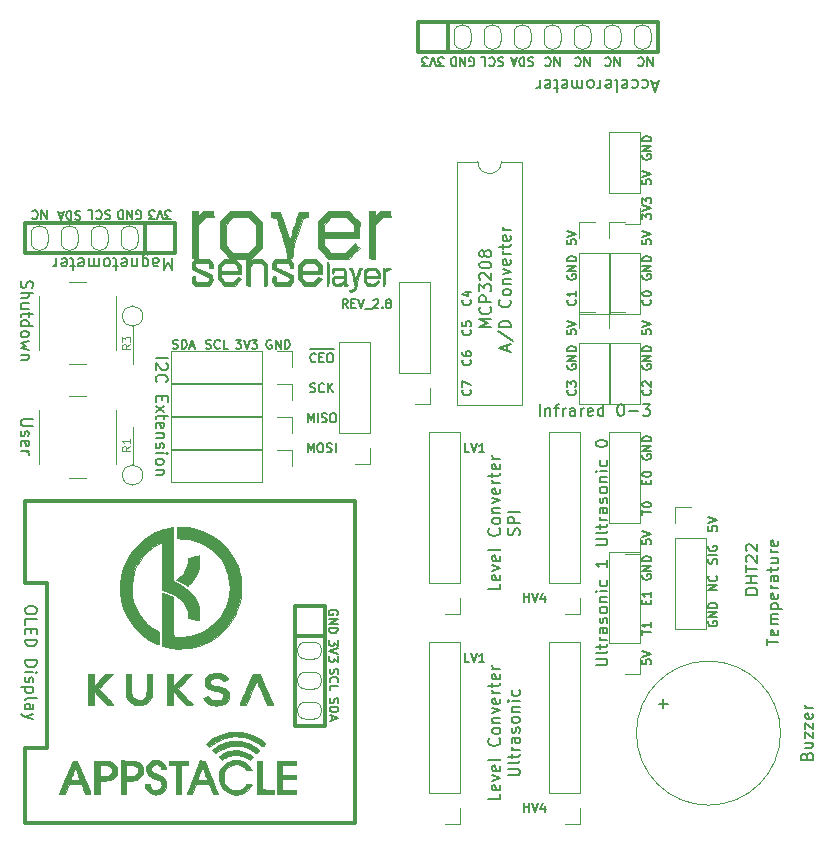
<source format=gto>
G04 #@! TF.FileFunction,Legend,Top*
%FSLAX46Y46*%
G04 Gerber Fmt 4.6, Leading zero omitted, Abs format (unit mm)*
G04 Created by KiCad (PCBNEW 4.0.5) date 11/29/17 15:11:43*
%MOMM*%
%LPD*%
G01*
G04 APERTURE LIST*
%ADD10C,0.100000*%
%ADD11C,0.150000*%
%ADD12C,0.187500*%
%ADD13C,0.200000*%
%ADD14C,0.010000*%
%ADD15C,0.120000*%
%ADD16C,0.300000*%
%ADD17C,0.304800*%
G04 APERTURE END LIST*
D10*
D11*
X165282571Y-120038571D02*
X165330190Y-119895714D01*
X165377810Y-119848095D01*
X165473048Y-119800476D01*
X165615905Y-119800476D01*
X165711143Y-119848095D01*
X165758762Y-119895714D01*
X165806381Y-119990952D01*
X165806381Y-120371905D01*
X164806381Y-120371905D01*
X164806381Y-120038571D01*
X164854000Y-119943333D01*
X164901619Y-119895714D01*
X164996857Y-119848095D01*
X165092095Y-119848095D01*
X165187333Y-119895714D01*
X165234952Y-119943333D01*
X165282571Y-120038571D01*
X165282571Y-120371905D01*
X165139714Y-118943333D02*
X165806381Y-118943333D01*
X165139714Y-119371905D02*
X165663524Y-119371905D01*
X165758762Y-119324286D01*
X165806381Y-119229048D01*
X165806381Y-119086190D01*
X165758762Y-118990952D01*
X165711143Y-118943333D01*
X165139714Y-118562381D02*
X165139714Y-118038571D01*
X165806381Y-118562381D01*
X165806381Y-118038571D01*
X165139714Y-117752857D02*
X165139714Y-117229047D01*
X165806381Y-117752857D01*
X165806381Y-117229047D01*
X165758762Y-116467142D02*
X165806381Y-116562380D01*
X165806381Y-116752857D01*
X165758762Y-116848095D01*
X165663524Y-116895714D01*
X165282571Y-116895714D01*
X165187333Y-116848095D01*
X165139714Y-116752857D01*
X165139714Y-116562380D01*
X165187333Y-116467142D01*
X165282571Y-116419523D01*
X165377810Y-116419523D01*
X165473048Y-116895714D01*
X165806381Y-115990952D02*
X165139714Y-115990952D01*
X165330190Y-115990952D02*
X165234952Y-115943333D01*
X165187333Y-115895714D01*
X165139714Y-115800476D01*
X165139714Y-115705237D01*
D12*
X146893286Y-60874714D02*
X146893286Y-61624714D01*
X146464714Y-60874714D01*
X146464714Y-61624714D01*
X145679000Y-60946143D02*
X145714714Y-60910429D01*
X145821857Y-60874714D01*
X145893286Y-60874714D01*
X146000429Y-60910429D01*
X146071857Y-60981857D01*
X146107572Y-61053286D01*
X146143286Y-61196143D01*
X146143286Y-61303286D01*
X146107572Y-61446143D01*
X146071857Y-61517571D01*
X146000429Y-61589000D01*
X145893286Y-61624714D01*
X145821857Y-61624714D01*
X145714714Y-61589000D01*
X145679000Y-61553286D01*
X152227286Y-60874714D02*
X152227286Y-61624714D01*
X151798714Y-60874714D01*
X151798714Y-61624714D01*
X151013000Y-60946143D02*
X151048714Y-60910429D01*
X151155857Y-60874714D01*
X151227286Y-60874714D01*
X151334429Y-60910429D01*
X151405857Y-60981857D01*
X151441572Y-61053286D01*
X151477286Y-61196143D01*
X151477286Y-61303286D01*
X151441572Y-61446143D01*
X151405857Y-61517571D01*
X151334429Y-61589000D01*
X151227286Y-61624714D01*
X151155857Y-61624714D01*
X151048714Y-61589000D01*
X151013000Y-61553286D01*
X149433286Y-60874714D02*
X149433286Y-61624714D01*
X149004714Y-60874714D01*
X149004714Y-61624714D01*
X148219000Y-60946143D02*
X148254714Y-60910429D01*
X148361857Y-60874714D01*
X148433286Y-60874714D01*
X148540429Y-60910429D01*
X148611857Y-60981857D01*
X148647572Y-61053286D01*
X148683286Y-61196143D01*
X148683286Y-61303286D01*
X148647572Y-61446143D01*
X148611857Y-61517571D01*
X148540429Y-61589000D01*
X148433286Y-61624714D01*
X148361857Y-61624714D01*
X148254714Y-61589000D01*
X148219000Y-61553286D01*
X144353286Y-60874714D02*
X144353286Y-61624714D01*
X143924714Y-60874714D01*
X143924714Y-61624714D01*
X143139000Y-60946143D02*
X143174714Y-60910429D01*
X143281857Y-60874714D01*
X143353286Y-60874714D01*
X143460429Y-60910429D01*
X143531857Y-60981857D01*
X143567572Y-61053286D01*
X143603286Y-61196143D01*
X143603286Y-61303286D01*
X143567572Y-61446143D01*
X143531857Y-61517571D01*
X143460429Y-61589000D01*
X143353286Y-61624714D01*
X143281857Y-61624714D01*
X143174714Y-61589000D01*
X143139000Y-61553286D01*
X100919286Y-73828714D02*
X100919286Y-74578714D01*
X100490714Y-73828714D01*
X100490714Y-74578714D01*
X99705000Y-73900143D02*
X99740714Y-73864429D01*
X99847857Y-73828714D01*
X99919286Y-73828714D01*
X100026429Y-73864429D01*
X100097857Y-73935857D01*
X100133572Y-74007286D01*
X100169286Y-74150143D01*
X100169286Y-74257286D01*
X100133572Y-74400143D01*
X100097857Y-74471571D01*
X100026429Y-74543000D01*
X99919286Y-74578714D01*
X99847857Y-74578714D01*
X99740714Y-74543000D01*
X99705000Y-74507286D01*
X106302857Y-73864429D02*
X106195714Y-73828714D01*
X106017143Y-73828714D01*
X105945714Y-73864429D01*
X105910000Y-73900143D01*
X105874285Y-73971571D01*
X105874285Y-74043000D01*
X105910000Y-74114429D01*
X105945714Y-74150143D01*
X106017143Y-74185857D01*
X106160000Y-74221571D01*
X106231428Y-74257286D01*
X106267143Y-74293000D01*
X106302857Y-74364429D01*
X106302857Y-74435857D01*
X106267143Y-74507286D01*
X106231428Y-74543000D01*
X106160000Y-74578714D01*
X105981428Y-74578714D01*
X105874285Y-74543000D01*
X105124285Y-73900143D02*
X105159999Y-73864429D01*
X105267142Y-73828714D01*
X105338571Y-73828714D01*
X105445714Y-73864429D01*
X105517142Y-73935857D01*
X105552857Y-74007286D01*
X105588571Y-74150143D01*
X105588571Y-74257286D01*
X105552857Y-74400143D01*
X105517142Y-74471571D01*
X105445714Y-74543000D01*
X105338571Y-74578714D01*
X105267142Y-74578714D01*
X105159999Y-74543000D01*
X105124285Y-74507286D01*
X104445714Y-73828714D02*
X104802857Y-73828714D01*
X104802857Y-74578714D01*
X103780714Y-73927929D02*
X103673571Y-73892214D01*
X103495000Y-73892214D01*
X103423571Y-73927929D01*
X103387857Y-73963643D01*
X103352142Y-74035071D01*
X103352142Y-74106500D01*
X103387857Y-74177929D01*
X103423571Y-74213643D01*
X103495000Y-74249357D01*
X103637857Y-74285071D01*
X103709285Y-74320786D01*
X103745000Y-74356500D01*
X103780714Y-74427929D01*
X103780714Y-74499357D01*
X103745000Y-74570786D01*
X103709285Y-74606500D01*
X103637857Y-74642214D01*
X103459285Y-74642214D01*
X103352142Y-74606500D01*
X103030714Y-73892214D02*
X103030714Y-74642214D01*
X102852142Y-74642214D01*
X102744999Y-74606500D01*
X102673571Y-74535071D01*
X102637856Y-74463643D01*
X102602142Y-74320786D01*
X102602142Y-74213643D01*
X102637856Y-74070786D01*
X102673571Y-73999357D01*
X102744999Y-73927929D01*
X102852142Y-73892214D01*
X103030714Y-73892214D01*
X102316428Y-74106500D02*
X101959285Y-74106500D01*
X102387856Y-73892214D02*
X102137856Y-74642214D01*
X101887856Y-73892214D01*
X111418571Y-74578714D02*
X110954285Y-74578714D01*
X111204285Y-74293000D01*
X111097143Y-74293000D01*
X111025714Y-74257286D01*
X110990000Y-74221571D01*
X110954285Y-74150143D01*
X110954285Y-73971571D01*
X110990000Y-73900143D01*
X111025714Y-73864429D01*
X111097143Y-73828714D01*
X111311428Y-73828714D01*
X111382857Y-73864429D01*
X111418571Y-73900143D01*
X110739999Y-74578714D02*
X110489999Y-73828714D01*
X110239999Y-74578714D01*
X110061428Y-74578714D02*
X109597142Y-74578714D01*
X109847142Y-74293000D01*
X109740000Y-74293000D01*
X109668571Y-74257286D01*
X109632857Y-74221571D01*
X109597142Y-74150143D01*
X109597142Y-73971571D01*
X109632857Y-73900143D01*
X109668571Y-73864429D01*
X109740000Y-73828714D01*
X109954285Y-73828714D01*
X110025714Y-73864429D01*
X110061428Y-73900143D01*
X108521428Y-74543000D02*
X108592857Y-74578714D01*
X108700000Y-74578714D01*
X108807143Y-74543000D01*
X108878571Y-74471571D01*
X108914286Y-74400143D01*
X108950000Y-74257286D01*
X108950000Y-74150143D01*
X108914286Y-74007286D01*
X108878571Y-73935857D01*
X108807143Y-73864429D01*
X108700000Y-73828714D01*
X108628571Y-73828714D01*
X108521428Y-73864429D01*
X108485714Y-73900143D01*
X108485714Y-74150143D01*
X108628571Y-74150143D01*
X108164286Y-73828714D02*
X108164286Y-74578714D01*
X107735714Y-73828714D01*
X107735714Y-74578714D01*
X107378572Y-73828714D02*
X107378572Y-74578714D01*
X107200000Y-74578714D01*
X107092857Y-74543000D01*
X107021429Y-74471571D01*
X106985714Y-74400143D01*
X106950000Y-74257286D01*
X106950000Y-74150143D01*
X106985714Y-74007286D01*
X107021429Y-73935857D01*
X107092857Y-73864429D01*
X107200000Y-73828714D01*
X107378572Y-73828714D01*
X114423143Y-85520571D02*
X114530286Y-85556286D01*
X114708857Y-85556286D01*
X114780286Y-85520571D01*
X114816000Y-85484857D01*
X114851715Y-85413429D01*
X114851715Y-85342000D01*
X114816000Y-85270571D01*
X114780286Y-85234857D01*
X114708857Y-85199143D01*
X114566000Y-85163429D01*
X114494572Y-85127714D01*
X114458857Y-85092000D01*
X114423143Y-85020571D01*
X114423143Y-84949143D01*
X114458857Y-84877714D01*
X114494572Y-84842000D01*
X114566000Y-84806286D01*
X114744572Y-84806286D01*
X114851715Y-84842000D01*
X115601715Y-85484857D02*
X115566001Y-85520571D01*
X115458858Y-85556286D01*
X115387429Y-85556286D01*
X115280286Y-85520571D01*
X115208858Y-85449143D01*
X115173143Y-85377714D01*
X115137429Y-85234857D01*
X115137429Y-85127714D01*
X115173143Y-84984857D01*
X115208858Y-84913429D01*
X115280286Y-84842000D01*
X115387429Y-84806286D01*
X115458858Y-84806286D01*
X115566001Y-84842000D01*
X115601715Y-84877714D01*
X116280286Y-85556286D02*
X115923143Y-85556286D01*
X115923143Y-84806286D01*
X111611286Y-85520571D02*
X111718429Y-85556286D01*
X111897000Y-85556286D01*
X111968429Y-85520571D01*
X112004143Y-85484857D01*
X112039858Y-85413429D01*
X112039858Y-85342000D01*
X112004143Y-85270571D01*
X111968429Y-85234857D01*
X111897000Y-85199143D01*
X111754143Y-85163429D01*
X111682715Y-85127714D01*
X111647000Y-85092000D01*
X111611286Y-85020571D01*
X111611286Y-84949143D01*
X111647000Y-84877714D01*
X111682715Y-84842000D01*
X111754143Y-84806286D01*
X111932715Y-84806286D01*
X112039858Y-84842000D01*
X112361286Y-85556286D02*
X112361286Y-84806286D01*
X112539858Y-84806286D01*
X112647001Y-84842000D01*
X112718429Y-84913429D01*
X112754144Y-84984857D01*
X112789858Y-85127714D01*
X112789858Y-85234857D01*
X112754144Y-85377714D01*
X112718429Y-85449143D01*
X112647001Y-85520571D01*
X112539858Y-85556286D01*
X112361286Y-85556286D01*
X113075572Y-85342000D02*
X113432715Y-85342000D01*
X113004144Y-85556286D02*
X113254144Y-84806286D01*
X113504144Y-85556286D01*
X116927429Y-84806286D02*
X117391715Y-84806286D01*
X117141715Y-85092000D01*
X117248857Y-85092000D01*
X117320286Y-85127714D01*
X117356000Y-85163429D01*
X117391715Y-85234857D01*
X117391715Y-85413429D01*
X117356000Y-85484857D01*
X117320286Y-85520571D01*
X117248857Y-85556286D01*
X117034572Y-85556286D01*
X116963143Y-85520571D01*
X116927429Y-85484857D01*
X117606001Y-84806286D02*
X117856001Y-85556286D01*
X118106001Y-84806286D01*
X118284572Y-84806286D02*
X118748858Y-84806286D01*
X118498858Y-85092000D01*
X118606000Y-85092000D01*
X118677429Y-85127714D01*
X118713143Y-85163429D01*
X118748858Y-85234857D01*
X118748858Y-85413429D01*
X118713143Y-85484857D01*
X118677429Y-85520571D01*
X118606000Y-85556286D01*
X118391715Y-85556286D01*
X118320286Y-85520571D01*
X118284572Y-85484857D01*
X119951572Y-84842000D02*
X119880143Y-84806286D01*
X119773000Y-84806286D01*
X119665857Y-84842000D01*
X119594429Y-84913429D01*
X119558714Y-84984857D01*
X119523000Y-85127714D01*
X119523000Y-85234857D01*
X119558714Y-85377714D01*
X119594429Y-85449143D01*
X119665857Y-85520571D01*
X119773000Y-85556286D01*
X119844429Y-85556286D01*
X119951572Y-85520571D01*
X119987286Y-85484857D01*
X119987286Y-85234857D01*
X119844429Y-85234857D01*
X120308714Y-85556286D02*
X120308714Y-84806286D01*
X120737286Y-85556286D01*
X120737286Y-84806286D01*
X121094428Y-85556286D02*
X121094428Y-84806286D01*
X121273000Y-84806286D01*
X121380143Y-84842000D01*
X121451571Y-84913429D01*
X121487286Y-84984857D01*
X121523000Y-85127714D01*
X121523000Y-85234857D01*
X121487286Y-85377714D01*
X121451571Y-85449143D01*
X121380143Y-85520571D01*
X121273000Y-85556286D01*
X121094428Y-85556286D01*
D11*
X161885381Y-110672001D02*
X161885381Y-110100572D01*
X162885381Y-110386287D02*
X161885381Y-110386287D01*
X162837762Y-109386286D02*
X162885381Y-109481524D01*
X162885381Y-109672001D01*
X162837762Y-109767239D01*
X162742524Y-109814858D01*
X162361571Y-109814858D01*
X162266333Y-109767239D01*
X162218714Y-109672001D01*
X162218714Y-109481524D01*
X162266333Y-109386286D01*
X162361571Y-109338667D01*
X162456810Y-109338667D01*
X162552048Y-109814858D01*
X162885381Y-108910096D02*
X162218714Y-108910096D01*
X162313952Y-108910096D02*
X162266333Y-108862477D01*
X162218714Y-108767239D01*
X162218714Y-108624381D01*
X162266333Y-108529143D01*
X162361571Y-108481524D01*
X162885381Y-108481524D01*
X162361571Y-108481524D02*
X162266333Y-108433905D01*
X162218714Y-108338667D01*
X162218714Y-108195810D01*
X162266333Y-108100572D01*
X162361571Y-108052953D01*
X162885381Y-108052953D01*
X162218714Y-107576763D02*
X163218714Y-107576763D01*
X162266333Y-107576763D02*
X162218714Y-107481525D01*
X162218714Y-107291048D01*
X162266333Y-107195810D01*
X162313952Y-107148191D01*
X162409190Y-107100572D01*
X162694905Y-107100572D01*
X162790143Y-107148191D01*
X162837762Y-107195810D01*
X162885381Y-107291048D01*
X162885381Y-107481525D01*
X162837762Y-107576763D01*
X162837762Y-106291048D02*
X162885381Y-106386286D01*
X162885381Y-106576763D01*
X162837762Y-106672001D01*
X162742524Y-106719620D01*
X162361571Y-106719620D01*
X162266333Y-106672001D01*
X162218714Y-106576763D01*
X162218714Y-106386286D01*
X162266333Y-106291048D01*
X162361571Y-106243429D01*
X162456810Y-106243429D01*
X162552048Y-106719620D01*
X162885381Y-105814858D02*
X162218714Y-105814858D01*
X162409190Y-105814858D02*
X162313952Y-105767239D01*
X162266333Y-105719620D01*
X162218714Y-105624382D01*
X162218714Y-105529143D01*
X162885381Y-104767238D02*
X162361571Y-104767238D01*
X162266333Y-104814857D01*
X162218714Y-104910095D01*
X162218714Y-105100572D01*
X162266333Y-105195810D01*
X162837762Y-104767238D02*
X162885381Y-104862476D01*
X162885381Y-105100572D01*
X162837762Y-105195810D01*
X162742524Y-105243429D01*
X162647286Y-105243429D01*
X162552048Y-105195810D01*
X162504429Y-105100572D01*
X162504429Y-104862476D01*
X162456810Y-104767238D01*
X162218714Y-104433905D02*
X162218714Y-104052953D01*
X161885381Y-104291048D02*
X162742524Y-104291048D01*
X162837762Y-104243429D01*
X162885381Y-104148191D01*
X162885381Y-104052953D01*
X162218714Y-103291047D02*
X162885381Y-103291047D01*
X162218714Y-103719619D02*
X162742524Y-103719619D01*
X162837762Y-103672000D01*
X162885381Y-103576762D01*
X162885381Y-103433904D01*
X162837762Y-103338666D01*
X162790143Y-103291047D01*
X162885381Y-102814857D02*
X162218714Y-102814857D01*
X162409190Y-102814857D02*
X162313952Y-102767238D01*
X162266333Y-102719619D01*
X162218714Y-102624381D01*
X162218714Y-102529142D01*
X162837762Y-101814856D02*
X162885381Y-101910094D01*
X162885381Y-102100571D01*
X162837762Y-102195809D01*
X162742524Y-102243428D01*
X162361571Y-102243428D01*
X162266333Y-102195809D01*
X162218714Y-102100571D01*
X162218714Y-101910094D01*
X162266333Y-101814856D01*
X162361571Y-101767237D01*
X162456810Y-101767237D01*
X162552048Y-102243428D01*
D12*
X124918429Y-115167286D02*
X124882714Y-115274429D01*
X124882714Y-115453000D01*
X124918429Y-115524429D01*
X124954143Y-115560143D01*
X125025571Y-115595858D01*
X125097000Y-115595858D01*
X125168429Y-115560143D01*
X125204143Y-115524429D01*
X125239857Y-115453000D01*
X125275571Y-115310143D01*
X125311286Y-115238715D01*
X125347000Y-115203000D01*
X125418429Y-115167286D01*
X125489857Y-115167286D01*
X125561286Y-115203000D01*
X125597000Y-115238715D01*
X125632714Y-115310143D01*
X125632714Y-115488715D01*
X125597000Y-115595858D01*
X124882714Y-115917286D02*
X125632714Y-115917286D01*
X125632714Y-116095858D01*
X125597000Y-116203001D01*
X125525571Y-116274429D01*
X125454143Y-116310144D01*
X125311286Y-116345858D01*
X125204143Y-116345858D01*
X125061286Y-116310144D01*
X124989857Y-116274429D01*
X124918429Y-116203001D01*
X124882714Y-116095858D01*
X124882714Y-115917286D01*
X125097000Y-116631572D02*
X125097000Y-116988715D01*
X124882714Y-116560144D02*
X125632714Y-116810144D01*
X124882714Y-117060144D01*
X124918429Y-112645143D02*
X124882714Y-112752286D01*
X124882714Y-112930857D01*
X124918429Y-113002286D01*
X124954143Y-113038000D01*
X125025571Y-113073715D01*
X125097000Y-113073715D01*
X125168429Y-113038000D01*
X125204143Y-113002286D01*
X125239857Y-112930857D01*
X125275571Y-112788000D01*
X125311286Y-112716572D01*
X125347000Y-112680857D01*
X125418429Y-112645143D01*
X125489857Y-112645143D01*
X125561286Y-112680857D01*
X125597000Y-112716572D01*
X125632714Y-112788000D01*
X125632714Y-112966572D01*
X125597000Y-113073715D01*
X124954143Y-113823715D02*
X124918429Y-113788001D01*
X124882714Y-113680858D01*
X124882714Y-113609429D01*
X124918429Y-113502286D01*
X124989857Y-113430858D01*
X125061286Y-113395143D01*
X125204143Y-113359429D01*
X125311286Y-113359429D01*
X125454143Y-113395143D01*
X125525571Y-113430858D01*
X125597000Y-113502286D01*
X125632714Y-113609429D01*
X125632714Y-113680858D01*
X125597000Y-113788001D01*
X125561286Y-113823715D01*
X124882714Y-114502286D02*
X124882714Y-114145143D01*
X125632714Y-114145143D01*
X125569214Y-110259929D02*
X125569214Y-110724215D01*
X125283500Y-110474215D01*
X125283500Y-110581357D01*
X125247786Y-110652786D01*
X125212071Y-110688500D01*
X125140643Y-110724215D01*
X124962071Y-110724215D01*
X124890643Y-110688500D01*
X124854929Y-110652786D01*
X124819214Y-110581357D01*
X124819214Y-110367072D01*
X124854929Y-110295643D01*
X124890643Y-110259929D01*
X125569214Y-110938501D02*
X124819214Y-111188501D01*
X125569214Y-111438501D01*
X125569214Y-111617072D02*
X125569214Y-112081358D01*
X125283500Y-111831358D01*
X125283500Y-111938500D01*
X125247786Y-112009929D01*
X125212071Y-112045643D01*
X125140643Y-112081358D01*
X124962071Y-112081358D01*
X124890643Y-112045643D01*
X124854929Y-112009929D01*
X124819214Y-111938500D01*
X124819214Y-111724215D01*
X124854929Y-111652786D01*
X124890643Y-111617072D01*
X125533500Y-108077072D02*
X125569214Y-108005643D01*
X125569214Y-107898500D01*
X125533500Y-107791357D01*
X125462071Y-107719929D01*
X125390643Y-107684214D01*
X125247786Y-107648500D01*
X125140643Y-107648500D01*
X124997786Y-107684214D01*
X124926357Y-107719929D01*
X124854929Y-107791357D01*
X124819214Y-107898500D01*
X124819214Y-107969929D01*
X124854929Y-108077072D01*
X124890643Y-108112786D01*
X125140643Y-108112786D01*
X125140643Y-107969929D01*
X124819214Y-108434214D02*
X125569214Y-108434214D01*
X124819214Y-108862786D01*
X125569214Y-108862786D01*
X124819214Y-109219928D02*
X125569214Y-109219928D01*
X125569214Y-109398500D01*
X125533500Y-109505643D01*
X125462071Y-109577071D01*
X125390643Y-109612786D01*
X125247786Y-109648500D01*
X125140643Y-109648500D01*
X124997786Y-109612786D01*
X124926357Y-109577071D01*
X124854929Y-109505643D01*
X124819214Y-109398500D01*
X124819214Y-109219928D01*
X125533500Y-108077072D02*
X125569214Y-108005643D01*
X125569214Y-107898500D01*
X125533500Y-107791357D01*
X125462071Y-107719929D01*
X125390643Y-107684214D01*
X125247786Y-107648500D01*
X125140643Y-107648500D01*
X124997786Y-107684214D01*
X124926357Y-107719929D01*
X124854929Y-107791357D01*
X124819214Y-107898500D01*
X124819214Y-107969929D01*
X124854929Y-108077072D01*
X124890643Y-108112786D01*
X125140643Y-108112786D01*
X125140643Y-107969929D01*
X124819214Y-108434214D02*
X125569214Y-108434214D01*
X124819214Y-108862786D01*
X125569214Y-108862786D01*
X124819214Y-109219928D02*
X125569214Y-109219928D01*
X125569214Y-109398500D01*
X125533500Y-109505643D01*
X125462071Y-109577071D01*
X125390643Y-109612786D01*
X125247786Y-109648500D01*
X125140643Y-109648500D01*
X124997786Y-109612786D01*
X124926357Y-109577071D01*
X124854929Y-109505643D01*
X124819214Y-109398500D01*
X124819214Y-109219928D01*
X125569214Y-110259929D02*
X125569214Y-110724215D01*
X125283500Y-110474215D01*
X125283500Y-110581357D01*
X125247786Y-110652786D01*
X125212071Y-110688500D01*
X125140643Y-110724215D01*
X124962071Y-110724215D01*
X124890643Y-110688500D01*
X124854929Y-110652786D01*
X124819214Y-110581357D01*
X124819214Y-110367072D01*
X124854929Y-110295643D01*
X124890643Y-110259929D01*
X125569214Y-110938501D02*
X124819214Y-111188501D01*
X125569214Y-111438501D01*
X125569214Y-111617072D02*
X125569214Y-112081358D01*
X125283500Y-111831358D01*
X125283500Y-111938500D01*
X125247786Y-112009929D01*
X125212071Y-112045643D01*
X125140643Y-112081358D01*
X124962071Y-112081358D01*
X124890643Y-112045643D01*
X124854929Y-112009929D01*
X124819214Y-111938500D01*
X124819214Y-111724215D01*
X124854929Y-111652786D01*
X124890643Y-111617072D01*
X125569214Y-110259929D02*
X125569214Y-110724215D01*
X125283500Y-110474215D01*
X125283500Y-110581357D01*
X125247786Y-110652786D01*
X125212071Y-110688500D01*
X125140643Y-110724215D01*
X124962071Y-110724215D01*
X124890643Y-110688500D01*
X124854929Y-110652786D01*
X124819214Y-110581357D01*
X124819214Y-110367072D01*
X124854929Y-110295643D01*
X124890643Y-110259929D01*
X125569214Y-110938501D02*
X124819214Y-111188501D01*
X125569214Y-111438501D01*
X125569214Y-111617072D02*
X125569214Y-112081358D01*
X125283500Y-111831358D01*
X125283500Y-111938500D01*
X125247786Y-112009929D01*
X125212071Y-112045643D01*
X125140643Y-112081358D01*
X124962071Y-112081358D01*
X124890643Y-112045643D01*
X124854929Y-112009929D01*
X124819214Y-111938500D01*
X124819214Y-111724215D01*
X124854929Y-111652786D01*
X124890643Y-111617072D01*
X125533500Y-108077072D02*
X125569214Y-108005643D01*
X125569214Y-107898500D01*
X125533500Y-107791357D01*
X125462071Y-107719929D01*
X125390643Y-107684214D01*
X125247786Y-107648500D01*
X125140643Y-107648500D01*
X124997786Y-107684214D01*
X124926357Y-107719929D01*
X124854929Y-107791357D01*
X124819214Y-107898500D01*
X124819214Y-107969929D01*
X124854929Y-108077072D01*
X124890643Y-108112786D01*
X125140643Y-108112786D01*
X125140643Y-107969929D01*
X124819214Y-108434214D02*
X125569214Y-108434214D01*
X124819214Y-108862786D01*
X125569214Y-108862786D01*
X124819214Y-109219928D02*
X125569214Y-109219928D01*
X125569214Y-109398500D01*
X125533500Y-109505643D01*
X125462071Y-109577071D01*
X125390643Y-109612786D01*
X125247786Y-109648500D01*
X125140643Y-109648500D01*
X124997786Y-109612786D01*
X124926357Y-109577071D01*
X124854929Y-109505643D01*
X124819214Y-109398500D01*
X124819214Y-109219928D01*
X125533500Y-108077072D02*
X125569214Y-108005643D01*
X125569214Y-107898500D01*
X125533500Y-107791357D01*
X125462071Y-107719929D01*
X125390643Y-107684214D01*
X125247786Y-107648500D01*
X125140643Y-107648500D01*
X124997786Y-107684214D01*
X124926357Y-107719929D01*
X124854929Y-107791357D01*
X124819214Y-107898500D01*
X124819214Y-107969929D01*
X124854929Y-108077072D01*
X124890643Y-108112786D01*
X125140643Y-108112786D01*
X125140643Y-107969929D01*
X124819214Y-108434214D02*
X125569214Y-108434214D01*
X124819214Y-108862786D01*
X125569214Y-108862786D01*
X124819214Y-109219928D02*
X125569214Y-109219928D01*
X125569214Y-109398500D01*
X125533500Y-109505643D01*
X125462071Y-109577071D01*
X125390643Y-109612786D01*
X125247786Y-109648500D01*
X125140643Y-109648500D01*
X124997786Y-109612786D01*
X124926357Y-109577071D01*
X124854929Y-109505643D01*
X124819214Y-109398500D01*
X124819214Y-109219928D01*
X125569214Y-110259929D02*
X125569214Y-110724215D01*
X125283500Y-110474215D01*
X125283500Y-110581357D01*
X125247786Y-110652786D01*
X125212071Y-110688500D01*
X125140643Y-110724215D01*
X124962071Y-110724215D01*
X124890643Y-110688500D01*
X124854929Y-110652786D01*
X124819214Y-110581357D01*
X124819214Y-110367072D01*
X124854929Y-110295643D01*
X124890643Y-110259929D01*
X125569214Y-110938501D02*
X124819214Y-111188501D01*
X125569214Y-111438501D01*
X125569214Y-111617072D02*
X125569214Y-112081358D01*
X125283500Y-111831358D01*
X125283500Y-111938500D01*
X125247786Y-112009929D01*
X125212071Y-112045643D01*
X125140643Y-112081358D01*
X124962071Y-112081358D01*
X124890643Y-112045643D01*
X124854929Y-112009929D01*
X124819214Y-111938500D01*
X124819214Y-111724215D01*
X124854929Y-111652786D01*
X124890643Y-111617072D01*
D11*
X100115619Y-107617190D02*
X100115619Y-107807667D01*
X100068000Y-107902905D01*
X99972762Y-107998143D01*
X99782286Y-108045762D01*
X99448952Y-108045762D01*
X99258476Y-107998143D01*
X99163238Y-107902905D01*
X99115619Y-107807667D01*
X99115619Y-107617190D01*
X99163238Y-107521952D01*
X99258476Y-107426714D01*
X99448952Y-107379095D01*
X99782286Y-107379095D01*
X99972762Y-107426714D01*
X100068000Y-107521952D01*
X100115619Y-107617190D01*
X99115619Y-108950524D02*
X99115619Y-108474333D01*
X100115619Y-108474333D01*
X99639429Y-109283857D02*
X99639429Y-109617191D01*
X99115619Y-109760048D02*
X99115619Y-109283857D01*
X100115619Y-109283857D01*
X100115619Y-109760048D01*
X99115619Y-110188619D02*
X100115619Y-110188619D01*
X100115619Y-110426714D01*
X100068000Y-110569572D01*
X99972762Y-110664810D01*
X99877524Y-110712429D01*
X99687048Y-110760048D01*
X99544190Y-110760048D01*
X99353714Y-110712429D01*
X99258476Y-110664810D01*
X99163238Y-110569572D01*
X99115619Y-110426714D01*
X99115619Y-110188619D01*
X99115619Y-111950524D02*
X100115619Y-111950524D01*
X100115619Y-112188619D01*
X100068000Y-112331477D01*
X99972762Y-112426715D01*
X99877524Y-112474334D01*
X99687048Y-112521953D01*
X99544190Y-112521953D01*
X99353714Y-112474334D01*
X99258476Y-112426715D01*
X99163238Y-112331477D01*
X99115619Y-112188619D01*
X99115619Y-111950524D01*
X99115619Y-112950524D02*
X99782286Y-112950524D01*
X100115619Y-112950524D02*
X100068000Y-112902905D01*
X100020381Y-112950524D01*
X100068000Y-112998143D01*
X100115619Y-112950524D01*
X100020381Y-112950524D01*
X99163238Y-113379095D02*
X99115619Y-113474333D01*
X99115619Y-113664809D01*
X99163238Y-113760048D01*
X99258476Y-113807667D01*
X99306095Y-113807667D01*
X99401333Y-113760048D01*
X99448952Y-113664809D01*
X99448952Y-113521952D01*
X99496571Y-113426714D01*
X99591810Y-113379095D01*
X99639429Y-113379095D01*
X99734667Y-113426714D01*
X99782286Y-113521952D01*
X99782286Y-113664809D01*
X99734667Y-113760048D01*
X99782286Y-114236238D02*
X98782286Y-114236238D01*
X99734667Y-114236238D02*
X99782286Y-114331476D01*
X99782286Y-114521953D01*
X99734667Y-114617191D01*
X99687048Y-114664810D01*
X99591810Y-114712429D01*
X99306095Y-114712429D01*
X99210857Y-114664810D01*
X99163238Y-114617191D01*
X99115619Y-114521953D01*
X99115619Y-114331476D01*
X99163238Y-114236238D01*
X99115619Y-115283857D02*
X99163238Y-115188619D01*
X99258476Y-115141000D01*
X100115619Y-115141000D01*
X99115619Y-116093382D02*
X99639429Y-116093382D01*
X99734667Y-116045763D01*
X99782286Y-115950525D01*
X99782286Y-115760048D01*
X99734667Y-115664810D01*
X99163238Y-116093382D02*
X99115619Y-115998144D01*
X99115619Y-115760048D01*
X99163238Y-115664810D01*
X99258476Y-115617191D01*
X99353714Y-115617191D01*
X99448952Y-115664810D01*
X99496571Y-115760048D01*
X99496571Y-115998144D01*
X99544190Y-116093382D01*
X99782286Y-116474334D02*
X99115619Y-116712429D01*
X99782286Y-116950525D02*
X99115619Y-116712429D01*
X98877524Y-116617191D01*
X98829905Y-116569572D01*
X98782286Y-116474334D01*
X110164619Y-86384428D02*
X111164619Y-86384428D01*
X111069381Y-86812999D02*
X111117000Y-86860618D01*
X111164619Y-86955856D01*
X111164619Y-87193952D01*
X111117000Y-87289190D01*
X111069381Y-87336809D01*
X110974143Y-87384428D01*
X110878905Y-87384428D01*
X110736048Y-87336809D01*
X110164619Y-86765380D01*
X110164619Y-87384428D01*
X110259857Y-88384428D02*
X110212238Y-88336809D01*
X110164619Y-88193952D01*
X110164619Y-88098714D01*
X110212238Y-87955856D01*
X110307476Y-87860618D01*
X110402714Y-87812999D01*
X110593190Y-87765380D01*
X110736048Y-87765380D01*
X110926524Y-87812999D01*
X111021762Y-87860618D01*
X111117000Y-87955856D01*
X111164619Y-88098714D01*
X111164619Y-88193952D01*
X111117000Y-88336809D01*
X111069381Y-88384428D01*
X110688429Y-89574904D02*
X110688429Y-89908238D01*
X110164619Y-90051095D02*
X110164619Y-89574904D01*
X111164619Y-89574904D01*
X111164619Y-90051095D01*
X110164619Y-90384428D02*
X110831286Y-90908238D01*
X110831286Y-90384428D02*
X110164619Y-90908238D01*
X110831286Y-91146333D02*
X110831286Y-91527285D01*
X111164619Y-91289190D02*
X110307476Y-91289190D01*
X110212238Y-91336809D01*
X110164619Y-91432047D01*
X110164619Y-91527285D01*
X110212238Y-92241572D02*
X110164619Y-92146334D01*
X110164619Y-91955857D01*
X110212238Y-91860619D01*
X110307476Y-91813000D01*
X110688429Y-91813000D01*
X110783667Y-91860619D01*
X110831286Y-91955857D01*
X110831286Y-92146334D01*
X110783667Y-92241572D01*
X110688429Y-92289191D01*
X110593190Y-92289191D01*
X110497952Y-91813000D01*
X110831286Y-92717762D02*
X110164619Y-92717762D01*
X110736048Y-92717762D02*
X110783667Y-92765381D01*
X110831286Y-92860619D01*
X110831286Y-93003477D01*
X110783667Y-93098715D01*
X110688429Y-93146334D01*
X110164619Y-93146334D01*
X110212238Y-93574905D02*
X110164619Y-93670143D01*
X110164619Y-93860619D01*
X110212238Y-93955858D01*
X110307476Y-94003477D01*
X110355095Y-94003477D01*
X110450333Y-93955858D01*
X110497952Y-93860619D01*
X110497952Y-93717762D01*
X110545571Y-93622524D01*
X110640810Y-93574905D01*
X110688429Y-93574905D01*
X110783667Y-93622524D01*
X110831286Y-93717762D01*
X110831286Y-93860619D01*
X110783667Y-93955858D01*
X110164619Y-94432048D02*
X110831286Y-94432048D01*
X111164619Y-94432048D02*
X111117000Y-94384429D01*
X111069381Y-94432048D01*
X111117000Y-94479667D01*
X111164619Y-94432048D01*
X111069381Y-94432048D01*
X110164619Y-95051095D02*
X110212238Y-94955857D01*
X110259857Y-94908238D01*
X110355095Y-94860619D01*
X110640810Y-94860619D01*
X110736048Y-94908238D01*
X110783667Y-94955857D01*
X110831286Y-95051095D01*
X110831286Y-95193953D01*
X110783667Y-95289191D01*
X110736048Y-95336810D01*
X110640810Y-95384429D01*
X110355095Y-95384429D01*
X110259857Y-95336810D01*
X110212238Y-95289191D01*
X110164619Y-95193953D01*
X110164619Y-95051095D01*
X110831286Y-95813000D02*
X110164619Y-95813000D01*
X110736048Y-95813000D02*
X110783667Y-95860619D01*
X110831286Y-95955857D01*
X110831286Y-96098715D01*
X110783667Y-96193953D01*
X110688429Y-96241572D01*
X110164619Y-96241572D01*
X161107381Y-106386048D02*
X160107381Y-106386048D01*
X160107381Y-106147953D01*
X160155000Y-106005095D01*
X160250238Y-105909857D01*
X160345476Y-105862238D01*
X160535952Y-105814619D01*
X160678810Y-105814619D01*
X160869286Y-105862238D01*
X160964524Y-105909857D01*
X161059762Y-106005095D01*
X161107381Y-106147953D01*
X161107381Y-106386048D01*
X161107381Y-105386048D02*
X160107381Y-105386048D01*
X160583571Y-105386048D02*
X160583571Y-104814619D01*
X161107381Y-104814619D02*
X160107381Y-104814619D01*
X160107381Y-104481286D02*
X160107381Y-103909857D01*
X161107381Y-104195572D02*
X160107381Y-104195572D01*
X160202619Y-103624143D02*
X160155000Y-103576524D01*
X160107381Y-103481286D01*
X160107381Y-103243190D01*
X160155000Y-103147952D01*
X160202619Y-103100333D01*
X160297857Y-103052714D01*
X160393095Y-103052714D01*
X160535952Y-103100333D01*
X161107381Y-103671762D01*
X161107381Y-103052714D01*
X160202619Y-102671762D02*
X160155000Y-102624143D01*
X160107381Y-102528905D01*
X160107381Y-102290809D01*
X160155000Y-102195571D01*
X160202619Y-102147952D01*
X160297857Y-102100333D01*
X160393095Y-102100333D01*
X160535952Y-102147952D01*
X161107381Y-102719381D01*
X161107381Y-102100333D01*
D12*
X157692286Y-105999286D02*
X156942286Y-105999286D01*
X157692286Y-105570714D01*
X156942286Y-105570714D01*
X157620857Y-104785000D02*
X157656571Y-104820714D01*
X157692286Y-104927857D01*
X157692286Y-104999286D01*
X157656571Y-105106429D01*
X157585143Y-105177857D01*
X157513714Y-105213572D01*
X157370857Y-105249286D01*
X157263714Y-105249286D01*
X157120857Y-105213572D01*
X157049429Y-105177857D01*
X156978000Y-105106429D01*
X156942286Y-104999286D01*
X156942286Y-104927857D01*
X156978000Y-104820714D01*
X157013714Y-104785000D01*
X157656571Y-103764857D02*
X157692286Y-103657714D01*
X157692286Y-103479143D01*
X157656571Y-103407714D01*
X157620857Y-103372000D01*
X157549429Y-103336285D01*
X157478000Y-103336285D01*
X157406571Y-103372000D01*
X157370857Y-103407714D01*
X157335143Y-103479143D01*
X157299429Y-103622000D01*
X157263714Y-103693428D01*
X157228000Y-103729143D01*
X157156571Y-103764857D01*
X157085143Y-103764857D01*
X157013714Y-103729143D01*
X156978000Y-103693428D01*
X156942286Y-103622000D01*
X156942286Y-103443428D01*
X156978000Y-103336285D01*
X157692286Y-103014857D02*
X156942286Y-103014857D01*
X156978000Y-102264856D02*
X156942286Y-102336285D01*
X156942286Y-102443428D01*
X156978000Y-102550571D01*
X157049429Y-102621999D01*
X157120857Y-102657714D01*
X157263714Y-102693428D01*
X157370857Y-102693428D01*
X157513714Y-102657714D01*
X157585143Y-102621999D01*
X157656571Y-102550571D01*
X157692286Y-102443428D01*
X157692286Y-102371999D01*
X157656571Y-102264856D01*
X157620857Y-102229142D01*
X157370857Y-102229142D01*
X157370857Y-102371999D01*
X156942286Y-100599857D02*
X156942286Y-100957000D01*
X157299429Y-100992714D01*
X157263714Y-100957000D01*
X157228000Y-100885571D01*
X157228000Y-100707000D01*
X157263714Y-100635571D01*
X157299429Y-100599857D01*
X157370857Y-100564142D01*
X157549429Y-100564142D01*
X157620857Y-100599857D01*
X157656571Y-100635571D01*
X157692286Y-100707000D01*
X157692286Y-100885571D01*
X157656571Y-100957000D01*
X157620857Y-100992714D01*
X156942286Y-100349856D02*
X157692286Y-100099856D01*
X156942286Y-99849856D01*
X156978000Y-108648428D02*
X156942286Y-108719857D01*
X156942286Y-108827000D01*
X156978000Y-108934143D01*
X157049429Y-109005571D01*
X157120857Y-109041286D01*
X157263714Y-109077000D01*
X157370857Y-109077000D01*
X157513714Y-109041286D01*
X157585143Y-109005571D01*
X157656571Y-108934143D01*
X157692286Y-108827000D01*
X157692286Y-108755571D01*
X157656571Y-108648428D01*
X157620857Y-108612714D01*
X157370857Y-108612714D01*
X157370857Y-108755571D01*
X157692286Y-108291286D02*
X156942286Y-108291286D01*
X157692286Y-107862714D01*
X156942286Y-107862714D01*
X157692286Y-107505572D02*
X156942286Y-107505572D01*
X156942286Y-107327000D01*
X156978000Y-107219857D01*
X157049429Y-107148429D01*
X157120857Y-107112714D01*
X157263714Y-107077000D01*
X157370857Y-107077000D01*
X157513714Y-107112714D01*
X157585143Y-107148429D01*
X157656571Y-107219857D01*
X157692286Y-107327000D01*
X157692286Y-107505572D01*
X119951572Y-84842000D02*
X119880143Y-84806286D01*
X119773000Y-84806286D01*
X119665857Y-84842000D01*
X119594429Y-84913429D01*
X119558714Y-84984857D01*
X119523000Y-85127714D01*
X119523000Y-85234857D01*
X119558714Y-85377714D01*
X119594429Y-85449143D01*
X119665857Y-85520571D01*
X119773000Y-85556286D01*
X119844429Y-85556286D01*
X119951572Y-85520571D01*
X119987286Y-85484857D01*
X119987286Y-85234857D01*
X119844429Y-85234857D01*
X120308714Y-85556286D02*
X120308714Y-84806286D01*
X120737286Y-85556286D01*
X120737286Y-84806286D01*
X121094428Y-85556286D02*
X121094428Y-84806286D01*
X121273000Y-84806286D01*
X121380143Y-84842000D01*
X121451571Y-84913429D01*
X121487286Y-84984857D01*
X121523000Y-85127714D01*
X121523000Y-85234857D01*
X121487286Y-85377714D01*
X121451571Y-85449143D01*
X121380143Y-85520571D01*
X121273000Y-85556286D01*
X121094428Y-85556286D01*
X116927429Y-84806286D02*
X117391715Y-84806286D01*
X117141715Y-85092000D01*
X117248857Y-85092000D01*
X117320286Y-85127714D01*
X117356000Y-85163429D01*
X117391715Y-85234857D01*
X117391715Y-85413429D01*
X117356000Y-85484857D01*
X117320286Y-85520571D01*
X117248857Y-85556286D01*
X117034572Y-85556286D01*
X116963143Y-85520571D01*
X116927429Y-85484857D01*
X117606001Y-84806286D02*
X117856001Y-85556286D01*
X118106001Y-84806286D01*
X118284572Y-84806286D02*
X118748858Y-84806286D01*
X118498858Y-85092000D01*
X118606000Y-85092000D01*
X118677429Y-85127714D01*
X118713143Y-85163429D01*
X118748858Y-85234857D01*
X118748858Y-85413429D01*
X118713143Y-85484857D01*
X118677429Y-85520571D01*
X118606000Y-85556286D01*
X118391715Y-85556286D01*
X118320286Y-85520571D01*
X118284572Y-85484857D01*
X126408857Y-82127286D02*
X126158857Y-81770143D01*
X125980285Y-82127286D02*
X125980285Y-81377286D01*
X126266000Y-81377286D01*
X126337428Y-81413000D01*
X126373143Y-81448714D01*
X126408857Y-81520143D01*
X126408857Y-81627286D01*
X126373143Y-81698714D01*
X126337428Y-81734429D01*
X126266000Y-81770143D01*
X125980285Y-81770143D01*
X126730285Y-81734429D02*
X126980285Y-81734429D01*
X127087428Y-82127286D02*
X126730285Y-82127286D01*
X126730285Y-81377286D01*
X127087428Y-81377286D01*
X127301714Y-81377286D02*
X127551714Y-82127286D01*
X127801714Y-81377286D01*
X127873142Y-82198714D02*
X128444571Y-82198714D01*
X128587428Y-81448714D02*
X128623142Y-81413000D01*
X128694571Y-81377286D01*
X128873142Y-81377286D01*
X128944571Y-81413000D01*
X128980285Y-81448714D01*
X129016000Y-81520143D01*
X129016000Y-81591571D01*
X128980285Y-81698714D01*
X128551714Y-82127286D01*
X129016000Y-82127286D01*
X129337428Y-82055857D02*
X129373143Y-82091571D01*
X129337428Y-82127286D01*
X129301714Y-82091571D01*
X129337428Y-82055857D01*
X129337428Y-82127286D01*
X129801714Y-81698714D02*
X129730286Y-81663000D01*
X129694571Y-81627286D01*
X129658857Y-81555857D01*
X129658857Y-81520143D01*
X129694571Y-81448714D01*
X129730286Y-81413000D01*
X129801714Y-81377286D01*
X129944571Y-81377286D01*
X130016000Y-81413000D01*
X130051714Y-81448714D01*
X130087429Y-81520143D01*
X130087429Y-81555857D01*
X130051714Y-81627286D01*
X130016000Y-81663000D01*
X129944571Y-81698714D01*
X129801714Y-81698714D01*
X129730286Y-81734429D01*
X129694571Y-81770143D01*
X129658857Y-81841571D01*
X129658857Y-81984429D01*
X129694571Y-82055857D01*
X129730286Y-82091571D01*
X129801714Y-82127286D01*
X129944571Y-82127286D01*
X130016000Y-82091571D01*
X130051714Y-82055857D01*
X130087429Y-81984429D01*
X130087429Y-81841571D01*
X130051714Y-81770143D01*
X130016000Y-81734429D01*
X129944571Y-81698714D01*
X139576857Y-60910429D02*
X139469714Y-60874714D01*
X139291143Y-60874714D01*
X139219714Y-60910429D01*
X139184000Y-60946143D01*
X139148285Y-61017571D01*
X139148285Y-61089000D01*
X139184000Y-61160429D01*
X139219714Y-61196143D01*
X139291143Y-61231857D01*
X139434000Y-61267571D01*
X139505428Y-61303286D01*
X139541143Y-61339000D01*
X139576857Y-61410429D01*
X139576857Y-61481857D01*
X139541143Y-61553286D01*
X139505428Y-61589000D01*
X139434000Y-61624714D01*
X139255428Y-61624714D01*
X139148285Y-61589000D01*
X138398285Y-60946143D02*
X138433999Y-60910429D01*
X138541142Y-60874714D01*
X138612571Y-60874714D01*
X138719714Y-60910429D01*
X138791142Y-60981857D01*
X138826857Y-61053286D01*
X138862571Y-61196143D01*
X138862571Y-61303286D01*
X138826857Y-61446143D01*
X138791142Y-61517571D01*
X138719714Y-61589000D01*
X138612571Y-61624714D01*
X138541142Y-61624714D01*
X138433999Y-61589000D01*
X138398285Y-61553286D01*
X137719714Y-60874714D02*
X138076857Y-60874714D01*
X138076857Y-61624714D01*
X142134714Y-60910429D02*
X142027571Y-60874714D01*
X141849000Y-60874714D01*
X141777571Y-60910429D01*
X141741857Y-60946143D01*
X141706142Y-61017571D01*
X141706142Y-61089000D01*
X141741857Y-61160429D01*
X141777571Y-61196143D01*
X141849000Y-61231857D01*
X141991857Y-61267571D01*
X142063285Y-61303286D01*
X142099000Y-61339000D01*
X142134714Y-61410429D01*
X142134714Y-61481857D01*
X142099000Y-61553286D01*
X142063285Y-61589000D01*
X141991857Y-61624714D01*
X141813285Y-61624714D01*
X141706142Y-61589000D01*
X141384714Y-60874714D02*
X141384714Y-61624714D01*
X141206142Y-61624714D01*
X141098999Y-61589000D01*
X141027571Y-61517571D01*
X140991856Y-61446143D01*
X140956142Y-61303286D01*
X140956142Y-61196143D01*
X140991856Y-61053286D01*
X141027571Y-60981857D01*
X141098999Y-60910429D01*
X141206142Y-60874714D01*
X141384714Y-60874714D01*
X140670428Y-61089000D02*
X140313285Y-61089000D01*
X140741856Y-60874714D02*
X140491856Y-61624714D01*
X140241856Y-60874714D01*
X136715428Y-61589000D02*
X136786857Y-61624714D01*
X136894000Y-61624714D01*
X137001143Y-61589000D01*
X137072571Y-61517571D01*
X137108286Y-61446143D01*
X137144000Y-61303286D01*
X137144000Y-61196143D01*
X137108286Y-61053286D01*
X137072571Y-60981857D01*
X137001143Y-60910429D01*
X136894000Y-60874714D01*
X136822571Y-60874714D01*
X136715428Y-60910429D01*
X136679714Y-60946143D01*
X136679714Y-61196143D01*
X136822571Y-61196143D01*
X136358286Y-60874714D02*
X136358286Y-61624714D01*
X135929714Y-60874714D01*
X135929714Y-61624714D01*
X135572572Y-60874714D02*
X135572572Y-61624714D01*
X135394000Y-61624714D01*
X135286857Y-61589000D01*
X135215429Y-61517571D01*
X135179714Y-61446143D01*
X135144000Y-61303286D01*
X135144000Y-61196143D01*
X135179714Y-61053286D01*
X135215429Y-60981857D01*
X135286857Y-60910429D01*
X135394000Y-60874714D01*
X135572572Y-60874714D01*
X134532571Y-61624714D02*
X134068285Y-61624714D01*
X134318285Y-61339000D01*
X134211143Y-61339000D01*
X134139714Y-61303286D01*
X134104000Y-61267571D01*
X134068285Y-61196143D01*
X134068285Y-61017571D01*
X134104000Y-60946143D01*
X134139714Y-60910429D01*
X134211143Y-60874714D01*
X134425428Y-60874714D01*
X134496857Y-60910429D01*
X134532571Y-60946143D01*
X133853999Y-61624714D02*
X133603999Y-60874714D01*
X133353999Y-61624714D01*
X133175428Y-61624714D02*
X132711142Y-61624714D01*
X132961142Y-61339000D01*
X132854000Y-61339000D01*
X132782571Y-61303286D01*
X132746857Y-61267571D01*
X132711142Y-61196143D01*
X132711142Y-61017571D01*
X132746857Y-60946143D01*
X132782571Y-60910429D01*
X132854000Y-60874714D01*
X133068285Y-60874714D01*
X133139714Y-60910429D01*
X133175428Y-60946143D01*
D11*
X152669239Y-63079333D02*
X152193048Y-63079333D01*
X152764477Y-62793619D02*
X152431144Y-63793619D01*
X152097810Y-62793619D01*
X151335905Y-62841238D02*
X151431143Y-62793619D01*
X151621620Y-62793619D01*
X151716858Y-62841238D01*
X151764477Y-62888857D01*
X151812096Y-62984095D01*
X151812096Y-63269810D01*
X151764477Y-63365048D01*
X151716858Y-63412667D01*
X151621620Y-63460286D01*
X151431143Y-63460286D01*
X151335905Y-63412667D01*
X150478762Y-62841238D02*
X150574000Y-62793619D01*
X150764477Y-62793619D01*
X150859715Y-62841238D01*
X150907334Y-62888857D01*
X150954953Y-62984095D01*
X150954953Y-63269810D01*
X150907334Y-63365048D01*
X150859715Y-63412667D01*
X150764477Y-63460286D01*
X150574000Y-63460286D01*
X150478762Y-63412667D01*
X149669238Y-62841238D02*
X149764476Y-62793619D01*
X149954953Y-62793619D01*
X150050191Y-62841238D01*
X150097810Y-62936476D01*
X150097810Y-63317429D01*
X150050191Y-63412667D01*
X149954953Y-63460286D01*
X149764476Y-63460286D01*
X149669238Y-63412667D01*
X149621619Y-63317429D01*
X149621619Y-63222190D01*
X150097810Y-63126952D01*
X149050191Y-62793619D02*
X149145429Y-62841238D01*
X149193048Y-62936476D01*
X149193048Y-63793619D01*
X148288285Y-62841238D02*
X148383523Y-62793619D01*
X148574000Y-62793619D01*
X148669238Y-62841238D01*
X148716857Y-62936476D01*
X148716857Y-63317429D01*
X148669238Y-63412667D01*
X148574000Y-63460286D01*
X148383523Y-63460286D01*
X148288285Y-63412667D01*
X148240666Y-63317429D01*
X148240666Y-63222190D01*
X148716857Y-63126952D01*
X147812095Y-62793619D02*
X147812095Y-63460286D01*
X147812095Y-63269810D02*
X147764476Y-63365048D01*
X147716857Y-63412667D01*
X147621619Y-63460286D01*
X147526380Y-63460286D01*
X147050190Y-62793619D02*
X147145428Y-62841238D01*
X147193047Y-62888857D01*
X147240666Y-62984095D01*
X147240666Y-63269810D01*
X147193047Y-63365048D01*
X147145428Y-63412667D01*
X147050190Y-63460286D01*
X146907332Y-63460286D01*
X146812094Y-63412667D01*
X146764475Y-63365048D01*
X146716856Y-63269810D01*
X146716856Y-62984095D01*
X146764475Y-62888857D01*
X146812094Y-62841238D01*
X146907332Y-62793619D01*
X147050190Y-62793619D01*
X146288285Y-62793619D02*
X146288285Y-63460286D01*
X146288285Y-63365048D02*
X146240666Y-63412667D01*
X146145428Y-63460286D01*
X146002570Y-63460286D01*
X145907332Y-63412667D01*
X145859713Y-63317429D01*
X145859713Y-62793619D01*
X145859713Y-63317429D02*
X145812094Y-63412667D01*
X145716856Y-63460286D01*
X145573999Y-63460286D01*
X145478761Y-63412667D01*
X145431142Y-63317429D01*
X145431142Y-62793619D01*
X144573999Y-62841238D02*
X144669237Y-62793619D01*
X144859714Y-62793619D01*
X144954952Y-62841238D01*
X145002571Y-62936476D01*
X145002571Y-63317429D01*
X144954952Y-63412667D01*
X144859714Y-63460286D01*
X144669237Y-63460286D01*
X144573999Y-63412667D01*
X144526380Y-63317429D01*
X144526380Y-63222190D01*
X145002571Y-63126952D01*
X144240666Y-63460286D02*
X143859714Y-63460286D01*
X144097809Y-63793619D02*
X144097809Y-62936476D01*
X144050190Y-62841238D01*
X143954952Y-62793619D01*
X143859714Y-62793619D01*
X143145427Y-62841238D02*
X143240665Y-62793619D01*
X143431142Y-62793619D01*
X143526380Y-62841238D01*
X143573999Y-62936476D01*
X143573999Y-63317429D01*
X143526380Y-63412667D01*
X143431142Y-63460286D01*
X143240665Y-63460286D01*
X143145427Y-63412667D01*
X143097808Y-63317429D01*
X143097808Y-63222190D01*
X143573999Y-63126952D01*
X142669237Y-62793619D02*
X142669237Y-63460286D01*
X142669237Y-63269810D02*
X142621618Y-63365048D01*
X142573999Y-63412667D01*
X142478761Y-63460286D01*
X142383522Y-63460286D01*
X98782238Y-79827857D02*
X98734619Y-79970714D01*
X98734619Y-80208810D01*
X98782238Y-80304048D01*
X98829857Y-80351667D01*
X98925095Y-80399286D01*
X99020333Y-80399286D01*
X99115571Y-80351667D01*
X99163190Y-80304048D01*
X99210810Y-80208810D01*
X99258429Y-80018333D01*
X99306048Y-79923095D01*
X99353667Y-79875476D01*
X99448905Y-79827857D01*
X99544143Y-79827857D01*
X99639381Y-79875476D01*
X99687000Y-79923095D01*
X99734619Y-80018333D01*
X99734619Y-80256429D01*
X99687000Y-80399286D01*
X98734619Y-80827857D02*
X99734619Y-80827857D01*
X98734619Y-81256429D02*
X99258429Y-81256429D01*
X99353667Y-81208810D01*
X99401286Y-81113572D01*
X99401286Y-80970714D01*
X99353667Y-80875476D01*
X99306048Y-80827857D01*
X99401286Y-82161191D02*
X98734619Y-82161191D01*
X99401286Y-81732619D02*
X98877476Y-81732619D01*
X98782238Y-81780238D01*
X98734619Y-81875476D01*
X98734619Y-82018334D01*
X98782238Y-82113572D01*
X98829857Y-82161191D01*
X99401286Y-82494524D02*
X99401286Y-82875476D01*
X99734619Y-82637381D02*
X98877476Y-82637381D01*
X98782238Y-82685000D01*
X98734619Y-82780238D01*
X98734619Y-82875476D01*
X98734619Y-83637382D02*
X99734619Y-83637382D01*
X98782238Y-83637382D02*
X98734619Y-83542144D01*
X98734619Y-83351667D01*
X98782238Y-83256429D01*
X98829857Y-83208810D01*
X98925095Y-83161191D01*
X99210810Y-83161191D01*
X99306048Y-83208810D01*
X99353667Y-83256429D01*
X99401286Y-83351667D01*
X99401286Y-83542144D01*
X99353667Y-83637382D01*
X98734619Y-84256429D02*
X98782238Y-84161191D01*
X98829857Y-84113572D01*
X98925095Y-84065953D01*
X99210810Y-84065953D01*
X99306048Y-84113572D01*
X99353667Y-84161191D01*
X99401286Y-84256429D01*
X99401286Y-84399287D01*
X99353667Y-84494525D01*
X99306048Y-84542144D01*
X99210810Y-84589763D01*
X98925095Y-84589763D01*
X98829857Y-84542144D01*
X98782238Y-84494525D01*
X98734619Y-84399287D01*
X98734619Y-84256429D01*
X99401286Y-84923096D02*
X98734619Y-85113572D01*
X99210810Y-85304049D01*
X98734619Y-85494525D01*
X99401286Y-85685001D01*
X99401286Y-86065953D02*
X98734619Y-86065953D01*
X99306048Y-86065953D02*
X99353667Y-86113572D01*
X99401286Y-86208810D01*
X99401286Y-86351668D01*
X99353667Y-86446906D01*
X99258429Y-86494525D01*
X98734619Y-86494525D01*
X99734619Y-91535428D02*
X98925095Y-91535428D01*
X98829857Y-91583047D01*
X98782238Y-91630666D01*
X98734619Y-91725904D01*
X98734619Y-91916381D01*
X98782238Y-92011619D01*
X98829857Y-92059238D01*
X98925095Y-92106857D01*
X99734619Y-92106857D01*
X98782238Y-92535428D02*
X98734619Y-92630666D01*
X98734619Y-92821142D01*
X98782238Y-92916381D01*
X98877476Y-92964000D01*
X98925095Y-92964000D01*
X99020333Y-92916381D01*
X99067952Y-92821142D01*
X99067952Y-92678285D01*
X99115571Y-92583047D01*
X99210810Y-92535428D01*
X99258429Y-92535428D01*
X99353667Y-92583047D01*
X99401286Y-92678285D01*
X99401286Y-92821142D01*
X99353667Y-92916381D01*
X98782238Y-93773524D02*
X98734619Y-93678286D01*
X98734619Y-93487809D01*
X98782238Y-93392571D01*
X98877476Y-93344952D01*
X99258429Y-93344952D01*
X99353667Y-93392571D01*
X99401286Y-93487809D01*
X99401286Y-93678286D01*
X99353667Y-93773524D01*
X99258429Y-93821143D01*
X99163190Y-93821143D01*
X99067952Y-93344952D01*
X98734619Y-94249714D02*
X99401286Y-94249714D01*
X99210810Y-94249714D02*
X99306048Y-94297333D01*
X99353667Y-94344952D01*
X99401286Y-94440190D01*
X99401286Y-94535429D01*
D13*
X123190000Y-85598000D02*
X125222000Y-85598000D01*
D12*
X141347143Y-124799286D02*
X141347143Y-124049286D01*
X141347143Y-124406429D02*
X141775715Y-124406429D01*
X141775715Y-124799286D02*
X141775715Y-124049286D01*
X142025715Y-124049286D02*
X142275715Y-124799286D01*
X142525715Y-124049286D01*
X143097143Y-124299286D02*
X143097143Y-124799286D01*
X142918572Y-124013571D02*
X142740000Y-124549286D01*
X143204286Y-124549286D01*
X136713571Y-112099286D02*
X136356428Y-112099286D01*
X136356428Y-111349286D01*
X136856429Y-111349286D02*
X137106429Y-112099286D01*
X137356429Y-111349286D01*
X137999286Y-112099286D02*
X137570714Y-112099286D01*
X137785000Y-112099286D02*
X137785000Y-111349286D01*
X137713571Y-111456429D01*
X137642143Y-111527857D01*
X137570714Y-111563571D01*
X141347143Y-107019286D02*
X141347143Y-106269286D01*
X141347143Y-106626429D02*
X141775715Y-106626429D01*
X141775715Y-107019286D02*
X141775715Y-106269286D01*
X142025715Y-106269286D02*
X142275715Y-107019286D01*
X142525715Y-106269286D01*
X143097143Y-106519286D02*
X143097143Y-107019286D01*
X142918572Y-106233571D02*
X142740000Y-106769286D01*
X143204286Y-106769286D01*
X136713571Y-94319286D02*
X136356428Y-94319286D01*
X136356428Y-93569286D01*
X136856429Y-93569286D02*
X137106429Y-94319286D01*
X137356429Y-93569286D01*
X137999286Y-94319286D02*
X137570714Y-94319286D01*
X137785000Y-94319286D02*
X137785000Y-93569286D01*
X137713571Y-93676429D01*
X137642143Y-93747857D01*
X137570714Y-93783571D01*
D11*
X142677142Y-91257381D02*
X142677142Y-90257381D01*
X143153332Y-90590714D02*
X143153332Y-91257381D01*
X143153332Y-90685952D02*
X143200951Y-90638333D01*
X143296189Y-90590714D01*
X143439047Y-90590714D01*
X143534285Y-90638333D01*
X143581904Y-90733571D01*
X143581904Y-91257381D01*
X143915237Y-90590714D02*
X144296189Y-90590714D01*
X144058094Y-91257381D02*
X144058094Y-90400238D01*
X144105713Y-90305000D01*
X144200951Y-90257381D01*
X144296189Y-90257381D01*
X144629523Y-91257381D02*
X144629523Y-90590714D01*
X144629523Y-90781190D02*
X144677142Y-90685952D01*
X144724761Y-90638333D01*
X144819999Y-90590714D01*
X144915238Y-90590714D01*
X145677143Y-91257381D02*
X145677143Y-90733571D01*
X145629524Y-90638333D01*
X145534286Y-90590714D01*
X145343809Y-90590714D01*
X145248571Y-90638333D01*
X145677143Y-91209762D02*
X145581905Y-91257381D01*
X145343809Y-91257381D01*
X145248571Y-91209762D01*
X145200952Y-91114524D01*
X145200952Y-91019286D01*
X145248571Y-90924048D01*
X145343809Y-90876429D01*
X145581905Y-90876429D01*
X145677143Y-90828810D01*
X146153333Y-91257381D02*
X146153333Y-90590714D01*
X146153333Y-90781190D02*
X146200952Y-90685952D01*
X146248571Y-90638333D01*
X146343809Y-90590714D01*
X146439048Y-90590714D01*
X147153334Y-91209762D02*
X147058096Y-91257381D01*
X146867619Y-91257381D01*
X146772381Y-91209762D01*
X146724762Y-91114524D01*
X146724762Y-90733571D01*
X146772381Y-90638333D01*
X146867619Y-90590714D01*
X147058096Y-90590714D01*
X147153334Y-90638333D01*
X147200953Y-90733571D01*
X147200953Y-90828810D01*
X146724762Y-90924048D01*
X148058096Y-91257381D02*
X148058096Y-90257381D01*
X148058096Y-91209762D02*
X147962858Y-91257381D01*
X147772381Y-91257381D01*
X147677143Y-91209762D01*
X147629524Y-91162143D01*
X147581905Y-91066905D01*
X147581905Y-90781190D01*
X147629524Y-90685952D01*
X147677143Y-90638333D01*
X147772381Y-90590714D01*
X147962858Y-90590714D01*
X148058096Y-90638333D01*
X149486667Y-90257381D02*
X149581906Y-90257381D01*
X149677144Y-90305000D01*
X149724763Y-90352619D01*
X149772382Y-90447857D01*
X149820001Y-90638333D01*
X149820001Y-90876429D01*
X149772382Y-91066905D01*
X149724763Y-91162143D01*
X149677144Y-91209762D01*
X149581906Y-91257381D01*
X149486667Y-91257381D01*
X149391429Y-91209762D01*
X149343810Y-91162143D01*
X149296191Y-91066905D01*
X149248572Y-90876429D01*
X149248572Y-90638333D01*
X149296191Y-90447857D01*
X149343810Y-90352619D01*
X149391429Y-90305000D01*
X149486667Y-90257381D01*
X150248572Y-90876429D02*
X151010477Y-90876429D01*
X151391429Y-90257381D02*
X152010477Y-90257381D01*
X151677143Y-90638333D01*
X151820001Y-90638333D01*
X151915239Y-90685952D01*
X151962858Y-90733571D01*
X152010477Y-90828810D01*
X152010477Y-91066905D01*
X151962858Y-91162143D01*
X151915239Y-91209762D01*
X151820001Y-91257381D01*
X151534286Y-91257381D01*
X151439048Y-91209762D01*
X151391429Y-91162143D01*
X147407381Y-102218572D02*
X148216905Y-102218572D01*
X148312143Y-102170953D01*
X148359762Y-102123334D01*
X148407381Y-102028096D01*
X148407381Y-101837619D01*
X148359762Y-101742381D01*
X148312143Y-101694762D01*
X148216905Y-101647143D01*
X147407381Y-101647143D01*
X148407381Y-101028096D02*
X148359762Y-101123334D01*
X148264524Y-101170953D01*
X147407381Y-101170953D01*
X147740714Y-100790000D02*
X147740714Y-100409048D01*
X147407381Y-100647143D02*
X148264524Y-100647143D01*
X148359762Y-100599524D01*
X148407381Y-100504286D01*
X148407381Y-100409048D01*
X148407381Y-100075714D02*
X147740714Y-100075714D01*
X147931190Y-100075714D02*
X147835952Y-100028095D01*
X147788333Y-99980476D01*
X147740714Y-99885238D01*
X147740714Y-99789999D01*
X148407381Y-99028094D02*
X147883571Y-99028094D01*
X147788333Y-99075713D01*
X147740714Y-99170951D01*
X147740714Y-99361428D01*
X147788333Y-99456666D01*
X148359762Y-99028094D02*
X148407381Y-99123332D01*
X148407381Y-99361428D01*
X148359762Y-99456666D01*
X148264524Y-99504285D01*
X148169286Y-99504285D01*
X148074048Y-99456666D01*
X148026429Y-99361428D01*
X148026429Y-99123332D01*
X147978810Y-99028094D01*
X148359762Y-98599523D02*
X148407381Y-98504285D01*
X148407381Y-98313809D01*
X148359762Y-98218570D01*
X148264524Y-98170951D01*
X148216905Y-98170951D01*
X148121667Y-98218570D01*
X148074048Y-98313809D01*
X148074048Y-98456666D01*
X148026429Y-98551904D01*
X147931190Y-98599523D01*
X147883571Y-98599523D01*
X147788333Y-98551904D01*
X147740714Y-98456666D01*
X147740714Y-98313809D01*
X147788333Y-98218570D01*
X148407381Y-97599523D02*
X148359762Y-97694761D01*
X148312143Y-97742380D01*
X148216905Y-97789999D01*
X147931190Y-97789999D01*
X147835952Y-97742380D01*
X147788333Y-97694761D01*
X147740714Y-97599523D01*
X147740714Y-97456665D01*
X147788333Y-97361427D01*
X147835952Y-97313808D01*
X147931190Y-97266189D01*
X148216905Y-97266189D01*
X148312143Y-97313808D01*
X148359762Y-97361427D01*
X148407381Y-97456665D01*
X148407381Y-97599523D01*
X147740714Y-96837618D02*
X148407381Y-96837618D01*
X147835952Y-96837618D02*
X147788333Y-96789999D01*
X147740714Y-96694761D01*
X147740714Y-96551903D01*
X147788333Y-96456665D01*
X147883571Y-96409046D01*
X148407381Y-96409046D01*
X148407381Y-95932856D02*
X147740714Y-95932856D01*
X147407381Y-95932856D02*
X147455000Y-95980475D01*
X147502619Y-95932856D01*
X147455000Y-95885237D01*
X147407381Y-95932856D01*
X147502619Y-95932856D01*
X148359762Y-95028094D02*
X148407381Y-95123332D01*
X148407381Y-95313809D01*
X148359762Y-95409047D01*
X148312143Y-95456666D01*
X148216905Y-95504285D01*
X147931190Y-95504285D01*
X147835952Y-95456666D01*
X147788333Y-95409047D01*
X147740714Y-95313809D01*
X147740714Y-95123332D01*
X147788333Y-95028094D01*
X147407381Y-93647142D02*
X147407381Y-93551903D01*
X147455000Y-93456665D01*
X147502619Y-93409046D01*
X147597857Y-93361427D01*
X147788333Y-93313808D01*
X148026429Y-93313808D01*
X148216905Y-93361427D01*
X148312143Y-93409046D01*
X148359762Y-93456665D01*
X148407381Y-93551903D01*
X148407381Y-93647142D01*
X148359762Y-93742380D01*
X148312143Y-93789999D01*
X148216905Y-93837618D01*
X148026429Y-93885237D01*
X147788333Y-93885237D01*
X147597857Y-93837618D01*
X147502619Y-93789999D01*
X147455000Y-93742380D01*
X147407381Y-93647142D01*
X147407381Y-112378572D02*
X148216905Y-112378572D01*
X148312143Y-112330953D01*
X148359762Y-112283334D01*
X148407381Y-112188096D01*
X148407381Y-111997619D01*
X148359762Y-111902381D01*
X148312143Y-111854762D01*
X148216905Y-111807143D01*
X147407381Y-111807143D01*
X148407381Y-111188096D02*
X148359762Y-111283334D01*
X148264524Y-111330953D01*
X147407381Y-111330953D01*
X147740714Y-110950000D02*
X147740714Y-110569048D01*
X147407381Y-110807143D02*
X148264524Y-110807143D01*
X148359762Y-110759524D01*
X148407381Y-110664286D01*
X148407381Y-110569048D01*
X148407381Y-110235714D02*
X147740714Y-110235714D01*
X147931190Y-110235714D02*
X147835952Y-110188095D01*
X147788333Y-110140476D01*
X147740714Y-110045238D01*
X147740714Y-109949999D01*
X148407381Y-109188094D02*
X147883571Y-109188094D01*
X147788333Y-109235713D01*
X147740714Y-109330951D01*
X147740714Y-109521428D01*
X147788333Y-109616666D01*
X148359762Y-109188094D02*
X148407381Y-109283332D01*
X148407381Y-109521428D01*
X148359762Y-109616666D01*
X148264524Y-109664285D01*
X148169286Y-109664285D01*
X148074048Y-109616666D01*
X148026429Y-109521428D01*
X148026429Y-109283332D01*
X147978810Y-109188094D01*
X148359762Y-108759523D02*
X148407381Y-108664285D01*
X148407381Y-108473809D01*
X148359762Y-108378570D01*
X148264524Y-108330951D01*
X148216905Y-108330951D01*
X148121667Y-108378570D01*
X148074048Y-108473809D01*
X148074048Y-108616666D01*
X148026429Y-108711904D01*
X147931190Y-108759523D01*
X147883571Y-108759523D01*
X147788333Y-108711904D01*
X147740714Y-108616666D01*
X147740714Y-108473809D01*
X147788333Y-108378570D01*
X148407381Y-107759523D02*
X148359762Y-107854761D01*
X148312143Y-107902380D01*
X148216905Y-107949999D01*
X147931190Y-107949999D01*
X147835952Y-107902380D01*
X147788333Y-107854761D01*
X147740714Y-107759523D01*
X147740714Y-107616665D01*
X147788333Y-107521427D01*
X147835952Y-107473808D01*
X147931190Y-107426189D01*
X148216905Y-107426189D01*
X148312143Y-107473808D01*
X148359762Y-107521427D01*
X148407381Y-107616665D01*
X148407381Y-107759523D01*
X147740714Y-106997618D02*
X148407381Y-106997618D01*
X147835952Y-106997618D02*
X147788333Y-106949999D01*
X147740714Y-106854761D01*
X147740714Y-106711903D01*
X147788333Y-106616665D01*
X147883571Y-106569046D01*
X148407381Y-106569046D01*
X148407381Y-106092856D02*
X147740714Y-106092856D01*
X147407381Y-106092856D02*
X147455000Y-106140475D01*
X147502619Y-106092856D01*
X147455000Y-106045237D01*
X147407381Y-106092856D01*
X147502619Y-106092856D01*
X148359762Y-105188094D02*
X148407381Y-105283332D01*
X148407381Y-105473809D01*
X148359762Y-105569047D01*
X148312143Y-105616666D01*
X148216905Y-105664285D01*
X147931190Y-105664285D01*
X147835952Y-105616666D01*
X147788333Y-105569047D01*
X147740714Y-105473809D01*
X147740714Y-105283332D01*
X147788333Y-105188094D01*
X148407381Y-103473808D02*
X148407381Y-104045237D01*
X148407381Y-103759523D02*
X147407381Y-103759523D01*
X147550238Y-103854761D01*
X147645476Y-103949999D01*
X147693095Y-104045237D01*
X111529191Y-77906619D02*
X111529191Y-78906619D01*
X111195857Y-78192333D01*
X110862524Y-78906619D01*
X110862524Y-77906619D01*
X109957762Y-77906619D02*
X109957762Y-78430429D01*
X110005381Y-78525667D01*
X110100619Y-78573286D01*
X110291096Y-78573286D01*
X110386334Y-78525667D01*
X109957762Y-77954238D02*
X110053000Y-77906619D01*
X110291096Y-77906619D01*
X110386334Y-77954238D01*
X110433953Y-78049476D01*
X110433953Y-78144714D01*
X110386334Y-78239952D01*
X110291096Y-78287571D01*
X110053000Y-78287571D01*
X109957762Y-78335190D01*
X109053000Y-78573286D02*
X109053000Y-77763762D01*
X109100619Y-77668524D01*
X109148238Y-77620905D01*
X109243477Y-77573286D01*
X109386334Y-77573286D01*
X109481572Y-77620905D01*
X109053000Y-77954238D02*
X109148238Y-77906619D01*
X109338715Y-77906619D01*
X109433953Y-77954238D01*
X109481572Y-78001857D01*
X109529191Y-78097095D01*
X109529191Y-78382810D01*
X109481572Y-78478048D01*
X109433953Y-78525667D01*
X109338715Y-78573286D01*
X109148238Y-78573286D01*
X109053000Y-78525667D01*
X108576810Y-78573286D02*
X108576810Y-77906619D01*
X108576810Y-78478048D02*
X108529191Y-78525667D01*
X108433953Y-78573286D01*
X108291095Y-78573286D01*
X108195857Y-78525667D01*
X108148238Y-78430429D01*
X108148238Y-77906619D01*
X107291095Y-77954238D02*
X107386333Y-77906619D01*
X107576810Y-77906619D01*
X107672048Y-77954238D01*
X107719667Y-78049476D01*
X107719667Y-78430429D01*
X107672048Y-78525667D01*
X107576810Y-78573286D01*
X107386333Y-78573286D01*
X107291095Y-78525667D01*
X107243476Y-78430429D01*
X107243476Y-78335190D01*
X107719667Y-78239952D01*
X106957762Y-78573286D02*
X106576810Y-78573286D01*
X106814905Y-78906619D02*
X106814905Y-78049476D01*
X106767286Y-77954238D01*
X106672048Y-77906619D01*
X106576810Y-77906619D01*
X106100619Y-77906619D02*
X106195857Y-77954238D01*
X106243476Y-78001857D01*
X106291095Y-78097095D01*
X106291095Y-78382810D01*
X106243476Y-78478048D01*
X106195857Y-78525667D01*
X106100619Y-78573286D01*
X105957761Y-78573286D01*
X105862523Y-78525667D01*
X105814904Y-78478048D01*
X105767285Y-78382810D01*
X105767285Y-78097095D01*
X105814904Y-78001857D01*
X105862523Y-77954238D01*
X105957761Y-77906619D01*
X106100619Y-77906619D01*
X105338714Y-77906619D02*
X105338714Y-78573286D01*
X105338714Y-78478048D02*
X105291095Y-78525667D01*
X105195857Y-78573286D01*
X105052999Y-78573286D01*
X104957761Y-78525667D01*
X104910142Y-78430429D01*
X104910142Y-77906619D01*
X104910142Y-78430429D02*
X104862523Y-78525667D01*
X104767285Y-78573286D01*
X104624428Y-78573286D01*
X104529190Y-78525667D01*
X104481571Y-78430429D01*
X104481571Y-77906619D01*
X103624428Y-77954238D02*
X103719666Y-77906619D01*
X103910143Y-77906619D01*
X104005381Y-77954238D01*
X104053000Y-78049476D01*
X104053000Y-78430429D01*
X104005381Y-78525667D01*
X103910143Y-78573286D01*
X103719666Y-78573286D01*
X103624428Y-78525667D01*
X103576809Y-78430429D01*
X103576809Y-78335190D01*
X104053000Y-78239952D01*
X103291095Y-78573286D02*
X102910143Y-78573286D01*
X103148238Y-78906619D02*
X103148238Y-78049476D01*
X103100619Y-77954238D01*
X103005381Y-77906619D01*
X102910143Y-77906619D01*
X102195856Y-77954238D02*
X102291094Y-77906619D01*
X102481571Y-77906619D01*
X102576809Y-77954238D01*
X102624428Y-78049476D01*
X102624428Y-78430429D01*
X102576809Y-78525667D01*
X102481571Y-78573286D01*
X102291094Y-78573286D01*
X102195856Y-78525667D01*
X102148237Y-78430429D01*
X102148237Y-78335190D01*
X102624428Y-78239952D01*
X101719666Y-77906619D02*
X101719666Y-78573286D01*
X101719666Y-78382810D02*
X101672047Y-78478048D01*
X101624428Y-78525667D01*
X101529190Y-78573286D01*
X101433951Y-78573286D01*
D12*
X136792857Y-89025000D02*
X136828571Y-89060714D01*
X136864286Y-89167857D01*
X136864286Y-89239286D01*
X136828571Y-89346429D01*
X136757143Y-89417857D01*
X136685714Y-89453572D01*
X136542857Y-89489286D01*
X136435714Y-89489286D01*
X136292857Y-89453572D01*
X136221429Y-89417857D01*
X136150000Y-89346429D01*
X136114286Y-89239286D01*
X136114286Y-89167857D01*
X136150000Y-89060714D01*
X136185714Y-89025000D01*
X136114286Y-88775000D02*
X136114286Y-88275000D01*
X136864286Y-88596429D01*
X136792857Y-86485000D02*
X136828571Y-86520714D01*
X136864286Y-86627857D01*
X136864286Y-86699286D01*
X136828571Y-86806429D01*
X136757143Y-86877857D01*
X136685714Y-86913572D01*
X136542857Y-86949286D01*
X136435714Y-86949286D01*
X136292857Y-86913572D01*
X136221429Y-86877857D01*
X136150000Y-86806429D01*
X136114286Y-86699286D01*
X136114286Y-86627857D01*
X136150000Y-86520714D01*
X136185714Y-86485000D01*
X136114286Y-85842143D02*
X136114286Y-85985000D01*
X136150000Y-86056429D01*
X136185714Y-86092143D01*
X136292857Y-86163572D01*
X136435714Y-86199286D01*
X136721429Y-86199286D01*
X136792857Y-86163572D01*
X136828571Y-86127857D01*
X136864286Y-86056429D01*
X136864286Y-85913572D01*
X136828571Y-85842143D01*
X136792857Y-85806429D01*
X136721429Y-85770714D01*
X136542857Y-85770714D01*
X136471429Y-85806429D01*
X136435714Y-85842143D01*
X136400000Y-85913572D01*
X136400000Y-86056429D01*
X136435714Y-86127857D01*
X136471429Y-86163572D01*
X136542857Y-86199286D01*
X136792857Y-83945000D02*
X136828571Y-83980714D01*
X136864286Y-84087857D01*
X136864286Y-84159286D01*
X136828571Y-84266429D01*
X136757143Y-84337857D01*
X136685714Y-84373572D01*
X136542857Y-84409286D01*
X136435714Y-84409286D01*
X136292857Y-84373572D01*
X136221429Y-84337857D01*
X136150000Y-84266429D01*
X136114286Y-84159286D01*
X136114286Y-84087857D01*
X136150000Y-83980714D01*
X136185714Y-83945000D01*
X136114286Y-83266429D02*
X136114286Y-83623572D01*
X136471429Y-83659286D01*
X136435714Y-83623572D01*
X136400000Y-83552143D01*
X136400000Y-83373572D01*
X136435714Y-83302143D01*
X136471429Y-83266429D01*
X136542857Y-83230714D01*
X136721429Y-83230714D01*
X136792857Y-83266429D01*
X136828571Y-83302143D01*
X136864286Y-83373572D01*
X136864286Y-83552143D01*
X136828571Y-83623572D01*
X136792857Y-83659286D01*
X136792857Y-81405000D02*
X136828571Y-81440714D01*
X136864286Y-81547857D01*
X136864286Y-81619286D01*
X136828571Y-81726429D01*
X136757143Y-81797857D01*
X136685714Y-81833572D01*
X136542857Y-81869286D01*
X136435714Y-81869286D01*
X136292857Y-81833572D01*
X136221429Y-81797857D01*
X136150000Y-81726429D01*
X136114286Y-81619286D01*
X136114286Y-81547857D01*
X136150000Y-81440714D01*
X136185714Y-81405000D01*
X136364286Y-80762143D02*
X136864286Y-80762143D01*
X136078571Y-80940714D02*
X136614286Y-81119286D01*
X136614286Y-80655000D01*
D11*
X139327381Y-123229049D02*
X139327381Y-123705240D01*
X138327381Y-123705240D01*
X139279762Y-122514763D02*
X139327381Y-122610001D01*
X139327381Y-122800478D01*
X139279762Y-122895716D01*
X139184524Y-122943335D01*
X138803571Y-122943335D01*
X138708333Y-122895716D01*
X138660714Y-122800478D01*
X138660714Y-122610001D01*
X138708333Y-122514763D01*
X138803571Y-122467144D01*
X138898810Y-122467144D01*
X138994048Y-122943335D01*
X138660714Y-122133811D02*
X139327381Y-121895716D01*
X138660714Y-121657620D01*
X139279762Y-120895715D02*
X139327381Y-120990953D01*
X139327381Y-121181430D01*
X139279762Y-121276668D01*
X139184524Y-121324287D01*
X138803571Y-121324287D01*
X138708333Y-121276668D01*
X138660714Y-121181430D01*
X138660714Y-120990953D01*
X138708333Y-120895715D01*
X138803571Y-120848096D01*
X138898810Y-120848096D01*
X138994048Y-121324287D01*
X139327381Y-120276668D02*
X139279762Y-120371906D01*
X139184524Y-120419525D01*
X138327381Y-120419525D01*
X139232143Y-118562381D02*
X139279762Y-118610000D01*
X139327381Y-118752857D01*
X139327381Y-118848095D01*
X139279762Y-118990953D01*
X139184524Y-119086191D01*
X139089286Y-119133810D01*
X138898810Y-119181429D01*
X138755952Y-119181429D01*
X138565476Y-119133810D01*
X138470238Y-119086191D01*
X138375000Y-118990953D01*
X138327381Y-118848095D01*
X138327381Y-118752857D01*
X138375000Y-118610000D01*
X138422619Y-118562381D01*
X139327381Y-117990953D02*
X139279762Y-118086191D01*
X139232143Y-118133810D01*
X139136905Y-118181429D01*
X138851190Y-118181429D01*
X138755952Y-118133810D01*
X138708333Y-118086191D01*
X138660714Y-117990953D01*
X138660714Y-117848095D01*
X138708333Y-117752857D01*
X138755952Y-117705238D01*
X138851190Y-117657619D01*
X139136905Y-117657619D01*
X139232143Y-117705238D01*
X139279762Y-117752857D01*
X139327381Y-117848095D01*
X139327381Y-117990953D01*
X138660714Y-117229048D02*
X139327381Y-117229048D01*
X138755952Y-117229048D02*
X138708333Y-117181429D01*
X138660714Y-117086191D01*
X138660714Y-116943333D01*
X138708333Y-116848095D01*
X138803571Y-116800476D01*
X139327381Y-116800476D01*
X138660714Y-116419524D02*
X139327381Y-116181429D01*
X138660714Y-115943333D01*
X139279762Y-115181428D02*
X139327381Y-115276666D01*
X139327381Y-115467143D01*
X139279762Y-115562381D01*
X139184524Y-115610000D01*
X138803571Y-115610000D01*
X138708333Y-115562381D01*
X138660714Y-115467143D01*
X138660714Y-115276666D01*
X138708333Y-115181428D01*
X138803571Y-115133809D01*
X138898810Y-115133809D01*
X138994048Y-115610000D01*
X139327381Y-114705238D02*
X138660714Y-114705238D01*
X138851190Y-114705238D02*
X138755952Y-114657619D01*
X138708333Y-114610000D01*
X138660714Y-114514762D01*
X138660714Y-114419523D01*
X138660714Y-114229047D02*
X138660714Y-113848095D01*
X138327381Y-114086190D02*
X139184524Y-114086190D01*
X139279762Y-114038571D01*
X139327381Y-113943333D01*
X139327381Y-113848095D01*
X139279762Y-113133808D02*
X139327381Y-113229046D01*
X139327381Y-113419523D01*
X139279762Y-113514761D01*
X139184524Y-113562380D01*
X138803571Y-113562380D01*
X138708333Y-113514761D01*
X138660714Y-113419523D01*
X138660714Y-113229046D01*
X138708333Y-113133808D01*
X138803571Y-113086189D01*
X138898810Y-113086189D01*
X138994048Y-113562380D01*
X139327381Y-112657618D02*
X138660714Y-112657618D01*
X138851190Y-112657618D02*
X138755952Y-112609999D01*
X138708333Y-112562380D01*
X138660714Y-112467142D01*
X138660714Y-112371903D01*
X139977381Y-121681429D02*
X140786905Y-121681429D01*
X140882143Y-121633810D01*
X140929762Y-121586191D01*
X140977381Y-121490953D01*
X140977381Y-121300476D01*
X140929762Y-121205238D01*
X140882143Y-121157619D01*
X140786905Y-121110000D01*
X139977381Y-121110000D01*
X140977381Y-120490953D02*
X140929762Y-120586191D01*
X140834524Y-120633810D01*
X139977381Y-120633810D01*
X140310714Y-120252857D02*
X140310714Y-119871905D01*
X139977381Y-120110000D02*
X140834524Y-120110000D01*
X140929762Y-120062381D01*
X140977381Y-119967143D01*
X140977381Y-119871905D01*
X140977381Y-119538571D02*
X140310714Y-119538571D01*
X140501190Y-119538571D02*
X140405952Y-119490952D01*
X140358333Y-119443333D01*
X140310714Y-119348095D01*
X140310714Y-119252856D01*
X140977381Y-118490951D02*
X140453571Y-118490951D01*
X140358333Y-118538570D01*
X140310714Y-118633808D01*
X140310714Y-118824285D01*
X140358333Y-118919523D01*
X140929762Y-118490951D02*
X140977381Y-118586189D01*
X140977381Y-118824285D01*
X140929762Y-118919523D01*
X140834524Y-118967142D01*
X140739286Y-118967142D01*
X140644048Y-118919523D01*
X140596429Y-118824285D01*
X140596429Y-118586189D01*
X140548810Y-118490951D01*
X140929762Y-118062380D02*
X140977381Y-117967142D01*
X140977381Y-117776666D01*
X140929762Y-117681427D01*
X140834524Y-117633808D01*
X140786905Y-117633808D01*
X140691667Y-117681427D01*
X140644048Y-117776666D01*
X140644048Y-117919523D01*
X140596429Y-118014761D01*
X140501190Y-118062380D01*
X140453571Y-118062380D01*
X140358333Y-118014761D01*
X140310714Y-117919523D01*
X140310714Y-117776666D01*
X140358333Y-117681427D01*
X140977381Y-117062380D02*
X140929762Y-117157618D01*
X140882143Y-117205237D01*
X140786905Y-117252856D01*
X140501190Y-117252856D01*
X140405952Y-117205237D01*
X140358333Y-117157618D01*
X140310714Y-117062380D01*
X140310714Y-116919522D01*
X140358333Y-116824284D01*
X140405952Y-116776665D01*
X140501190Y-116729046D01*
X140786905Y-116729046D01*
X140882143Y-116776665D01*
X140929762Y-116824284D01*
X140977381Y-116919522D01*
X140977381Y-117062380D01*
X140310714Y-116300475D02*
X140977381Y-116300475D01*
X140405952Y-116300475D02*
X140358333Y-116252856D01*
X140310714Y-116157618D01*
X140310714Y-116014760D01*
X140358333Y-115919522D01*
X140453571Y-115871903D01*
X140977381Y-115871903D01*
X140977381Y-115395713D02*
X140310714Y-115395713D01*
X139977381Y-115395713D02*
X140025000Y-115443332D01*
X140072619Y-115395713D01*
X140025000Y-115348094D01*
X139977381Y-115395713D01*
X140072619Y-115395713D01*
X140929762Y-114490951D02*
X140977381Y-114586189D01*
X140977381Y-114776666D01*
X140929762Y-114871904D01*
X140882143Y-114919523D01*
X140786905Y-114967142D01*
X140501190Y-114967142D01*
X140405952Y-114919523D01*
X140358333Y-114871904D01*
X140310714Y-114776666D01*
X140310714Y-114586189D01*
X140358333Y-114490951D01*
X139327381Y-105449049D02*
X139327381Y-105925240D01*
X138327381Y-105925240D01*
X139279762Y-104734763D02*
X139327381Y-104830001D01*
X139327381Y-105020478D01*
X139279762Y-105115716D01*
X139184524Y-105163335D01*
X138803571Y-105163335D01*
X138708333Y-105115716D01*
X138660714Y-105020478D01*
X138660714Y-104830001D01*
X138708333Y-104734763D01*
X138803571Y-104687144D01*
X138898810Y-104687144D01*
X138994048Y-105163335D01*
X138660714Y-104353811D02*
X139327381Y-104115716D01*
X138660714Y-103877620D01*
X139279762Y-103115715D02*
X139327381Y-103210953D01*
X139327381Y-103401430D01*
X139279762Y-103496668D01*
X139184524Y-103544287D01*
X138803571Y-103544287D01*
X138708333Y-103496668D01*
X138660714Y-103401430D01*
X138660714Y-103210953D01*
X138708333Y-103115715D01*
X138803571Y-103068096D01*
X138898810Y-103068096D01*
X138994048Y-103544287D01*
X139327381Y-102496668D02*
X139279762Y-102591906D01*
X139184524Y-102639525D01*
X138327381Y-102639525D01*
X139232143Y-100782381D02*
X139279762Y-100830000D01*
X139327381Y-100972857D01*
X139327381Y-101068095D01*
X139279762Y-101210953D01*
X139184524Y-101306191D01*
X139089286Y-101353810D01*
X138898810Y-101401429D01*
X138755952Y-101401429D01*
X138565476Y-101353810D01*
X138470238Y-101306191D01*
X138375000Y-101210953D01*
X138327381Y-101068095D01*
X138327381Y-100972857D01*
X138375000Y-100830000D01*
X138422619Y-100782381D01*
X139327381Y-100210953D02*
X139279762Y-100306191D01*
X139232143Y-100353810D01*
X139136905Y-100401429D01*
X138851190Y-100401429D01*
X138755952Y-100353810D01*
X138708333Y-100306191D01*
X138660714Y-100210953D01*
X138660714Y-100068095D01*
X138708333Y-99972857D01*
X138755952Y-99925238D01*
X138851190Y-99877619D01*
X139136905Y-99877619D01*
X139232143Y-99925238D01*
X139279762Y-99972857D01*
X139327381Y-100068095D01*
X139327381Y-100210953D01*
X138660714Y-99449048D02*
X139327381Y-99449048D01*
X138755952Y-99449048D02*
X138708333Y-99401429D01*
X138660714Y-99306191D01*
X138660714Y-99163333D01*
X138708333Y-99068095D01*
X138803571Y-99020476D01*
X139327381Y-99020476D01*
X138660714Y-98639524D02*
X139327381Y-98401429D01*
X138660714Y-98163333D01*
X139279762Y-97401428D02*
X139327381Y-97496666D01*
X139327381Y-97687143D01*
X139279762Y-97782381D01*
X139184524Y-97830000D01*
X138803571Y-97830000D01*
X138708333Y-97782381D01*
X138660714Y-97687143D01*
X138660714Y-97496666D01*
X138708333Y-97401428D01*
X138803571Y-97353809D01*
X138898810Y-97353809D01*
X138994048Y-97830000D01*
X139327381Y-96925238D02*
X138660714Y-96925238D01*
X138851190Y-96925238D02*
X138755952Y-96877619D01*
X138708333Y-96830000D01*
X138660714Y-96734762D01*
X138660714Y-96639523D01*
X138660714Y-96449047D02*
X138660714Y-96068095D01*
X138327381Y-96306190D02*
X139184524Y-96306190D01*
X139279762Y-96258571D01*
X139327381Y-96163333D01*
X139327381Y-96068095D01*
X139279762Y-95353808D02*
X139327381Y-95449046D01*
X139327381Y-95639523D01*
X139279762Y-95734761D01*
X139184524Y-95782380D01*
X138803571Y-95782380D01*
X138708333Y-95734761D01*
X138660714Y-95639523D01*
X138660714Y-95449046D01*
X138708333Y-95353808D01*
X138803571Y-95306189D01*
X138898810Y-95306189D01*
X138994048Y-95782380D01*
X139327381Y-94877618D02*
X138660714Y-94877618D01*
X138851190Y-94877618D02*
X138755952Y-94829999D01*
X138708333Y-94782380D01*
X138660714Y-94687142D01*
X138660714Y-94591903D01*
X140929762Y-101353809D02*
X140977381Y-101210952D01*
X140977381Y-100972856D01*
X140929762Y-100877618D01*
X140882143Y-100829999D01*
X140786905Y-100782380D01*
X140691667Y-100782380D01*
X140596429Y-100829999D01*
X140548810Y-100877618D01*
X140501190Y-100972856D01*
X140453571Y-101163333D01*
X140405952Y-101258571D01*
X140358333Y-101306190D01*
X140263095Y-101353809D01*
X140167857Y-101353809D01*
X140072619Y-101306190D01*
X140025000Y-101258571D01*
X139977381Y-101163333D01*
X139977381Y-100925237D01*
X140025000Y-100782380D01*
X140977381Y-100353809D02*
X139977381Y-100353809D01*
X139977381Y-99972856D01*
X140025000Y-99877618D01*
X140072619Y-99829999D01*
X140167857Y-99782380D01*
X140310714Y-99782380D01*
X140405952Y-99829999D01*
X140453571Y-99877618D01*
X140501190Y-99972856D01*
X140501190Y-100353809D01*
X140977381Y-99353809D02*
X139977381Y-99353809D01*
X138565381Y-83756095D02*
X137565381Y-83756095D01*
X138279667Y-83422761D01*
X137565381Y-83089428D01*
X138565381Y-83089428D01*
X138470143Y-82041809D02*
X138517762Y-82089428D01*
X138565381Y-82232285D01*
X138565381Y-82327523D01*
X138517762Y-82470381D01*
X138422524Y-82565619D01*
X138327286Y-82613238D01*
X138136810Y-82660857D01*
X137993952Y-82660857D01*
X137803476Y-82613238D01*
X137708238Y-82565619D01*
X137613000Y-82470381D01*
X137565381Y-82327523D01*
X137565381Y-82232285D01*
X137613000Y-82089428D01*
X137660619Y-82041809D01*
X138565381Y-81613238D02*
X137565381Y-81613238D01*
X137565381Y-81232285D01*
X137613000Y-81137047D01*
X137660619Y-81089428D01*
X137755857Y-81041809D01*
X137898714Y-81041809D01*
X137993952Y-81089428D01*
X138041571Y-81137047D01*
X138089190Y-81232285D01*
X138089190Y-81613238D01*
X137565381Y-80708476D02*
X137565381Y-80089428D01*
X137946333Y-80422762D01*
X137946333Y-80279904D01*
X137993952Y-80184666D01*
X138041571Y-80137047D01*
X138136810Y-80089428D01*
X138374905Y-80089428D01*
X138470143Y-80137047D01*
X138517762Y-80184666D01*
X138565381Y-80279904D01*
X138565381Y-80565619D01*
X138517762Y-80660857D01*
X138470143Y-80708476D01*
X137660619Y-79708476D02*
X137613000Y-79660857D01*
X137565381Y-79565619D01*
X137565381Y-79327523D01*
X137613000Y-79232285D01*
X137660619Y-79184666D01*
X137755857Y-79137047D01*
X137851095Y-79137047D01*
X137993952Y-79184666D01*
X138565381Y-79756095D01*
X138565381Y-79137047D01*
X137565381Y-78518000D02*
X137565381Y-78422761D01*
X137613000Y-78327523D01*
X137660619Y-78279904D01*
X137755857Y-78232285D01*
X137946333Y-78184666D01*
X138184429Y-78184666D01*
X138374905Y-78232285D01*
X138470143Y-78279904D01*
X138517762Y-78327523D01*
X138565381Y-78422761D01*
X138565381Y-78518000D01*
X138517762Y-78613238D01*
X138470143Y-78660857D01*
X138374905Y-78708476D01*
X138184429Y-78756095D01*
X137946333Y-78756095D01*
X137755857Y-78708476D01*
X137660619Y-78660857D01*
X137613000Y-78613238D01*
X137565381Y-78518000D01*
X137993952Y-77613238D02*
X137946333Y-77708476D01*
X137898714Y-77756095D01*
X137803476Y-77803714D01*
X137755857Y-77803714D01*
X137660619Y-77756095D01*
X137613000Y-77708476D01*
X137565381Y-77613238D01*
X137565381Y-77422761D01*
X137613000Y-77327523D01*
X137660619Y-77279904D01*
X137755857Y-77232285D01*
X137803476Y-77232285D01*
X137898714Y-77279904D01*
X137946333Y-77327523D01*
X137993952Y-77422761D01*
X137993952Y-77613238D01*
X138041571Y-77708476D01*
X138089190Y-77756095D01*
X138184429Y-77803714D01*
X138374905Y-77803714D01*
X138470143Y-77756095D01*
X138517762Y-77708476D01*
X138565381Y-77613238D01*
X138565381Y-77422761D01*
X138517762Y-77327523D01*
X138470143Y-77279904D01*
X138374905Y-77232285D01*
X138184429Y-77232285D01*
X138089190Y-77279904D01*
X138041571Y-77327523D01*
X137993952Y-77422761D01*
X139929667Y-85708477D02*
X139929667Y-85232286D01*
X140215381Y-85803715D02*
X139215381Y-85470382D01*
X140215381Y-85137048D01*
X139167762Y-84089429D02*
X140453476Y-84946572D01*
X140215381Y-83756096D02*
X139215381Y-83756096D01*
X139215381Y-83518001D01*
X139263000Y-83375143D01*
X139358238Y-83279905D01*
X139453476Y-83232286D01*
X139643952Y-83184667D01*
X139786810Y-83184667D01*
X139977286Y-83232286D01*
X140072524Y-83279905D01*
X140167762Y-83375143D01*
X140215381Y-83518001D01*
X140215381Y-83756096D01*
X140120143Y-81422762D02*
X140167762Y-81470381D01*
X140215381Y-81613238D01*
X140215381Y-81708476D01*
X140167762Y-81851334D01*
X140072524Y-81946572D01*
X139977286Y-81994191D01*
X139786810Y-82041810D01*
X139643952Y-82041810D01*
X139453476Y-81994191D01*
X139358238Y-81946572D01*
X139263000Y-81851334D01*
X139215381Y-81708476D01*
X139215381Y-81613238D01*
X139263000Y-81470381D01*
X139310619Y-81422762D01*
X140215381Y-80851334D02*
X140167762Y-80946572D01*
X140120143Y-80994191D01*
X140024905Y-81041810D01*
X139739190Y-81041810D01*
X139643952Y-80994191D01*
X139596333Y-80946572D01*
X139548714Y-80851334D01*
X139548714Y-80708476D01*
X139596333Y-80613238D01*
X139643952Y-80565619D01*
X139739190Y-80518000D01*
X140024905Y-80518000D01*
X140120143Y-80565619D01*
X140167762Y-80613238D01*
X140215381Y-80708476D01*
X140215381Y-80851334D01*
X139548714Y-80089429D02*
X140215381Y-80089429D01*
X139643952Y-80089429D02*
X139596333Y-80041810D01*
X139548714Y-79946572D01*
X139548714Y-79803714D01*
X139596333Y-79708476D01*
X139691571Y-79660857D01*
X140215381Y-79660857D01*
X139548714Y-79279905D02*
X140215381Y-79041810D01*
X139548714Y-78803714D01*
X140167762Y-78041809D02*
X140215381Y-78137047D01*
X140215381Y-78327524D01*
X140167762Y-78422762D01*
X140072524Y-78470381D01*
X139691571Y-78470381D01*
X139596333Y-78422762D01*
X139548714Y-78327524D01*
X139548714Y-78137047D01*
X139596333Y-78041809D01*
X139691571Y-77994190D01*
X139786810Y-77994190D01*
X139882048Y-78470381D01*
X140215381Y-77565619D02*
X139548714Y-77565619D01*
X139739190Y-77565619D02*
X139643952Y-77518000D01*
X139596333Y-77470381D01*
X139548714Y-77375143D01*
X139548714Y-77279904D01*
X139548714Y-77089428D02*
X139548714Y-76708476D01*
X139215381Y-76946571D02*
X140072524Y-76946571D01*
X140167762Y-76898952D01*
X140215381Y-76803714D01*
X140215381Y-76708476D01*
X140167762Y-75994189D02*
X140215381Y-76089427D01*
X140215381Y-76279904D01*
X140167762Y-76375142D01*
X140072524Y-76422761D01*
X139691571Y-76422761D01*
X139596333Y-76375142D01*
X139548714Y-76279904D01*
X139548714Y-76089427D01*
X139596333Y-75994189D01*
X139691571Y-75946570D01*
X139786810Y-75946570D01*
X139882048Y-76422761D01*
X140215381Y-75517999D02*
X139548714Y-75517999D01*
X139739190Y-75517999D02*
X139643952Y-75470380D01*
X139596333Y-75422761D01*
X139548714Y-75327523D01*
X139548714Y-75232284D01*
D12*
X151390000Y-69151428D02*
X151354286Y-69222857D01*
X151354286Y-69330000D01*
X151390000Y-69437143D01*
X151461429Y-69508571D01*
X151532857Y-69544286D01*
X151675714Y-69580000D01*
X151782857Y-69580000D01*
X151925714Y-69544286D01*
X151997143Y-69508571D01*
X152068571Y-69437143D01*
X152104286Y-69330000D01*
X152104286Y-69258571D01*
X152068571Y-69151428D01*
X152032857Y-69115714D01*
X151782857Y-69115714D01*
X151782857Y-69258571D01*
X152104286Y-68794286D02*
X151354286Y-68794286D01*
X152104286Y-68365714D01*
X151354286Y-68365714D01*
X152104286Y-68008572D02*
X151354286Y-68008572D01*
X151354286Y-67830000D01*
X151390000Y-67722857D01*
X151461429Y-67651429D01*
X151532857Y-67615714D01*
X151675714Y-67580000D01*
X151782857Y-67580000D01*
X151925714Y-67615714D01*
X151997143Y-67651429D01*
X152068571Y-67722857D01*
X152104286Y-67830000D01*
X152104286Y-68008572D01*
X151354286Y-74588571D02*
X151354286Y-74124285D01*
X151640000Y-74374285D01*
X151640000Y-74267143D01*
X151675714Y-74195714D01*
X151711429Y-74160000D01*
X151782857Y-74124285D01*
X151961429Y-74124285D01*
X152032857Y-74160000D01*
X152068571Y-74195714D01*
X152104286Y-74267143D01*
X152104286Y-74481428D01*
X152068571Y-74552857D01*
X152032857Y-74588571D01*
X151354286Y-73909999D02*
X152104286Y-73659999D01*
X151354286Y-73409999D01*
X151354286Y-73231428D02*
X151354286Y-72767142D01*
X151640000Y-73017142D01*
X151640000Y-72910000D01*
X151675714Y-72838571D01*
X151711429Y-72802857D01*
X151782857Y-72767142D01*
X151961429Y-72767142D01*
X152032857Y-72802857D01*
X152068571Y-72838571D01*
X152104286Y-72910000D01*
X152104286Y-73124285D01*
X152068571Y-73195714D01*
X152032857Y-73231428D01*
X151354286Y-71262857D02*
X151354286Y-71620000D01*
X151711429Y-71655714D01*
X151675714Y-71620000D01*
X151640000Y-71548571D01*
X151640000Y-71370000D01*
X151675714Y-71298571D01*
X151711429Y-71262857D01*
X151782857Y-71227142D01*
X151961429Y-71227142D01*
X152032857Y-71262857D01*
X152068571Y-71298571D01*
X152104286Y-71370000D01*
X152104286Y-71548571D01*
X152068571Y-71620000D01*
X152032857Y-71655714D01*
X151354286Y-71012856D02*
X152104286Y-70762856D01*
X151354286Y-70512856D01*
X145040000Y-86931428D02*
X145004286Y-87002857D01*
X145004286Y-87110000D01*
X145040000Y-87217143D01*
X145111429Y-87288571D01*
X145182857Y-87324286D01*
X145325714Y-87360000D01*
X145432857Y-87360000D01*
X145575714Y-87324286D01*
X145647143Y-87288571D01*
X145718571Y-87217143D01*
X145754286Y-87110000D01*
X145754286Y-87038571D01*
X145718571Y-86931428D01*
X145682857Y-86895714D01*
X145432857Y-86895714D01*
X145432857Y-87038571D01*
X145754286Y-86574286D02*
X145004286Y-86574286D01*
X145754286Y-86145714D01*
X145004286Y-86145714D01*
X145754286Y-85788572D02*
X145004286Y-85788572D01*
X145004286Y-85610000D01*
X145040000Y-85502857D01*
X145111429Y-85431429D01*
X145182857Y-85395714D01*
X145325714Y-85360000D01*
X145432857Y-85360000D01*
X145575714Y-85395714D01*
X145647143Y-85431429D01*
X145718571Y-85502857D01*
X145754286Y-85610000D01*
X145754286Y-85788572D01*
X145004286Y-83962857D02*
X145004286Y-84320000D01*
X145361429Y-84355714D01*
X145325714Y-84320000D01*
X145290000Y-84248571D01*
X145290000Y-84070000D01*
X145325714Y-83998571D01*
X145361429Y-83962857D01*
X145432857Y-83927142D01*
X145611429Y-83927142D01*
X145682857Y-83962857D01*
X145718571Y-83998571D01*
X145754286Y-84070000D01*
X145754286Y-84248571D01*
X145718571Y-84320000D01*
X145682857Y-84355714D01*
X145004286Y-83712856D02*
X145754286Y-83462856D01*
X145004286Y-83212856D01*
X145040000Y-79311428D02*
X145004286Y-79382857D01*
X145004286Y-79490000D01*
X145040000Y-79597143D01*
X145111429Y-79668571D01*
X145182857Y-79704286D01*
X145325714Y-79740000D01*
X145432857Y-79740000D01*
X145575714Y-79704286D01*
X145647143Y-79668571D01*
X145718571Y-79597143D01*
X145754286Y-79490000D01*
X145754286Y-79418571D01*
X145718571Y-79311428D01*
X145682857Y-79275714D01*
X145432857Y-79275714D01*
X145432857Y-79418571D01*
X145754286Y-78954286D02*
X145004286Y-78954286D01*
X145754286Y-78525714D01*
X145004286Y-78525714D01*
X145754286Y-78168572D02*
X145004286Y-78168572D01*
X145004286Y-77990000D01*
X145040000Y-77882857D01*
X145111429Y-77811429D01*
X145182857Y-77775714D01*
X145325714Y-77740000D01*
X145432857Y-77740000D01*
X145575714Y-77775714D01*
X145647143Y-77811429D01*
X145718571Y-77882857D01*
X145754286Y-77990000D01*
X145754286Y-78168572D01*
X145004286Y-76342857D02*
X145004286Y-76700000D01*
X145361429Y-76735714D01*
X145325714Y-76700000D01*
X145290000Y-76628571D01*
X145290000Y-76450000D01*
X145325714Y-76378571D01*
X145361429Y-76342857D01*
X145432857Y-76307142D01*
X145611429Y-76307142D01*
X145682857Y-76342857D01*
X145718571Y-76378571D01*
X145754286Y-76450000D01*
X145754286Y-76628571D01*
X145718571Y-76700000D01*
X145682857Y-76735714D01*
X145004286Y-76092856D02*
X145754286Y-75842856D01*
X145004286Y-75592856D01*
X151390000Y-79311428D02*
X151354286Y-79382857D01*
X151354286Y-79490000D01*
X151390000Y-79597143D01*
X151461429Y-79668571D01*
X151532857Y-79704286D01*
X151675714Y-79740000D01*
X151782857Y-79740000D01*
X151925714Y-79704286D01*
X151997143Y-79668571D01*
X152068571Y-79597143D01*
X152104286Y-79490000D01*
X152104286Y-79418571D01*
X152068571Y-79311428D01*
X152032857Y-79275714D01*
X151782857Y-79275714D01*
X151782857Y-79418571D01*
X152104286Y-78954286D02*
X151354286Y-78954286D01*
X152104286Y-78525714D01*
X151354286Y-78525714D01*
X152104286Y-78168572D02*
X151354286Y-78168572D01*
X151354286Y-77990000D01*
X151390000Y-77882857D01*
X151461429Y-77811429D01*
X151532857Y-77775714D01*
X151675714Y-77740000D01*
X151782857Y-77740000D01*
X151925714Y-77775714D01*
X151997143Y-77811429D01*
X152068571Y-77882857D01*
X152104286Y-77990000D01*
X152104286Y-78168572D01*
X151354286Y-76342857D02*
X151354286Y-76700000D01*
X151711429Y-76735714D01*
X151675714Y-76700000D01*
X151640000Y-76628571D01*
X151640000Y-76450000D01*
X151675714Y-76378571D01*
X151711429Y-76342857D01*
X151782857Y-76307142D01*
X151961429Y-76307142D01*
X152032857Y-76342857D01*
X152068571Y-76378571D01*
X152104286Y-76450000D01*
X152104286Y-76628571D01*
X152068571Y-76700000D01*
X152032857Y-76735714D01*
X151354286Y-76092856D02*
X152104286Y-75842856D01*
X151354286Y-75592856D01*
X151354286Y-83962857D02*
X151354286Y-84320000D01*
X151711429Y-84355714D01*
X151675714Y-84320000D01*
X151640000Y-84248571D01*
X151640000Y-84070000D01*
X151675714Y-83998571D01*
X151711429Y-83962857D01*
X151782857Y-83927142D01*
X151961429Y-83927142D01*
X152032857Y-83962857D01*
X152068571Y-83998571D01*
X152104286Y-84070000D01*
X152104286Y-84248571D01*
X152068571Y-84320000D01*
X152032857Y-84355714D01*
X151354286Y-83712856D02*
X152104286Y-83462856D01*
X151354286Y-83212856D01*
X151390000Y-86931428D02*
X151354286Y-87002857D01*
X151354286Y-87110000D01*
X151390000Y-87217143D01*
X151461429Y-87288571D01*
X151532857Y-87324286D01*
X151675714Y-87360000D01*
X151782857Y-87360000D01*
X151925714Y-87324286D01*
X151997143Y-87288571D01*
X152068571Y-87217143D01*
X152104286Y-87110000D01*
X152104286Y-87038571D01*
X152068571Y-86931428D01*
X152032857Y-86895714D01*
X151782857Y-86895714D01*
X151782857Y-87038571D01*
X152104286Y-86574286D02*
X151354286Y-86574286D01*
X152104286Y-86145714D01*
X151354286Y-86145714D01*
X152104286Y-85788572D02*
X151354286Y-85788572D01*
X151354286Y-85610000D01*
X151390000Y-85502857D01*
X151461429Y-85431429D01*
X151532857Y-85395714D01*
X151675714Y-85360000D01*
X151782857Y-85360000D01*
X151925714Y-85395714D01*
X151997143Y-85431429D01*
X152068571Y-85502857D01*
X152104286Y-85610000D01*
X152104286Y-85788572D01*
X151711429Y-97037857D02*
X151711429Y-96787857D01*
X152104286Y-96680714D02*
X152104286Y-97037857D01*
X151354286Y-97037857D01*
X151354286Y-96680714D01*
X151354286Y-96216428D02*
X151354286Y-96145000D01*
X151390000Y-96073571D01*
X151425714Y-96037857D01*
X151497143Y-96002143D01*
X151640000Y-95966428D01*
X151818571Y-95966428D01*
X151961429Y-96002143D01*
X152032857Y-96037857D01*
X152068571Y-96073571D01*
X152104286Y-96145000D01*
X152104286Y-96216428D01*
X152068571Y-96287857D01*
X152032857Y-96323571D01*
X151961429Y-96359286D01*
X151818571Y-96395000D01*
X151640000Y-96395000D01*
X151497143Y-96359286D01*
X151425714Y-96323571D01*
X151390000Y-96287857D01*
X151354286Y-96216428D01*
X151354286Y-99631428D02*
X151354286Y-99202857D01*
X152104286Y-99417143D02*
X151354286Y-99417143D01*
X151354286Y-98809999D02*
X151354286Y-98738571D01*
X151390000Y-98667142D01*
X151425714Y-98631428D01*
X151497143Y-98595714D01*
X151640000Y-98559999D01*
X151818571Y-98559999D01*
X151961429Y-98595714D01*
X152032857Y-98631428D01*
X152068571Y-98667142D01*
X152104286Y-98738571D01*
X152104286Y-98809999D01*
X152068571Y-98881428D01*
X152032857Y-98917142D01*
X151961429Y-98952857D01*
X151818571Y-98988571D01*
X151640000Y-98988571D01*
X151497143Y-98952857D01*
X151425714Y-98917142D01*
X151390000Y-98881428D01*
X151354286Y-98809999D01*
X151354286Y-109791428D02*
X151354286Y-109362857D01*
X152104286Y-109577143D02*
X151354286Y-109577143D01*
X152104286Y-108719999D02*
X152104286Y-109148571D01*
X152104286Y-108934285D02*
X151354286Y-108934285D01*
X151461429Y-109005714D01*
X151532857Y-109077142D01*
X151568571Y-109148571D01*
X151711429Y-107197857D02*
X151711429Y-106947857D01*
X152104286Y-106840714D02*
X152104286Y-107197857D01*
X151354286Y-107197857D01*
X151354286Y-106840714D01*
X152104286Y-106126428D02*
X152104286Y-106555000D01*
X152104286Y-106340714D02*
X151354286Y-106340714D01*
X151461429Y-106412143D01*
X151532857Y-106483571D01*
X151568571Y-106555000D01*
X151354286Y-101742857D02*
X151354286Y-102100000D01*
X151711429Y-102135714D01*
X151675714Y-102100000D01*
X151640000Y-102028571D01*
X151640000Y-101850000D01*
X151675714Y-101778571D01*
X151711429Y-101742857D01*
X151782857Y-101707142D01*
X151961429Y-101707142D01*
X152032857Y-101742857D01*
X152068571Y-101778571D01*
X152104286Y-101850000D01*
X152104286Y-102028571D01*
X152068571Y-102100000D01*
X152032857Y-102135714D01*
X151354286Y-101492856D02*
X152104286Y-101242856D01*
X151354286Y-100992856D01*
X151390000Y-94551428D02*
X151354286Y-94622857D01*
X151354286Y-94730000D01*
X151390000Y-94837143D01*
X151461429Y-94908571D01*
X151532857Y-94944286D01*
X151675714Y-94980000D01*
X151782857Y-94980000D01*
X151925714Y-94944286D01*
X151997143Y-94908571D01*
X152068571Y-94837143D01*
X152104286Y-94730000D01*
X152104286Y-94658571D01*
X152068571Y-94551428D01*
X152032857Y-94515714D01*
X151782857Y-94515714D01*
X151782857Y-94658571D01*
X152104286Y-94194286D02*
X151354286Y-94194286D01*
X152104286Y-93765714D01*
X151354286Y-93765714D01*
X152104286Y-93408572D02*
X151354286Y-93408572D01*
X151354286Y-93230000D01*
X151390000Y-93122857D01*
X151461429Y-93051429D01*
X151532857Y-93015714D01*
X151675714Y-92980000D01*
X151782857Y-92980000D01*
X151925714Y-93015714D01*
X151997143Y-93051429D01*
X152068571Y-93122857D01*
X152104286Y-93230000D01*
X152104286Y-93408572D01*
X151390000Y-104711428D02*
X151354286Y-104782857D01*
X151354286Y-104890000D01*
X151390000Y-104997143D01*
X151461429Y-105068571D01*
X151532857Y-105104286D01*
X151675714Y-105140000D01*
X151782857Y-105140000D01*
X151925714Y-105104286D01*
X151997143Y-105068571D01*
X152068571Y-104997143D01*
X152104286Y-104890000D01*
X152104286Y-104818571D01*
X152068571Y-104711428D01*
X152032857Y-104675714D01*
X151782857Y-104675714D01*
X151782857Y-104818571D01*
X152104286Y-104354286D02*
X151354286Y-104354286D01*
X152104286Y-103925714D01*
X151354286Y-103925714D01*
X152104286Y-103568572D02*
X151354286Y-103568572D01*
X151354286Y-103390000D01*
X151390000Y-103282857D01*
X151461429Y-103211429D01*
X151532857Y-103175714D01*
X151675714Y-103140000D01*
X151782857Y-103140000D01*
X151925714Y-103175714D01*
X151997143Y-103211429D01*
X152068571Y-103282857D01*
X152104286Y-103390000D01*
X152104286Y-103568572D01*
X145682857Y-89025000D02*
X145718571Y-89060714D01*
X145754286Y-89167857D01*
X145754286Y-89239286D01*
X145718571Y-89346429D01*
X145647143Y-89417857D01*
X145575714Y-89453572D01*
X145432857Y-89489286D01*
X145325714Y-89489286D01*
X145182857Y-89453572D01*
X145111429Y-89417857D01*
X145040000Y-89346429D01*
X145004286Y-89239286D01*
X145004286Y-89167857D01*
X145040000Y-89060714D01*
X145075714Y-89025000D01*
X145004286Y-88775000D02*
X145004286Y-88310714D01*
X145290000Y-88560714D01*
X145290000Y-88453572D01*
X145325714Y-88382143D01*
X145361429Y-88346429D01*
X145432857Y-88310714D01*
X145611429Y-88310714D01*
X145682857Y-88346429D01*
X145718571Y-88382143D01*
X145754286Y-88453572D01*
X145754286Y-88667857D01*
X145718571Y-88739286D01*
X145682857Y-88775000D01*
X152032857Y-89025000D02*
X152068571Y-89060714D01*
X152104286Y-89167857D01*
X152104286Y-89239286D01*
X152068571Y-89346429D01*
X151997143Y-89417857D01*
X151925714Y-89453572D01*
X151782857Y-89489286D01*
X151675714Y-89489286D01*
X151532857Y-89453572D01*
X151461429Y-89417857D01*
X151390000Y-89346429D01*
X151354286Y-89239286D01*
X151354286Y-89167857D01*
X151390000Y-89060714D01*
X151425714Y-89025000D01*
X151425714Y-88739286D02*
X151390000Y-88703572D01*
X151354286Y-88632143D01*
X151354286Y-88453572D01*
X151390000Y-88382143D01*
X151425714Y-88346429D01*
X151497143Y-88310714D01*
X151568571Y-88310714D01*
X151675714Y-88346429D01*
X152104286Y-88775000D01*
X152104286Y-88310714D01*
X152032857Y-81405000D02*
X152068571Y-81440714D01*
X152104286Y-81547857D01*
X152104286Y-81619286D01*
X152068571Y-81726429D01*
X151997143Y-81797857D01*
X151925714Y-81833572D01*
X151782857Y-81869286D01*
X151675714Y-81869286D01*
X151532857Y-81833572D01*
X151461429Y-81797857D01*
X151390000Y-81726429D01*
X151354286Y-81619286D01*
X151354286Y-81547857D01*
X151390000Y-81440714D01*
X151425714Y-81405000D01*
X151354286Y-80940714D02*
X151354286Y-80869286D01*
X151390000Y-80797857D01*
X151425714Y-80762143D01*
X151497143Y-80726429D01*
X151640000Y-80690714D01*
X151818571Y-80690714D01*
X151961429Y-80726429D01*
X152032857Y-80762143D01*
X152068571Y-80797857D01*
X152104286Y-80869286D01*
X152104286Y-80940714D01*
X152068571Y-81012143D01*
X152032857Y-81047857D01*
X151961429Y-81083572D01*
X151818571Y-81119286D01*
X151640000Y-81119286D01*
X151497143Y-81083572D01*
X151425714Y-81047857D01*
X151390000Y-81012143D01*
X151354286Y-80940714D01*
X145682857Y-81405000D02*
X145718571Y-81440714D01*
X145754286Y-81547857D01*
X145754286Y-81619286D01*
X145718571Y-81726429D01*
X145647143Y-81797857D01*
X145575714Y-81833572D01*
X145432857Y-81869286D01*
X145325714Y-81869286D01*
X145182857Y-81833572D01*
X145111429Y-81797857D01*
X145040000Y-81726429D01*
X145004286Y-81619286D01*
X145004286Y-81547857D01*
X145040000Y-81440714D01*
X145075714Y-81405000D01*
X145754286Y-80690714D02*
X145754286Y-81119286D01*
X145754286Y-80905000D02*
X145004286Y-80905000D01*
X145111429Y-80976429D01*
X145182857Y-81047857D01*
X145218571Y-81119286D01*
X151354286Y-111902857D02*
X151354286Y-112260000D01*
X151711429Y-112295714D01*
X151675714Y-112260000D01*
X151640000Y-112188571D01*
X151640000Y-112010000D01*
X151675714Y-111938571D01*
X151711429Y-111902857D01*
X151782857Y-111867142D01*
X151961429Y-111867142D01*
X152032857Y-111902857D01*
X152068571Y-111938571D01*
X152104286Y-112010000D01*
X152104286Y-112188571D01*
X152068571Y-112260000D01*
X152032857Y-112295714D01*
X151354286Y-111652856D02*
X152104286Y-111402856D01*
X151354286Y-111152856D01*
X111611286Y-85520571D02*
X111718429Y-85556286D01*
X111897000Y-85556286D01*
X111968429Y-85520571D01*
X112004143Y-85484857D01*
X112039858Y-85413429D01*
X112039858Y-85342000D01*
X112004143Y-85270571D01*
X111968429Y-85234857D01*
X111897000Y-85199143D01*
X111754143Y-85163429D01*
X111682715Y-85127714D01*
X111647000Y-85092000D01*
X111611286Y-85020571D01*
X111611286Y-84949143D01*
X111647000Y-84877714D01*
X111682715Y-84842000D01*
X111754143Y-84806286D01*
X111932715Y-84806286D01*
X112039858Y-84842000D01*
X112361286Y-85556286D02*
X112361286Y-84806286D01*
X112539858Y-84806286D01*
X112647001Y-84842000D01*
X112718429Y-84913429D01*
X112754144Y-84984857D01*
X112789858Y-85127714D01*
X112789858Y-85234857D01*
X112754144Y-85377714D01*
X112718429Y-85449143D01*
X112647001Y-85520571D01*
X112539858Y-85556286D01*
X112361286Y-85556286D01*
X113075572Y-85342000D02*
X113432715Y-85342000D01*
X113004144Y-85556286D02*
X113254144Y-84806286D01*
X113504144Y-85556286D01*
X114423143Y-85520571D02*
X114530286Y-85556286D01*
X114708857Y-85556286D01*
X114780286Y-85520571D01*
X114816000Y-85484857D01*
X114851715Y-85413429D01*
X114851715Y-85342000D01*
X114816000Y-85270571D01*
X114780286Y-85234857D01*
X114708857Y-85199143D01*
X114566000Y-85163429D01*
X114494572Y-85127714D01*
X114458857Y-85092000D01*
X114423143Y-85020571D01*
X114423143Y-84949143D01*
X114458857Y-84877714D01*
X114494572Y-84842000D01*
X114566000Y-84806286D01*
X114744572Y-84806286D01*
X114851715Y-84842000D01*
X115601715Y-85484857D02*
X115566001Y-85520571D01*
X115458858Y-85556286D01*
X115387429Y-85556286D01*
X115280286Y-85520571D01*
X115208858Y-85449143D01*
X115173143Y-85377714D01*
X115137429Y-85234857D01*
X115137429Y-85127714D01*
X115173143Y-84984857D01*
X115208858Y-84913429D01*
X115280286Y-84842000D01*
X115387429Y-84806286D01*
X115458858Y-84806286D01*
X115566001Y-84842000D01*
X115601715Y-84877714D01*
X116280286Y-85556286D02*
X115923143Y-85556286D01*
X115923143Y-84806286D01*
X123027428Y-94319286D02*
X123027428Y-93569286D01*
X123277428Y-94105000D01*
X123527428Y-93569286D01*
X123527428Y-94319286D01*
X124027429Y-93569286D02*
X124170286Y-93569286D01*
X124241714Y-93605000D01*
X124313143Y-93676429D01*
X124348857Y-93819286D01*
X124348857Y-94069286D01*
X124313143Y-94212143D01*
X124241714Y-94283571D01*
X124170286Y-94319286D01*
X124027429Y-94319286D01*
X123956000Y-94283571D01*
X123884571Y-94212143D01*
X123848857Y-94069286D01*
X123848857Y-93819286D01*
X123884571Y-93676429D01*
X123956000Y-93605000D01*
X124027429Y-93569286D01*
X124634571Y-94283571D02*
X124741714Y-94319286D01*
X124920285Y-94319286D01*
X124991714Y-94283571D01*
X125027428Y-94247857D01*
X125063143Y-94176429D01*
X125063143Y-94105000D01*
X125027428Y-94033571D01*
X124991714Y-93997857D01*
X124920285Y-93962143D01*
X124777428Y-93926429D01*
X124706000Y-93890714D01*
X124670285Y-93855000D01*
X124634571Y-93783571D01*
X124634571Y-93712143D01*
X124670285Y-93640714D01*
X124706000Y-93605000D01*
X124777428Y-93569286D01*
X124956000Y-93569286D01*
X125063143Y-93605000D01*
X125384571Y-94319286D02*
X125384571Y-93569286D01*
X123027428Y-91779286D02*
X123027428Y-91029286D01*
X123277428Y-91565000D01*
X123527428Y-91029286D01*
X123527428Y-91779286D01*
X123884571Y-91779286D02*
X123884571Y-91029286D01*
X124206000Y-91743571D02*
X124313143Y-91779286D01*
X124491714Y-91779286D01*
X124563143Y-91743571D01*
X124598857Y-91707857D01*
X124634572Y-91636429D01*
X124634572Y-91565000D01*
X124598857Y-91493571D01*
X124563143Y-91457857D01*
X124491714Y-91422143D01*
X124348857Y-91386429D01*
X124277429Y-91350714D01*
X124241714Y-91315000D01*
X124206000Y-91243571D01*
X124206000Y-91172143D01*
X124241714Y-91100714D01*
X124277429Y-91065000D01*
X124348857Y-91029286D01*
X124527429Y-91029286D01*
X124634572Y-91065000D01*
X125098858Y-91029286D02*
X125241715Y-91029286D01*
X125313143Y-91065000D01*
X125384572Y-91136429D01*
X125420286Y-91279286D01*
X125420286Y-91529286D01*
X125384572Y-91672143D01*
X125313143Y-91743571D01*
X125241715Y-91779286D01*
X125098858Y-91779286D01*
X125027429Y-91743571D01*
X124956000Y-91672143D01*
X124920286Y-91529286D01*
X124920286Y-91279286D01*
X124956000Y-91136429D01*
X125027429Y-91065000D01*
X125098858Y-91029286D01*
X123241714Y-89203571D02*
X123348857Y-89239286D01*
X123527428Y-89239286D01*
X123598857Y-89203571D01*
X123634571Y-89167857D01*
X123670286Y-89096429D01*
X123670286Y-89025000D01*
X123634571Y-88953571D01*
X123598857Y-88917857D01*
X123527428Y-88882143D01*
X123384571Y-88846429D01*
X123313143Y-88810714D01*
X123277428Y-88775000D01*
X123241714Y-88703571D01*
X123241714Y-88632143D01*
X123277428Y-88560714D01*
X123313143Y-88525000D01*
X123384571Y-88489286D01*
X123563143Y-88489286D01*
X123670286Y-88525000D01*
X124420286Y-89167857D02*
X124384572Y-89203571D01*
X124277429Y-89239286D01*
X124206000Y-89239286D01*
X124098857Y-89203571D01*
X124027429Y-89132143D01*
X123991714Y-89060714D01*
X123956000Y-88917857D01*
X123956000Y-88810714D01*
X123991714Y-88667857D01*
X124027429Y-88596429D01*
X124098857Y-88525000D01*
X124206000Y-88489286D01*
X124277429Y-88489286D01*
X124384572Y-88525000D01*
X124420286Y-88560714D01*
X124741714Y-89239286D02*
X124741714Y-88489286D01*
X125170286Y-89239286D02*
X124848857Y-88810714D01*
X125170286Y-88489286D02*
X124741714Y-88917857D01*
X123706001Y-86627857D02*
X123670287Y-86663571D01*
X123563144Y-86699286D01*
X123491715Y-86699286D01*
X123384572Y-86663571D01*
X123313144Y-86592143D01*
X123277429Y-86520714D01*
X123241715Y-86377857D01*
X123241715Y-86270714D01*
X123277429Y-86127857D01*
X123313144Y-86056429D01*
X123384572Y-85985000D01*
X123491715Y-85949286D01*
X123563144Y-85949286D01*
X123670287Y-85985000D01*
X123706001Y-86020714D01*
X124027429Y-86306429D02*
X124277429Y-86306429D01*
X124384572Y-86699286D02*
X124027429Y-86699286D01*
X124027429Y-85949286D01*
X124384572Y-85949286D01*
X124848858Y-85949286D02*
X124991715Y-85949286D01*
X125063143Y-85985000D01*
X125134572Y-86056429D01*
X125170286Y-86199286D01*
X125170286Y-86449286D01*
X125134572Y-86592143D01*
X125063143Y-86663571D01*
X124991715Y-86699286D01*
X124848858Y-86699286D01*
X124777429Y-86663571D01*
X124706000Y-86592143D01*
X124670286Y-86449286D01*
X124670286Y-86199286D01*
X124706000Y-86056429D01*
X124777429Y-85985000D01*
X124848858Y-85949286D01*
D14*
G36*
X110340730Y-120404163D02*
X110523350Y-120441817D01*
X110679771Y-120520687D01*
X110784821Y-120603985D01*
X110879581Y-120718214D01*
X110962153Y-120867206D01*
X111018193Y-121020814D01*
X111034286Y-121128300D01*
X111001320Y-121143965D01*
X110915634Y-121154726D01*
X110816571Y-121158000D01*
X110695292Y-121155530D01*
X110629770Y-121144210D01*
X110603250Y-121118178D01*
X110598857Y-121081800D01*
X110574276Y-121011711D01*
X110512105Y-120922296D01*
X110475486Y-120882229D01*
X110384063Y-120802951D01*
X110297321Y-120767075D01*
X110182409Y-120758857D01*
X110059675Y-120768862D01*
X109971667Y-120808053D01*
X109908495Y-120863065D01*
X109805091Y-121004580D01*
X109773953Y-121149796D01*
X109800130Y-121265793D01*
X109841556Y-121342316D01*
X109903356Y-121404981D01*
X109999244Y-121462781D01*
X110142933Y-121524709D01*
X110263426Y-121569621D01*
X110534729Y-121677956D01*
X110741271Y-121787646D01*
X110890522Y-121907049D01*
X110989954Y-122044524D01*
X111047039Y-122208428D01*
X111069247Y-122407120D01*
X111070231Y-122472192D01*
X111037107Y-122712548D01*
X110943614Y-122923224D01*
X110797443Y-123094948D01*
X110606281Y-123218449D01*
X110399286Y-123281180D01*
X110292584Y-123299433D01*
X110211271Y-123314372D01*
X110199714Y-123316719D01*
X110135136Y-123315156D01*
X110029142Y-123298592D01*
X109955642Y-123282653D01*
X109714193Y-123191998D01*
X109517039Y-123050440D01*
X109371210Y-122865180D01*
X109283736Y-122643415D01*
X109271665Y-122582214D01*
X109247010Y-122428000D01*
X109469362Y-122428000D01*
X109591748Y-122430005D01*
X109658396Y-122440321D01*
X109686114Y-122465400D01*
X109691712Y-122511694D01*
X109691714Y-122513348D01*
X109718459Y-122617687D01*
X109786098Y-122735290D01*
X109875735Y-122838288D01*
X109946803Y-122889579D01*
X110112542Y-122939168D01*
X110275361Y-122929042D01*
X110423200Y-122868577D01*
X110544003Y-122767145D01*
X110625710Y-122634122D01*
X110656264Y-122478879D01*
X110637990Y-122352264D01*
X110602230Y-122259253D01*
X110549070Y-122185287D01*
X110465945Y-122121080D01*
X110340291Y-122057345D01*
X110159542Y-121984797D01*
X110121585Y-121970605D01*
X109958347Y-121905971D01*
X109805293Y-121838369D01*
X109685932Y-121778467D01*
X109647074Y-121755294D01*
X109500127Y-121617300D01*
X109401631Y-121438756D01*
X109354836Y-121235888D01*
X109362994Y-121024921D01*
X109429354Y-120822083D01*
X109451815Y-120780623D01*
X109585051Y-120603635D01*
X109747849Y-120485432D01*
X109951474Y-120419544D01*
X110111771Y-120401671D01*
X110340730Y-120404163D01*
X110340730Y-120404163D01*
G37*
X110340730Y-120404163D02*
X110523350Y-120441817D01*
X110679771Y-120520687D01*
X110784821Y-120603985D01*
X110879581Y-120718214D01*
X110962153Y-120867206D01*
X111018193Y-121020814D01*
X111034286Y-121128300D01*
X111001320Y-121143965D01*
X110915634Y-121154726D01*
X110816571Y-121158000D01*
X110695292Y-121155530D01*
X110629770Y-121144210D01*
X110603250Y-121118178D01*
X110598857Y-121081800D01*
X110574276Y-121011711D01*
X110512105Y-120922296D01*
X110475486Y-120882229D01*
X110384063Y-120802951D01*
X110297321Y-120767075D01*
X110182409Y-120758857D01*
X110059675Y-120768862D01*
X109971667Y-120808053D01*
X109908495Y-120863065D01*
X109805091Y-121004580D01*
X109773953Y-121149796D01*
X109800130Y-121265793D01*
X109841556Y-121342316D01*
X109903356Y-121404981D01*
X109999244Y-121462781D01*
X110142933Y-121524709D01*
X110263426Y-121569621D01*
X110534729Y-121677956D01*
X110741271Y-121787646D01*
X110890522Y-121907049D01*
X110989954Y-122044524D01*
X111047039Y-122208428D01*
X111069247Y-122407120D01*
X111070231Y-122472192D01*
X111037107Y-122712548D01*
X110943614Y-122923224D01*
X110797443Y-123094948D01*
X110606281Y-123218449D01*
X110399286Y-123281180D01*
X110292584Y-123299433D01*
X110211271Y-123314372D01*
X110199714Y-123316719D01*
X110135136Y-123315156D01*
X110029142Y-123298592D01*
X109955642Y-123282653D01*
X109714193Y-123191998D01*
X109517039Y-123050440D01*
X109371210Y-122865180D01*
X109283736Y-122643415D01*
X109271665Y-122582214D01*
X109247010Y-122428000D01*
X109469362Y-122428000D01*
X109591748Y-122430005D01*
X109658396Y-122440321D01*
X109686114Y-122465400D01*
X109691712Y-122511694D01*
X109691714Y-122513348D01*
X109718459Y-122617687D01*
X109786098Y-122735290D01*
X109875735Y-122838288D01*
X109946803Y-122889579D01*
X110112542Y-122939168D01*
X110275361Y-122929042D01*
X110423200Y-122868577D01*
X110544003Y-122767145D01*
X110625710Y-122634122D01*
X110656264Y-122478879D01*
X110637990Y-122352264D01*
X110602230Y-122259253D01*
X110549070Y-122185287D01*
X110465945Y-122121080D01*
X110340291Y-122057345D01*
X110159542Y-121984797D01*
X110121585Y-121970605D01*
X109958347Y-121905971D01*
X109805293Y-121838369D01*
X109685932Y-121778467D01*
X109647074Y-121755294D01*
X109500127Y-121617300D01*
X109401631Y-121438756D01*
X109354836Y-121235888D01*
X109362994Y-121024921D01*
X109429354Y-120822083D01*
X109451815Y-120780623D01*
X109585051Y-120603635D01*
X109747849Y-120485432D01*
X109951474Y-120419544D01*
X110111771Y-120401671D01*
X110340730Y-120404163D01*
G36*
X117135593Y-120415621D02*
X117269262Y-120422130D01*
X117369342Y-120436781D01*
X117455311Y-120462688D01*
X117546649Y-120502961D01*
X117567066Y-120512912D01*
X117849527Y-120687704D01*
X118078292Y-120906460D01*
X118178204Y-121042338D01*
X118239494Y-121141701D01*
X118280609Y-121215735D01*
X118291428Y-121242820D01*
X118258592Y-121255941D01*
X118173832Y-121264672D01*
X118090273Y-121266857D01*
X117984351Y-121264152D01*
X117909036Y-121248545D01*
X117841644Y-121208803D01*
X117759493Y-121133688D01*
X117700201Y-121073636D01*
X117500075Y-120906462D01*
X117284178Y-120804611D01*
X117036545Y-120761395D01*
X116948857Y-120758857D01*
X116670087Y-120791204D01*
X116425404Y-120887458D01*
X116216793Y-121046443D01*
X116046242Y-121266980D01*
X116022415Y-121308266D01*
X115970998Y-121407671D01*
X115939113Y-121494743D01*
X115922176Y-121592429D01*
X115915603Y-121723674D01*
X115914714Y-121847429D01*
X115916768Y-122015705D01*
X115925987Y-122134402D01*
X115946953Y-122226466D01*
X115984251Y-122314843D01*
X116022415Y-122386591D01*
X116186581Y-122616972D01*
X116389040Y-122785865D01*
X116628069Y-122892249D01*
X116901943Y-122935105D01*
X116950759Y-122936000D01*
X117217520Y-122905194D01*
X117457456Y-122816559D01*
X117659173Y-122675771D01*
X117794254Y-122515979D01*
X117844940Y-122445852D01*
X117896636Y-122408955D01*
X117974223Y-122394610D01*
X118082786Y-122392163D01*
X118203766Y-122396474D01*
X118269928Y-122416606D01*
X118283462Y-122462394D01*
X118246558Y-122543674D01*
X118161405Y-122670279D01*
X118148681Y-122688102D01*
X117943676Y-122923129D01*
X117703122Y-123100823D01*
X117418268Y-123226717D01*
X117208081Y-123282784D01*
X117073914Y-123310945D01*
X116983102Y-123325382D01*
X116907861Y-123326016D01*
X116820410Y-123312766D01*
X116692964Y-123285552D01*
X116673151Y-123281232D01*
X116354365Y-123177876D01*
X116073834Y-123016549D01*
X115893643Y-122860422D01*
X115698039Y-122611841D01*
X115565604Y-122339828D01*
X115494649Y-122053514D01*
X115483484Y-121762027D01*
X115530421Y-121474498D01*
X115633772Y-121200056D01*
X115791847Y-120947830D01*
X116002958Y-120726949D01*
X116265416Y-120546545D01*
X116327604Y-120514310D01*
X116423363Y-120470255D01*
X116509095Y-120441369D01*
X116604353Y-120424498D01*
X116728690Y-120416491D01*
X116901659Y-120414195D01*
X116948857Y-120414143D01*
X117135593Y-120415621D01*
X117135593Y-120415621D01*
G37*
X117135593Y-120415621D02*
X117269262Y-120422130D01*
X117369342Y-120436781D01*
X117455311Y-120462688D01*
X117546649Y-120502961D01*
X117567066Y-120512912D01*
X117849527Y-120687704D01*
X118078292Y-120906460D01*
X118178204Y-121042338D01*
X118239494Y-121141701D01*
X118280609Y-121215735D01*
X118291428Y-121242820D01*
X118258592Y-121255941D01*
X118173832Y-121264672D01*
X118090273Y-121266857D01*
X117984351Y-121264152D01*
X117909036Y-121248545D01*
X117841644Y-121208803D01*
X117759493Y-121133688D01*
X117700201Y-121073636D01*
X117500075Y-120906462D01*
X117284178Y-120804611D01*
X117036545Y-120761395D01*
X116948857Y-120758857D01*
X116670087Y-120791204D01*
X116425404Y-120887458D01*
X116216793Y-121046443D01*
X116046242Y-121266980D01*
X116022415Y-121308266D01*
X115970998Y-121407671D01*
X115939113Y-121494743D01*
X115922176Y-121592429D01*
X115915603Y-121723674D01*
X115914714Y-121847429D01*
X115916768Y-122015705D01*
X115925987Y-122134402D01*
X115946953Y-122226466D01*
X115984251Y-122314843D01*
X116022415Y-122386591D01*
X116186581Y-122616972D01*
X116389040Y-122785865D01*
X116628069Y-122892249D01*
X116901943Y-122935105D01*
X116950759Y-122936000D01*
X117217520Y-122905194D01*
X117457456Y-122816559D01*
X117659173Y-122675771D01*
X117794254Y-122515979D01*
X117844940Y-122445852D01*
X117896636Y-122408955D01*
X117974223Y-122394610D01*
X118082786Y-122392163D01*
X118203766Y-122396474D01*
X118269928Y-122416606D01*
X118283462Y-122462394D01*
X118246558Y-122543674D01*
X118161405Y-122670279D01*
X118148681Y-122688102D01*
X117943676Y-122923129D01*
X117703122Y-123100823D01*
X117418268Y-123226717D01*
X117208081Y-123282784D01*
X117073914Y-123310945D01*
X116983102Y-123325382D01*
X116907861Y-123326016D01*
X116820410Y-123312766D01*
X116692964Y-123285552D01*
X116673151Y-123281232D01*
X116354365Y-123177876D01*
X116073834Y-123016549D01*
X115893643Y-122860422D01*
X115698039Y-122611841D01*
X115565604Y-122339828D01*
X115494649Y-122053514D01*
X115483484Y-121762027D01*
X115530421Y-121474498D01*
X115633772Y-121200056D01*
X115791847Y-120947830D01*
X116002958Y-120726949D01*
X116265416Y-120546545D01*
X116327604Y-120514310D01*
X116423363Y-120470255D01*
X116509095Y-120441369D01*
X116604353Y-120424498D01*
X116728690Y-120416491D01*
X116901659Y-120414195D01*
X116948857Y-120414143D01*
X117135593Y-120415621D01*
G36*
X103339869Y-120440583D02*
X103537596Y-120450428D01*
X104075007Y-121793000D01*
X104193532Y-122089429D01*
X104304038Y-122366427D01*
X104403508Y-122616384D01*
X104488922Y-122831689D01*
X104557264Y-123004731D01*
X104605516Y-123127897D01*
X104630659Y-123193577D01*
X104633228Y-123200881D01*
X104637526Y-123236188D01*
X104611923Y-123254349D01*
X104541846Y-123259211D01*
X104426961Y-123255310D01*
X104199882Y-123244428D01*
X104039701Y-122835287D01*
X103879520Y-122426145D01*
X102789914Y-122446143D01*
X102463316Y-123262571D01*
X102012294Y-123262571D01*
X102502689Y-122033455D01*
X102972329Y-122033455D01*
X102972340Y-122046530D01*
X103015760Y-122056315D01*
X103110143Y-122062389D01*
X103236814Y-122064971D01*
X103377094Y-122064280D01*
X103512309Y-122060535D01*
X103623781Y-122053956D01*
X103692835Y-122044760D01*
X103706151Y-122037929D01*
X103695904Y-121992307D01*
X103666695Y-121895240D01*
X103623459Y-121761091D01*
X103571128Y-121604223D01*
X103514635Y-121438999D01*
X103458913Y-121279783D01*
X103408894Y-121140938D01*
X103369512Y-121036828D01*
X103345699Y-120981816D01*
X103341714Y-120976771D01*
X103322664Y-121008922D01*
X103286553Y-121095874D01*
X103238337Y-121223275D01*
X103182971Y-121376774D01*
X103125411Y-121542021D01*
X103070611Y-121704663D01*
X103023528Y-121850350D01*
X102989115Y-121964731D01*
X102972329Y-122033455D01*
X102502689Y-122033455D01*
X102577219Y-121846655D01*
X103142143Y-120430738D01*
X103339869Y-120440583D01*
X103339869Y-120440583D01*
G37*
X103339869Y-120440583D02*
X103537596Y-120450428D01*
X104075007Y-121793000D01*
X104193532Y-122089429D01*
X104304038Y-122366427D01*
X104403508Y-122616384D01*
X104488922Y-122831689D01*
X104557264Y-123004731D01*
X104605516Y-123127897D01*
X104630659Y-123193577D01*
X104633228Y-123200881D01*
X104637526Y-123236188D01*
X104611923Y-123254349D01*
X104541846Y-123259211D01*
X104426961Y-123255310D01*
X104199882Y-123244428D01*
X104039701Y-122835287D01*
X103879520Y-122426145D01*
X102789914Y-122446143D01*
X102463316Y-123262571D01*
X102012294Y-123262571D01*
X102502689Y-122033455D01*
X102972329Y-122033455D01*
X102972340Y-122046530D01*
X103015760Y-122056315D01*
X103110143Y-122062389D01*
X103236814Y-122064971D01*
X103377094Y-122064280D01*
X103512309Y-122060535D01*
X103623781Y-122053956D01*
X103692835Y-122044760D01*
X103706151Y-122037929D01*
X103695904Y-121992307D01*
X103666695Y-121895240D01*
X103623459Y-121761091D01*
X103571128Y-121604223D01*
X103514635Y-121438999D01*
X103458913Y-121279783D01*
X103408894Y-121140938D01*
X103369512Y-121036828D01*
X103345699Y-120981816D01*
X103341714Y-120976771D01*
X103322664Y-121008922D01*
X103286553Y-121095874D01*
X103238337Y-121223275D01*
X103182971Y-121376774D01*
X103125411Y-121542021D01*
X103070611Y-121704663D01*
X103023528Y-121850350D01*
X102989115Y-121964731D01*
X102972329Y-122033455D01*
X102502689Y-122033455D01*
X102577219Y-121846655D01*
X103142143Y-120430738D01*
X103339869Y-120440583D01*
G36*
X105704215Y-120434995D02*
X105899639Y-120442417D01*
X106065884Y-120453496D01*
X106183632Y-120467175D01*
X106202929Y-120470812D01*
X106448226Y-120553941D01*
X106639719Y-120685498D01*
X106775837Y-120863531D01*
X106855013Y-121086090D01*
X106876370Y-121308252D01*
X106849151Y-121546435D01*
X106764944Y-121741494D01*
X106619924Y-121899705D01*
X106449909Y-122007904D01*
X106349020Y-122055959D01*
X106256743Y-122088298D01*
X106152883Y-122108896D01*
X106017246Y-122121732D01*
X105829638Y-122130783D01*
X105825189Y-122130954D01*
X105410000Y-122146846D01*
X105410000Y-123262571D01*
X104974571Y-123262571D01*
X104974571Y-120795143D01*
X105410000Y-120795143D01*
X105410000Y-121774857D01*
X105691214Y-121774655D01*
X105847134Y-121769841D01*
X105992280Y-121757369D01*
X106096756Y-121739866D01*
X106101491Y-121738599D01*
X106212513Y-121687568D01*
X106320510Y-121607808D01*
X106337348Y-121591276D01*
X106402804Y-121511058D01*
X106434630Y-121428581D01*
X106443984Y-121311841D01*
X106444143Y-121285000D01*
X106437475Y-121158164D01*
X106410290Y-121071685D01*
X106351818Y-120994006D01*
X106340849Y-120982378D01*
X106214218Y-120888985D01*
X106040963Y-120828641D01*
X105812951Y-120799091D01*
X105666075Y-120795143D01*
X105410000Y-120795143D01*
X104974571Y-120795143D01*
X104974571Y-120432286D01*
X105498928Y-120432286D01*
X105704215Y-120434995D01*
X105704215Y-120434995D01*
G37*
X105704215Y-120434995D02*
X105899639Y-120442417D01*
X106065884Y-120453496D01*
X106183632Y-120467175D01*
X106202929Y-120470812D01*
X106448226Y-120553941D01*
X106639719Y-120685498D01*
X106775837Y-120863531D01*
X106855013Y-121086090D01*
X106876370Y-121308252D01*
X106849151Y-121546435D01*
X106764944Y-121741494D01*
X106619924Y-121899705D01*
X106449909Y-122007904D01*
X106349020Y-122055959D01*
X106256743Y-122088298D01*
X106152883Y-122108896D01*
X106017246Y-122121732D01*
X105829638Y-122130783D01*
X105825189Y-122130954D01*
X105410000Y-122146846D01*
X105410000Y-123262571D01*
X104974571Y-123262571D01*
X104974571Y-120795143D01*
X105410000Y-120795143D01*
X105410000Y-121774857D01*
X105691214Y-121774655D01*
X105847134Y-121769841D01*
X105992280Y-121757369D01*
X106096756Y-121739866D01*
X106101491Y-121738599D01*
X106212513Y-121687568D01*
X106320510Y-121607808D01*
X106337348Y-121591276D01*
X106402804Y-121511058D01*
X106434630Y-121428581D01*
X106443984Y-121311841D01*
X106444143Y-121285000D01*
X106437475Y-121158164D01*
X106410290Y-121071685D01*
X106351818Y-120994006D01*
X106340849Y-120982378D01*
X106214218Y-120888985D01*
X106040963Y-120828641D01*
X105812951Y-120799091D01*
X105666075Y-120795143D01*
X105410000Y-120795143D01*
X104974571Y-120795143D01*
X104974571Y-120432286D01*
X105498928Y-120432286D01*
X105704215Y-120434995D01*
G36*
X107813928Y-120437767D02*
X108043059Y-120442919D01*
X108213344Y-120448997D01*
X108338501Y-120457895D01*
X108432249Y-120471512D01*
X108508307Y-120491743D01*
X108580393Y-120520485D01*
X108649257Y-120553253D01*
X108839998Y-120675236D01*
X108973617Y-120831239D01*
X109060308Y-121034408D01*
X109078872Y-121107337D01*
X109099380Y-121349463D01*
X109053633Y-121575206D01*
X108946463Y-121774250D01*
X108782707Y-121936277D01*
X108653926Y-122014087D01*
X108550848Y-122060343D01*
X108453238Y-122091458D01*
X108340529Y-122111320D01*
X108192153Y-122123820D01*
X108035219Y-122131084D01*
X107623428Y-122146846D01*
X107623428Y-123262571D01*
X107188000Y-123262571D01*
X107188000Y-120795143D01*
X107623428Y-120795143D01*
X107623428Y-121774857D01*
X107904643Y-121774655D01*
X108060563Y-121769841D01*
X108205709Y-121757369D01*
X108310184Y-121739866D01*
X108314920Y-121738599D01*
X108425942Y-121687568D01*
X108533939Y-121607808D01*
X108550777Y-121591276D01*
X108616233Y-121511058D01*
X108648058Y-121428581D01*
X108657413Y-121311841D01*
X108657571Y-121285000D01*
X108650903Y-121158164D01*
X108623719Y-121071685D01*
X108565247Y-120994006D01*
X108554277Y-120982378D01*
X108427647Y-120888985D01*
X108254392Y-120828641D01*
X108026380Y-120799091D01*
X107879503Y-120795143D01*
X107623428Y-120795143D01*
X107188000Y-120795143D01*
X107188000Y-120425105D01*
X107813928Y-120437767D01*
X107813928Y-120437767D01*
G37*
X107813928Y-120437767D02*
X108043059Y-120442919D01*
X108213344Y-120448997D01*
X108338501Y-120457895D01*
X108432249Y-120471512D01*
X108508307Y-120491743D01*
X108580393Y-120520485D01*
X108649257Y-120553253D01*
X108839998Y-120675236D01*
X108973617Y-120831239D01*
X109060308Y-121034408D01*
X109078872Y-121107337D01*
X109099380Y-121349463D01*
X109053633Y-121575206D01*
X108946463Y-121774250D01*
X108782707Y-121936277D01*
X108653926Y-122014087D01*
X108550848Y-122060343D01*
X108453238Y-122091458D01*
X108340529Y-122111320D01*
X108192153Y-122123820D01*
X108035219Y-122131084D01*
X107623428Y-122146846D01*
X107623428Y-123262571D01*
X107188000Y-123262571D01*
X107188000Y-120795143D01*
X107623428Y-120795143D01*
X107623428Y-121774857D01*
X107904643Y-121774655D01*
X108060563Y-121769841D01*
X108205709Y-121757369D01*
X108310184Y-121739866D01*
X108314920Y-121738599D01*
X108425942Y-121687568D01*
X108533939Y-121607808D01*
X108550777Y-121591276D01*
X108616233Y-121511058D01*
X108648058Y-121428581D01*
X108657413Y-121311841D01*
X108657571Y-121285000D01*
X108650903Y-121158164D01*
X108623719Y-121071685D01*
X108565247Y-120994006D01*
X108554277Y-120982378D01*
X108427647Y-120888985D01*
X108254392Y-120828641D01*
X108026380Y-120799091D01*
X107879503Y-120795143D01*
X107623428Y-120795143D01*
X107188000Y-120795143D01*
X107188000Y-120425105D01*
X107813928Y-120437767D01*
G36*
X112921143Y-120795143D02*
X112340571Y-120795143D01*
X112340571Y-123262571D01*
X111905143Y-123262571D01*
X111905143Y-120795143D01*
X111324571Y-120795143D01*
X111324571Y-120432286D01*
X112921143Y-120432286D01*
X112921143Y-120795143D01*
X112921143Y-120795143D01*
G37*
X112921143Y-120795143D02*
X112340571Y-120795143D01*
X112340571Y-123262571D01*
X111905143Y-123262571D01*
X111905143Y-120795143D01*
X111324571Y-120795143D01*
X111324571Y-120432286D01*
X112921143Y-120432286D01*
X112921143Y-120795143D01*
G36*
X114111768Y-120439773D02*
X114307490Y-120450428D01*
X114866173Y-121846966D01*
X114986028Y-122146829D01*
X115097074Y-122425160D01*
X115196503Y-122674883D01*
X115281505Y-122888919D01*
X115349272Y-123060189D01*
X115396994Y-123181614D01*
X115421862Y-123246117D01*
X115424857Y-123254769D01*
X115391864Y-123259031D01*
X115305806Y-123259002D01*
X115198071Y-123255231D01*
X114971285Y-123244428D01*
X114810836Y-122835303D01*
X114650386Y-122426177D01*
X114104817Y-122436160D01*
X113559249Y-122446143D01*
X113235013Y-123262571D01*
X113019417Y-123262571D01*
X112900061Y-123260481D01*
X112837978Y-123250393D01*
X112817904Y-123226585D01*
X112823076Y-123188943D01*
X112840447Y-123139890D01*
X112881843Y-123031159D01*
X112944253Y-122870418D01*
X113024666Y-122665338D01*
X113120071Y-122423589D01*
X113227459Y-122152839D01*
X113280970Y-122018516D01*
X113718929Y-122018516D01*
X113752400Y-122036251D01*
X113840321Y-122052206D01*
X113964574Y-122065392D01*
X114107041Y-122074818D01*
X114249606Y-122079494D01*
X114374149Y-122078430D01*
X114462555Y-122070636D01*
X114493009Y-122060819D01*
X114492529Y-122020294D01*
X114470575Y-121924757D01*
X114430727Y-121787309D01*
X114376561Y-121621050D01*
X114359073Y-121570423D01*
X114284043Y-121355975D01*
X114229101Y-121200505D01*
X114190208Y-121094546D01*
X114163321Y-121028634D01*
X114144403Y-120993304D01*
X114129411Y-120979089D01*
X114114305Y-120976525D01*
X114105618Y-120976654D01*
X114082453Y-121008730D01*
X114041859Y-121095298D01*
X113989183Y-121221949D01*
X113929775Y-121374271D01*
X113868983Y-121537853D01*
X113812156Y-121698285D01*
X113764642Y-121841155D01*
X113731790Y-121952053D01*
X113718948Y-122016567D01*
X113718929Y-122018516D01*
X113280970Y-122018516D01*
X113343818Y-121860758D01*
X113379188Y-121772216D01*
X113916047Y-120429117D01*
X114111768Y-120439773D01*
X114111768Y-120439773D01*
G37*
X114111768Y-120439773D02*
X114307490Y-120450428D01*
X114866173Y-121846966D01*
X114986028Y-122146829D01*
X115097074Y-122425160D01*
X115196503Y-122674883D01*
X115281505Y-122888919D01*
X115349272Y-123060189D01*
X115396994Y-123181614D01*
X115421862Y-123246117D01*
X115424857Y-123254769D01*
X115391864Y-123259031D01*
X115305806Y-123259002D01*
X115198071Y-123255231D01*
X114971285Y-123244428D01*
X114810836Y-122835303D01*
X114650386Y-122426177D01*
X114104817Y-122436160D01*
X113559249Y-122446143D01*
X113235013Y-123262571D01*
X113019417Y-123262571D01*
X112900061Y-123260481D01*
X112837978Y-123250393D01*
X112817904Y-123226585D01*
X112823076Y-123188943D01*
X112840447Y-123139890D01*
X112881843Y-123031159D01*
X112944253Y-122870418D01*
X113024666Y-122665338D01*
X113120071Y-122423589D01*
X113227459Y-122152839D01*
X113280970Y-122018516D01*
X113718929Y-122018516D01*
X113752400Y-122036251D01*
X113840321Y-122052206D01*
X113964574Y-122065392D01*
X114107041Y-122074818D01*
X114249606Y-122079494D01*
X114374149Y-122078430D01*
X114462555Y-122070636D01*
X114493009Y-122060819D01*
X114492529Y-122020294D01*
X114470575Y-121924757D01*
X114430727Y-121787309D01*
X114376561Y-121621050D01*
X114359073Y-121570423D01*
X114284043Y-121355975D01*
X114229101Y-121200505D01*
X114190208Y-121094546D01*
X114163321Y-121028634D01*
X114144403Y-120993304D01*
X114129411Y-120979089D01*
X114114305Y-120976525D01*
X114105618Y-120976654D01*
X114082453Y-121008730D01*
X114041859Y-121095298D01*
X113989183Y-121221949D01*
X113929775Y-121374271D01*
X113868983Y-121537853D01*
X113812156Y-121698285D01*
X113764642Y-121841155D01*
X113731790Y-121952053D01*
X113718948Y-122016567D01*
X113718929Y-122018516D01*
X113280970Y-122018516D01*
X113343818Y-121860758D01*
X113379188Y-121772216D01*
X113916047Y-120429117D01*
X114111768Y-120439773D01*
G36*
X119134589Y-121656929D02*
X119144143Y-122881571D01*
X119661214Y-122891639D01*
X120178286Y-122901707D01*
X120178286Y-123262571D01*
X118726857Y-123262571D01*
X118726857Y-120432286D01*
X119125034Y-120432286D01*
X119134589Y-121656929D01*
X119134589Y-121656929D01*
G37*
X119134589Y-121656929D02*
X119144143Y-122881571D01*
X119661214Y-122891639D01*
X120178286Y-122901707D01*
X120178286Y-123262571D01*
X118726857Y-123262571D01*
X118726857Y-120432286D01*
X119125034Y-120432286D01*
X119134589Y-121656929D01*
G36*
X122065143Y-120795143D02*
X120867714Y-120795143D01*
X120867714Y-121627917D01*
X122047000Y-121647857D01*
X122057967Y-121838357D01*
X122068935Y-122028857D01*
X120867714Y-122028857D01*
X120867714Y-122899714D01*
X122065143Y-122899714D01*
X122065143Y-123262571D01*
X121265718Y-123262571D01*
X120988339Y-123261542D01*
X120776605Y-123258199D01*
X120623619Y-123252157D01*
X120522478Y-123243032D01*
X120466286Y-123230441D01*
X120448839Y-123217085D01*
X120445144Y-123171595D01*
X120442216Y-123061828D01*
X120440101Y-122896072D01*
X120438847Y-122682620D01*
X120438500Y-122429761D01*
X120439107Y-122145785D01*
X120440714Y-121838983D01*
X120440906Y-121811014D01*
X120450428Y-120450428D01*
X121257786Y-120440663D01*
X122065143Y-120430897D01*
X122065143Y-120795143D01*
X122065143Y-120795143D01*
G37*
X122065143Y-120795143D02*
X120867714Y-120795143D01*
X120867714Y-121627917D01*
X122047000Y-121647857D01*
X122057967Y-121838357D01*
X122068935Y-122028857D01*
X120867714Y-122028857D01*
X120867714Y-122899714D01*
X122065143Y-122899714D01*
X122065143Y-123262571D01*
X121265718Y-123262571D01*
X120988339Y-123261542D01*
X120776605Y-123258199D01*
X120623619Y-123252157D01*
X120522478Y-123243032D01*
X120466286Y-123230441D01*
X120448839Y-123217085D01*
X120445144Y-123171595D01*
X120442216Y-123061828D01*
X120440101Y-122896072D01*
X120438847Y-122682620D01*
X120438500Y-122429761D01*
X120439107Y-122145785D01*
X120440714Y-121838983D01*
X120440906Y-121811014D01*
X120450428Y-120450428D01*
X121257786Y-120440663D01*
X122065143Y-120430897D01*
X122065143Y-120795143D01*
G36*
X117162778Y-119577874D02*
X117396541Y-119613380D01*
X117616609Y-119676811D01*
X117847315Y-119767621D01*
X118063249Y-119874259D01*
X118239003Y-119985177D01*
X118273286Y-120011892D01*
X118382143Y-120101386D01*
X118249932Y-120235156D01*
X118117721Y-120368927D01*
X117905217Y-120238396D01*
X117721619Y-120132026D01*
X117563519Y-120059451D01*
X117407916Y-120014519D01*
X117231809Y-119991077D01*
X117012199Y-119982976D01*
X116948857Y-119982629D01*
X116679195Y-119991574D01*
X116458551Y-120023256D01*
X116265359Y-120083560D01*
X116078047Y-120178371D01*
X115963635Y-120251470D01*
X115871196Y-120311846D01*
X115804952Y-120350920D01*
X115785761Y-120359054D01*
X115750990Y-120335645D01*
X115685069Y-120275343D01*
X115643344Y-120233511D01*
X115571738Y-120155919D01*
X115545477Y-120108007D01*
X115558123Y-120068612D01*
X115583823Y-120037916D01*
X115665388Y-119971614D01*
X115796632Y-119890893D01*
X115958857Y-119805645D01*
X116133364Y-119725763D01*
X116285725Y-119666544D01*
X116553935Y-119600145D01*
X116856150Y-119570116D01*
X117162778Y-119577874D01*
X117162778Y-119577874D01*
G37*
X117162778Y-119577874D02*
X117396541Y-119613380D01*
X117616609Y-119676811D01*
X117847315Y-119767621D01*
X118063249Y-119874259D01*
X118239003Y-119985177D01*
X118273286Y-120011892D01*
X118382143Y-120101386D01*
X118249932Y-120235156D01*
X118117721Y-120368927D01*
X117905217Y-120238396D01*
X117721619Y-120132026D01*
X117563519Y-120059451D01*
X117407916Y-120014519D01*
X117231809Y-119991077D01*
X117012199Y-119982976D01*
X116948857Y-119982629D01*
X116679195Y-119991574D01*
X116458551Y-120023256D01*
X116265359Y-120083560D01*
X116078047Y-120178371D01*
X115963635Y-120251470D01*
X115871196Y-120311846D01*
X115804952Y-120350920D01*
X115785761Y-120359054D01*
X115750990Y-120335645D01*
X115685069Y-120275343D01*
X115643344Y-120233511D01*
X115571738Y-120155919D01*
X115545477Y-120108007D01*
X115558123Y-120068612D01*
X115583823Y-120037916D01*
X115665388Y-119971614D01*
X115796632Y-119890893D01*
X115958857Y-119805645D01*
X116133364Y-119725763D01*
X116285725Y-119666544D01*
X116553935Y-119600145D01*
X116856150Y-119570116D01*
X117162778Y-119577874D01*
G36*
X117290505Y-118799827D02*
X117605120Y-118844869D01*
X117896798Y-118926776D01*
X118187778Y-119050547D01*
X118254645Y-119084272D01*
X118410750Y-119170599D01*
X118565036Y-119265545D01*
X118704648Y-119360043D01*
X118816734Y-119445024D01*
X118888438Y-119511421D01*
X118908091Y-119545239D01*
X118884061Y-119591348D01*
X118822975Y-119664325D01*
X118785532Y-119702455D01*
X118662779Y-119821432D01*
X118486175Y-119685940D01*
X118268568Y-119543241D01*
X118007925Y-119409822D01*
X117733671Y-119298948D01*
X117475230Y-119223888D01*
X117449315Y-119218445D01*
X117034201Y-119166763D01*
X116632206Y-119182400D01*
X116238874Y-119266478D01*
X115849747Y-119420117D01*
X115460367Y-119644437D01*
X115295875Y-119759854D01*
X115248618Y-119787613D01*
X115205889Y-119782983D01*
X115148143Y-119738147D01*
X115085444Y-119675714D01*
X114949566Y-119536563D01*
X115148545Y-119386332D01*
X115543266Y-119131237D01*
X115968193Y-118940800D01*
X116132428Y-118886513D01*
X116285924Y-118843267D01*
X116420667Y-118814546D01*
X116559769Y-118797458D01*
X116726342Y-118789113D01*
X116930714Y-118786650D01*
X117290505Y-118799827D01*
X117290505Y-118799827D01*
G37*
X117290505Y-118799827D02*
X117605120Y-118844869D01*
X117896798Y-118926776D01*
X118187778Y-119050547D01*
X118254645Y-119084272D01*
X118410750Y-119170599D01*
X118565036Y-119265545D01*
X118704648Y-119360043D01*
X118816734Y-119445024D01*
X118888438Y-119511421D01*
X118908091Y-119545239D01*
X118884061Y-119591348D01*
X118822975Y-119664325D01*
X118785532Y-119702455D01*
X118662779Y-119821432D01*
X118486175Y-119685940D01*
X118268568Y-119543241D01*
X118007925Y-119409822D01*
X117733671Y-119298948D01*
X117475230Y-119223888D01*
X117449315Y-119218445D01*
X117034201Y-119166763D01*
X116632206Y-119182400D01*
X116238874Y-119266478D01*
X115849747Y-119420117D01*
X115460367Y-119644437D01*
X115295875Y-119759854D01*
X115248618Y-119787613D01*
X115205889Y-119782983D01*
X115148143Y-119738147D01*
X115085444Y-119675714D01*
X114949566Y-119536563D01*
X115148545Y-119386332D01*
X115543266Y-119131237D01*
X115968193Y-118940800D01*
X116132428Y-118886513D01*
X116285924Y-118843267D01*
X116420667Y-118814546D01*
X116559769Y-118797458D01*
X116726342Y-118789113D01*
X116930714Y-118786650D01*
X117290505Y-118799827D01*
G36*
X117345711Y-118017956D02*
X117831352Y-118100570D01*
X118301135Y-118249465D01*
X118308673Y-118252473D01*
X118480057Y-118328724D01*
X118665614Y-118424051D01*
X118854196Y-118531213D01*
X119034654Y-118642971D01*
X119195837Y-118752085D01*
X119326598Y-118851315D01*
X119415786Y-118933421D01*
X119452253Y-118991164D01*
X119452571Y-118995287D01*
X119428483Y-119044256D01*
X119370896Y-119115060D01*
X119301830Y-119184416D01*
X119243303Y-119229044D01*
X119226005Y-119234857D01*
X119188442Y-119214990D01*
X119106306Y-119161589D01*
X118993605Y-119083959D01*
X118919562Y-119031358D01*
X118516892Y-118776621D01*
X118105353Y-118587717D01*
X117668894Y-118458260D01*
X117326869Y-118397832D01*
X116907988Y-118375858D01*
X116473218Y-118415051D01*
X116037896Y-118511070D01*
X115617361Y-118659573D01*
X115226952Y-118856217D01*
X114894655Y-119086325D01*
X114672882Y-119266326D01*
X114404384Y-118991360D01*
X114588481Y-118837225D01*
X114985661Y-118551009D01*
X115419441Y-118322830D01*
X115881079Y-118154060D01*
X116361832Y-118046075D01*
X116852957Y-118000249D01*
X117345711Y-118017956D01*
X117345711Y-118017956D01*
G37*
X117345711Y-118017956D02*
X117831352Y-118100570D01*
X118301135Y-118249465D01*
X118308673Y-118252473D01*
X118480057Y-118328724D01*
X118665614Y-118424051D01*
X118854196Y-118531213D01*
X119034654Y-118642971D01*
X119195837Y-118752085D01*
X119326598Y-118851315D01*
X119415786Y-118933421D01*
X119452253Y-118991164D01*
X119452571Y-118995287D01*
X119428483Y-119044256D01*
X119370896Y-119115060D01*
X119301830Y-119184416D01*
X119243303Y-119229044D01*
X119226005Y-119234857D01*
X119188442Y-119214990D01*
X119106306Y-119161589D01*
X118993605Y-119083959D01*
X118919562Y-119031358D01*
X118516892Y-118776621D01*
X118105353Y-118587717D01*
X117668894Y-118458260D01*
X117326869Y-118397832D01*
X116907988Y-118375858D01*
X116473218Y-118415051D01*
X116037896Y-118511070D01*
X115617361Y-118659573D01*
X115226952Y-118856217D01*
X114894655Y-119086325D01*
X114672882Y-119266326D01*
X114404384Y-118991360D01*
X114588481Y-118837225D01*
X114985661Y-118551009D01*
X115419441Y-118322830D01*
X115881079Y-118154060D01*
X116361832Y-118046075D01*
X116852957Y-118000249D01*
X117345711Y-118017956D01*
G36*
X115579128Y-113050907D02*
X115799098Y-113100404D01*
X115921535Y-113149826D01*
X116032589Y-113219761D01*
X116141663Y-113309181D01*
X116231987Y-113401784D01*
X116286790Y-113481264D01*
X116295714Y-113513600D01*
X116266068Y-113541209D01*
X116189459Y-113588448D01*
X116112012Y-113629866D01*
X115928311Y-113722955D01*
X115804576Y-113614314D01*
X115654499Y-113515384D01*
X115484507Y-113455698D01*
X115307587Y-113433240D01*
X115136728Y-113445995D01*
X114984920Y-113491949D01*
X114865151Y-113569086D01*
X114790410Y-113675391D01*
X114771714Y-113774559D01*
X114791258Y-113879857D01*
X114854619Y-113963206D01*
X114968886Y-114028635D01*
X115141153Y-114080169D01*
X115378510Y-114121838D01*
X115384739Y-114122705D01*
X115701329Y-114183052D01*
X115952597Y-114268993D01*
X116142186Y-114383529D01*
X116273738Y-114529658D01*
X116350896Y-114710380D01*
X116377303Y-114928695D01*
X116377357Y-114940113D01*
X116348591Y-115174082D01*
X116261244Y-115368713D01*
X116113740Y-115525702D01*
X115904504Y-115646742D01*
X115642080Y-115731169D01*
X115444800Y-115769834D01*
X115274614Y-115781218D01*
X115097784Y-115765419D01*
X114928955Y-115733297D01*
X114795346Y-115700286D01*
X114679534Y-115664842D01*
X114620526Y-115641114D01*
X114507708Y-115565502D01*
X114393149Y-115460352D01*
X114292062Y-115343328D01*
X114219661Y-115232093D01*
X114191161Y-115144313D01*
X114191143Y-115142576D01*
X114221304Y-115110953D01*
X114299075Y-115062945D01*
X114373799Y-115025139D01*
X114556456Y-114939588D01*
X114663181Y-115069064D01*
X114796407Y-115189361D01*
X114959064Y-115273344D01*
X115138944Y-115322163D01*
X115323841Y-115336971D01*
X115501550Y-115318919D01*
X115659864Y-115269160D01*
X115786576Y-115188844D01*
X115869482Y-115079124D01*
X115896571Y-114952679D01*
X115880789Y-114840523D01*
X115828298Y-114750704D01*
X115731378Y-114678617D01*
X115582310Y-114619659D01*
X115373376Y-114569223D01*
X115203233Y-114539058D01*
X114925884Y-114478212D01*
X114692396Y-114393841D01*
X114512306Y-114290199D01*
X114401901Y-114181375D01*
X114346119Y-114059284D01*
X114311492Y-113896292D01*
X114300850Y-113721717D01*
X114317025Y-113564880D01*
X114336275Y-113501740D01*
X114428043Y-113359900D01*
X114572276Y-113229235D01*
X114749015Y-113125564D01*
X114866171Y-113081780D01*
X115087593Y-113039978D01*
X115333602Y-113030226D01*
X115579128Y-113050907D01*
X115579128Y-113050907D01*
G37*
X115579128Y-113050907D02*
X115799098Y-113100404D01*
X115921535Y-113149826D01*
X116032589Y-113219761D01*
X116141663Y-113309181D01*
X116231987Y-113401784D01*
X116286790Y-113481264D01*
X116295714Y-113513600D01*
X116266068Y-113541209D01*
X116189459Y-113588448D01*
X116112012Y-113629866D01*
X115928311Y-113722955D01*
X115804576Y-113614314D01*
X115654499Y-113515384D01*
X115484507Y-113455698D01*
X115307587Y-113433240D01*
X115136728Y-113445995D01*
X114984920Y-113491949D01*
X114865151Y-113569086D01*
X114790410Y-113675391D01*
X114771714Y-113774559D01*
X114791258Y-113879857D01*
X114854619Y-113963206D01*
X114968886Y-114028635D01*
X115141153Y-114080169D01*
X115378510Y-114121838D01*
X115384739Y-114122705D01*
X115701329Y-114183052D01*
X115952597Y-114268993D01*
X116142186Y-114383529D01*
X116273738Y-114529658D01*
X116350896Y-114710380D01*
X116377303Y-114928695D01*
X116377357Y-114940113D01*
X116348591Y-115174082D01*
X116261244Y-115368713D01*
X116113740Y-115525702D01*
X115904504Y-115646742D01*
X115642080Y-115731169D01*
X115444800Y-115769834D01*
X115274614Y-115781218D01*
X115097784Y-115765419D01*
X114928955Y-115733297D01*
X114795346Y-115700286D01*
X114679534Y-115664842D01*
X114620526Y-115641114D01*
X114507708Y-115565502D01*
X114393149Y-115460352D01*
X114292062Y-115343328D01*
X114219661Y-115232093D01*
X114191161Y-115144313D01*
X114191143Y-115142576D01*
X114221304Y-115110953D01*
X114299075Y-115062945D01*
X114373799Y-115025139D01*
X114556456Y-114939588D01*
X114663181Y-115069064D01*
X114796407Y-115189361D01*
X114959064Y-115273344D01*
X115138944Y-115322163D01*
X115323841Y-115336971D01*
X115501550Y-115318919D01*
X115659864Y-115269160D01*
X115786576Y-115188844D01*
X115869482Y-115079124D01*
X115896571Y-114952679D01*
X115880789Y-114840523D01*
X115828298Y-114750704D01*
X115731378Y-114678617D01*
X115582310Y-114619659D01*
X115373376Y-114569223D01*
X115203233Y-114539058D01*
X114925884Y-114478212D01*
X114692396Y-114393841D01*
X114512306Y-114290199D01*
X114401901Y-114181375D01*
X114346119Y-114059284D01*
X114311492Y-113896292D01*
X114300850Y-113721717D01*
X114317025Y-113564880D01*
X114336275Y-113501740D01*
X114428043Y-113359900D01*
X114572276Y-113229235D01*
X114749015Y-113125564D01*
X114866171Y-113081780D01*
X115087593Y-113039978D01*
X115333602Y-113030226D01*
X115579128Y-113050907D01*
G36*
X108095143Y-113967722D02*
X108095423Y-114241379D01*
X108096822Y-114452702D01*
X108100174Y-114611925D01*
X108106317Y-114729286D01*
X108116086Y-114815021D01*
X108130316Y-114879364D01*
X108149844Y-114932553D01*
X108175506Y-114984822D01*
X108178699Y-114990879D01*
X108297000Y-115144270D01*
X108454374Y-115249476D01*
X108635774Y-115305891D01*
X108826152Y-115312911D01*
X109010460Y-115269929D01*
X109173651Y-115176341D01*
X109297986Y-115035914D01*
X109324479Y-114990716D01*
X109344986Y-114944438D01*
X109360421Y-114887314D01*
X109371694Y-114809576D01*
X109379719Y-114701457D01*
X109385407Y-114553190D01*
X109389669Y-114355008D01*
X109393419Y-114097144D01*
X109394657Y-114000643D01*
X109406028Y-113102572D01*
X109877536Y-113102572D01*
X109866268Y-114055072D01*
X109862614Y-114343633D01*
X109858742Y-114569278D01*
X109853813Y-114741658D01*
X109846989Y-114870425D01*
X109837432Y-114965231D01*
X109824304Y-115035729D01*
X109806766Y-115091570D01*
X109783980Y-115142407D01*
X109769365Y-115170857D01*
X109621433Y-115396572D01*
X109442583Y-115561902D01*
X109225204Y-115671419D01*
X108961688Y-115729694D01*
X108820857Y-115740637D01*
X108626027Y-115742306D01*
X108474245Y-115726725D01*
X108337376Y-115690754D01*
X108320294Y-115684803D01*
X108082218Y-115568548D01*
X107892154Y-115402885D01*
X107754256Y-115206240D01*
X107641571Y-115007572D01*
X107619035Y-113102572D01*
X108095143Y-113102572D01*
X108095143Y-113967722D01*
X108095143Y-113967722D01*
G37*
X108095143Y-113967722D02*
X108095423Y-114241379D01*
X108096822Y-114452702D01*
X108100174Y-114611925D01*
X108106317Y-114729286D01*
X108116086Y-114815021D01*
X108130316Y-114879364D01*
X108149844Y-114932553D01*
X108175506Y-114984822D01*
X108178699Y-114990879D01*
X108297000Y-115144270D01*
X108454374Y-115249476D01*
X108635774Y-115305891D01*
X108826152Y-115312911D01*
X109010460Y-115269929D01*
X109173651Y-115176341D01*
X109297986Y-115035914D01*
X109324479Y-114990716D01*
X109344986Y-114944438D01*
X109360421Y-114887314D01*
X109371694Y-114809576D01*
X109379719Y-114701457D01*
X109385407Y-114553190D01*
X109389669Y-114355008D01*
X109393419Y-114097144D01*
X109394657Y-114000643D01*
X109406028Y-113102572D01*
X109877536Y-113102572D01*
X109866268Y-114055072D01*
X109862614Y-114343633D01*
X109858742Y-114569278D01*
X109853813Y-114741658D01*
X109846989Y-114870425D01*
X109837432Y-114965231D01*
X109824304Y-115035729D01*
X109806766Y-115091570D01*
X109783980Y-115142407D01*
X109769365Y-115170857D01*
X109621433Y-115396572D01*
X109442583Y-115561902D01*
X109225204Y-115671419D01*
X108961688Y-115729694D01*
X108820857Y-115740637D01*
X108626027Y-115742306D01*
X108474245Y-115726725D01*
X108337376Y-115690754D01*
X108320294Y-115684803D01*
X108082218Y-115568548D01*
X107892154Y-115402885D01*
X107754256Y-115206240D01*
X107641571Y-115007572D01*
X107619035Y-113102572D01*
X108095143Y-113102572D01*
X108095143Y-113967722D01*
G36*
X104910126Y-113647339D02*
X104920143Y-114192106D01*
X105889529Y-113102572D01*
X106505000Y-113102572D01*
X106293143Y-113333395D01*
X106187818Y-113447763D01*
X106049556Y-113597344D01*
X105894904Y-113764267D01*
X105740404Y-113930657D01*
X105711803Y-113961412D01*
X105342321Y-114358606D01*
X105956732Y-115004827D01*
X106126529Y-115184667D01*
X106278337Y-115347856D01*
X106405347Y-115486874D01*
X106500745Y-115594203D01*
X106557721Y-115662322D01*
X106571143Y-115683095D01*
X106537765Y-115698143D01*
X106449219Y-115709399D01*
X106322885Y-115714898D01*
X106287923Y-115715143D01*
X106004704Y-115715143D01*
X105462423Y-115138404D01*
X104920143Y-114561665D01*
X104910172Y-115138404D01*
X104900202Y-115715143D01*
X104671291Y-115715143D01*
X104548360Y-115711570D01*
X104456239Y-115702263D01*
X104418190Y-115690953D01*
X104412578Y-115650272D01*
X104407426Y-115545401D01*
X104402890Y-115384717D01*
X104399125Y-115176601D01*
X104396286Y-114929431D01*
X104394529Y-114651588D01*
X104394000Y-114384667D01*
X104394000Y-113102572D01*
X104900110Y-113102572D01*
X104910126Y-113647339D01*
X104910126Y-113647339D01*
G37*
X104910126Y-113647339D02*
X104920143Y-114192106D01*
X105889529Y-113102572D01*
X106505000Y-113102572D01*
X106293143Y-113333395D01*
X106187818Y-113447763D01*
X106049556Y-113597344D01*
X105894904Y-113764267D01*
X105740404Y-113930657D01*
X105711803Y-113961412D01*
X105342321Y-114358606D01*
X105956732Y-115004827D01*
X106126529Y-115184667D01*
X106278337Y-115347856D01*
X106405347Y-115486874D01*
X106500745Y-115594203D01*
X106557721Y-115662322D01*
X106571143Y-115683095D01*
X106537765Y-115698143D01*
X106449219Y-115709399D01*
X106322885Y-115714898D01*
X106287923Y-115715143D01*
X106004704Y-115715143D01*
X105462423Y-115138404D01*
X104920143Y-114561665D01*
X104910172Y-115138404D01*
X104900202Y-115715143D01*
X104671291Y-115715143D01*
X104548360Y-115711570D01*
X104456239Y-115702263D01*
X104418190Y-115690953D01*
X104412578Y-115650272D01*
X104407426Y-115545401D01*
X104402890Y-115384717D01*
X104399125Y-115176601D01*
X104396286Y-114929431D01*
X104394529Y-114651588D01*
X104394000Y-114384667D01*
X104394000Y-113102572D01*
X104900110Y-113102572D01*
X104910126Y-113647339D01*
G36*
X111622983Y-113643503D02*
X111633000Y-114184434D01*
X112599576Y-113102572D01*
X113219602Y-113102572D01*
X112821387Y-113528929D01*
X112668092Y-113693384D01*
X112515752Y-113857388D01*
X112378639Y-114005536D01*
X112271025Y-114122427D01*
X112238793Y-114157686D01*
X112054414Y-114360087D01*
X112669207Y-115009753D01*
X112838797Y-115190048D01*
X112990471Y-115353375D01*
X113117451Y-115492265D01*
X113212962Y-115599252D01*
X113270226Y-115666866D01*
X113284000Y-115687281D01*
X113250607Y-115700315D01*
X113161970Y-115710087D01*
X113035397Y-115714909D01*
X112998390Y-115715143D01*
X112712780Y-115715143D01*
X111633000Y-114561407D01*
X111623030Y-115138275D01*
X111613059Y-115715143D01*
X111143143Y-115715143D01*
X111143143Y-113102572D01*
X111612967Y-113102572D01*
X111622983Y-113643503D01*
X111622983Y-113643503D01*
G37*
X111622983Y-113643503D02*
X111633000Y-114184434D01*
X112599576Y-113102572D01*
X113219602Y-113102572D01*
X112821387Y-113528929D01*
X112668092Y-113693384D01*
X112515752Y-113857388D01*
X112378639Y-114005536D01*
X112271025Y-114122427D01*
X112238793Y-114157686D01*
X112054414Y-114360087D01*
X112669207Y-115009753D01*
X112838797Y-115190048D01*
X112990471Y-115353375D01*
X113117451Y-115492265D01*
X113212962Y-115599252D01*
X113270226Y-115666866D01*
X113284000Y-115687281D01*
X113250607Y-115700315D01*
X113161970Y-115710087D01*
X113035397Y-115714909D01*
X112998390Y-115715143D01*
X112712780Y-115715143D01*
X111633000Y-114561407D01*
X111623030Y-115138275D01*
X111613059Y-115715143D01*
X111143143Y-115715143D01*
X111143143Y-113102572D01*
X111612967Y-113102572D01*
X111622983Y-113643503D01*
G36*
X119513350Y-114334675D02*
X119639083Y-114616921D01*
X119756000Y-114880471D01*
X119860652Y-115117460D01*
X119949584Y-115320024D01*
X120019346Y-115480298D01*
X120066484Y-115590419D01*
X120087547Y-115642522D01*
X120087819Y-115643353D01*
X120095822Y-115681975D01*
X120079713Y-115703469D01*
X120025453Y-115711653D01*
X119919006Y-115710348D01*
X119851274Y-115707721D01*
X119590897Y-115697000D01*
X119153734Y-114690072D01*
X119043843Y-114438621D01*
X118942592Y-114210114D01*
X118853691Y-114012676D01*
X118780850Y-113854428D01*
X118727780Y-113743497D01*
X118698190Y-113688005D01*
X118693846Y-113683143D01*
X118673665Y-113714981D01*
X118629224Y-113804371D01*
X118564771Y-113942126D01*
X118484551Y-114119061D01*
X118392814Y-114325989D01*
X118328962Y-114472357D01*
X118225424Y-114710502D01*
X118124999Y-114940257D01*
X118033419Y-115148597D01*
X117956420Y-115322498D01*
X117899736Y-115448932D01*
X117881695Y-115488357D01*
X117776588Y-115715143D01*
X117526008Y-115715143D01*
X117402023Y-115711542D01*
X117312898Y-115702075D01*
X117276967Y-115688745D01*
X117276899Y-115687929D01*
X117291608Y-115649822D01*
X117332901Y-115552908D01*
X117397537Y-115404541D01*
X117482277Y-115212073D01*
X117583881Y-114982859D01*
X117699108Y-114724251D01*
X117824719Y-114443603D01*
X117848451Y-114390714D01*
X118418532Y-113120714D01*
X118690623Y-113110901D01*
X118962714Y-113101087D01*
X119513350Y-114334675D01*
X119513350Y-114334675D01*
G37*
X119513350Y-114334675D02*
X119639083Y-114616921D01*
X119756000Y-114880471D01*
X119860652Y-115117460D01*
X119949584Y-115320024D01*
X120019346Y-115480298D01*
X120066484Y-115590419D01*
X120087547Y-115642522D01*
X120087819Y-115643353D01*
X120095822Y-115681975D01*
X120079713Y-115703469D01*
X120025453Y-115711653D01*
X119919006Y-115710348D01*
X119851274Y-115707721D01*
X119590897Y-115697000D01*
X119153734Y-114690072D01*
X119043843Y-114438621D01*
X118942592Y-114210114D01*
X118853691Y-114012676D01*
X118780850Y-113854428D01*
X118727780Y-113743497D01*
X118698190Y-113688005D01*
X118693846Y-113683143D01*
X118673665Y-113714981D01*
X118629224Y-113804371D01*
X118564771Y-113942126D01*
X118484551Y-114119061D01*
X118392814Y-114325989D01*
X118328962Y-114472357D01*
X118225424Y-114710502D01*
X118124999Y-114940257D01*
X118033419Y-115148597D01*
X117956420Y-115322498D01*
X117899736Y-115448932D01*
X117881695Y-115488357D01*
X117776588Y-115715143D01*
X117526008Y-115715143D01*
X117402023Y-115711542D01*
X117312898Y-115702075D01*
X117276967Y-115688745D01*
X117276899Y-115687929D01*
X117291608Y-115649822D01*
X117332901Y-115552908D01*
X117397537Y-115404541D01*
X117482277Y-115212073D01*
X117583881Y-114982859D01*
X117699108Y-114724251D01*
X117824719Y-114443603D01*
X117848451Y-114390714D01*
X118418532Y-113120714D01*
X118690623Y-113110901D01*
X118962714Y-113101087D01*
X119513350Y-114334675D01*
G36*
X112358714Y-100643674D02*
X112953847Y-100686917D01*
X113533660Y-100798509D01*
X114092958Y-100974937D01*
X114626547Y-101212690D01*
X115129232Y-101508253D01*
X115595821Y-101858115D01*
X116021117Y-102258762D01*
X116399928Y-102706684D01*
X116727059Y-103198365D01*
X116997315Y-103730296D01*
X117027442Y-103800883D01*
X117101130Y-103992538D01*
X117179104Y-104220308D01*
X117249835Y-104449477D01*
X117284122Y-104573675D01*
X117327010Y-104747574D01*
X117358139Y-104900882D01*
X117379950Y-105053520D01*
X117394879Y-105225409D01*
X117405366Y-105436471D01*
X117411176Y-105611556D01*
X117409525Y-106124029D01*
X117370437Y-106589650D01*
X117290461Y-107025687D01*
X117166147Y-107449410D01*
X116994043Y-107878088D01*
X116931373Y-108012755D01*
X116632079Y-108556198D01*
X116278973Y-109052141D01*
X115875151Y-109498116D01*
X115423714Y-109891654D01*
X114927759Y-110230284D01*
X114390384Y-110511539D01*
X113814687Y-110732949D01*
X113361273Y-110857867D01*
X113194148Y-110886875D01*
X112973242Y-110911299D01*
X112716646Y-110930473D01*
X112442453Y-110943726D01*
X112168756Y-110950392D01*
X111913646Y-110949801D01*
X111695216Y-110941285D01*
X111538002Y-110925220D01*
X111353920Y-110892368D01*
X111159141Y-110851533D01*
X110976770Y-110808070D01*
X110829912Y-110767334D01*
X110771214Y-110747488D01*
X110671428Y-110709511D01*
X110671428Y-108477041D01*
X110671657Y-108008278D01*
X110672413Y-107607233D01*
X110673804Y-107269054D01*
X110675934Y-106988890D01*
X110678910Y-106761888D01*
X110682837Y-106583197D01*
X110687822Y-106447964D01*
X110693970Y-106351337D01*
X110701388Y-106288465D01*
X110710182Y-106254496D01*
X110720176Y-106244572D01*
X110788739Y-106257660D01*
X110907829Y-106293171D01*
X111061044Y-106345473D01*
X111231980Y-106408933D01*
X111404237Y-106477920D01*
X111424357Y-106486361D01*
X111651143Y-106582030D01*
X111651143Y-108243588D01*
X111651598Y-108656708D01*
X111653048Y-109002121D01*
X111655621Y-109284687D01*
X111659445Y-109509267D01*
X111664647Y-109680720D01*
X111671355Y-109803905D01*
X111679697Y-109883684D01*
X111689801Y-109924914D01*
X111695528Y-109932577D01*
X111758275Y-109947459D01*
X111878556Y-109956457D01*
X112041609Y-109959977D01*
X112232669Y-109958425D01*
X112436974Y-109952208D01*
X112639759Y-109941731D01*
X112826261Y-109927400D01*
X112981716Y-109909621D01*
X113066285Y-109894880D01*
X113602819Y-109747111D01*
X114092354Y-109547220D01*
X114542103Y-109291335D01*
X114959277Y-108975581D01*
X115208611Y-108744179D01*
X115571623Y-108332312D01*
X115872986Y-107885353D01*
X116111213Y-107408804D01*
X116284813Y-106908161D01*
X116392299Y-106388925D01*
X116432181Y-105856595D01*
X116402971Y-105316668D01*
X116303178Y-104774645D01*
X116293601Y-104737112D01*
X116138781Y-104272736D01*
X115921815Y-103818354D01*
X115651594Y-103387709D01*
X115337012Y-102994541D01*
X114986962Y-102652593D01*
X114896107Y-102577640D01*
X114450627Y-102262109D01*
X113989807Y-102014359D01*
X113506231Y-101831626D01*
X112992480Y-101711142D01*
X112441137Y-101650144D01*
X112403083Y-101648135D01*
X111939452Y-101625240D01*
X111949512Y-101131835D01*
X111959571Y-100638429D01*
X112358714Y-100643674D01*
X112358714Y-100643674D01*
G37*
X112358714Y-100643674D02*
X112953847Y-100686917D01*
X113533660Y-100798509D01*
X114092958Y-100974937D01*
X114626547Y-101212690D01*
X115129232Y-101508253D01*
X115595821Y-101858115D01*
X116021117Y-102258762D01*
X116399928Y-102706684D01*
X116727059Y-103198365D01*
X116997315Y-103730296D01*
X117027442Y-103800883D01*
X117101130Y-103992538D01*
X117179104Y-104220308D01*
X117249835Y-104449477D01*
X117284122Y-104573675D01*
X117327010Y-104747574D01*
X117358139Y-104900882D01*
X117379950Y-105053520D01*
X117394879Y-105225409D01*
X117405366Y-105436471D01*
X117411176Y-105611556D01*
X117409525Y-106124029D01*
X117370437Y-106589650D01*
X117290461Y-107025687D01*
X117166147Y-107449410D01*
X116994043Y-107878088D01*
X116931373Y-108012755D01*
X116632079Y-108556198D01*
X116278973Y-109052141D01*
X115875151Y-109498116D01*
X115423714Y-109891654D01*
X114927759Y-110230284D01*
X114390384Y-110511539D01*
X113814687Y-110732949D01*
X113361273Y-110857867D01*
X113194148Y-110886875D01*
X112973242Y-110911299D01*
X112716646Y-110930473D01*
X112442453Y-110943726D01*
X112168756Y-110950392D01*
X111913646Y-110949801D01*
X111695216Y-110941285D01*
X111538002Y-110925220D01*
X111353920Y-110892368D01*
X111159141Y-110851533D01*
X110976770Y-110808070D01*
X110829912Y-110767334D01*
X110771214Y-110747488D01*
X110671428Y-110709511D01*
X110671428Y-108477041D01*
X110671657Y-108008278D01*
X110672413Y-107607233D01*
X110673804Y-107269054D01*
X110675934Y-106988890D01*
X110678910Y-106761888D01*
X110682837Y-106583197D01*
X110687822Y-106447964D01*
X110693970Y-106351337D01*
X110701388Y-106288465D01*
X110710182Y-106254496D01*
X110720176Y-106244572D01*
X110788739Y-106257660D01*
X110907829Y-106293171D01*
X111061044Y-106345473D01*
X111231980Y-106408933D01*
X111404237Y-106477920D01*
X111424357Y-106486361D01*
X111651143Y-106582030D01*
X111651143Y-108243588D01*
X111651598Y-108656708D01*
X111653048Y-109002121D01*
X111655621Y-109284687D01*
X111659445Y-109509267D01*
X111664647Y-109680720D01*
X111671355Y-109803905D01*
X111679697Y-109883684D01*
X111689801Y-109924914D01*
X111695528Y-109932577D01*
X111758275Y-109947459D01*
X111878556Y-109956457D01*
X112041609Y-109959977D01*
X112232669Y-109958425D01*
X112436974Y-109952208D01*
X112639759Y-109941731D01*
X112826261Y-109927400D01*
X112981716Y-109909621D01*
X113066285Y-109894880D01*
X113602819Y-109747111D01*
X114092354Y-109547220D01*
X114542103Y-109291335D01*
X114959277Y-108975581D01*
X115208611Y-108744179D01*
X115571623Y-108332312D01*
X115872986Y-107885353D01*
X116111213Y-107408804D01*
X116284813Y-106908161D01*
X116392299Y-106388925D01*
X116432181Y-105856595D01*
X116402971Y-105316668D01*
X116303178Y-104774645D01*
X116293601Y-104737112D01*
X116138781Y-104272736D01*
X115921815Y-103818354D01*
X115651594Y-103387709D01*
X115337012Y-102994541D01*
X114986962Y-102652593D01*
X114896107Y-102577640D01*
X114450627Y-102262109D01*
X113989807Y-102014359D01*
X113506231Y-101831626D01*
X112992480Y-101711142D01*
X112441137Y-101650144D01*
X112403083Y-101648135D01*
X111939452Y-101625240D01*
X111949512Y-101131835D01*
X111959571Y-100638429D01*
X112358714Y-100643674D01*
G36*
X111651143Y-105260241D02*
X111998396Y-105424736D01*
X112343389Y-105602711D01*
X112635100Y-105787406D01*
X112892521Y-105992106D01*
X113105744Y-106199313D01*
X113362395Y-106501626D01*
X113559773Y-106809483D01*
X113709823Y-107142380D01*
X113744882Y-107242429D01*
X113785408Y-107373281D01*
X113812977Y-107490396D01*
X113830122Y-107613898D01*
X113839372Y-107763911D01*
X113843258Y-107960558D01*
X113843739Y-108028524D01*
X113843463Y-108210663D01*
X113840836Y-108365414D01*
X113836274Y-108478995D01*
X113830190Y-108537622D01*
X113828285Y-108542298D01*
X113788237Y-108541106D01*
X113691205Y-108525267D01*
X113550709Y-108497329D01*
X113380273Y-108459838D01*
X113335191Y-108449416D01*
X112860240Y-108338569D01*
X112876180Y-108171499D01*
X112869397Y-107871868D01*
X112796099Y-107570177D01*
X112661446Y-107275745D01*
X112470599Y-106997890D01*
X112228718Y-106745930D01*
X111981265Y-106555361D01*
X111819819Y-106453226D01*
X111663071Y-106367153D01*
X111492289Y-106288515D01*
X111288741Y-106208686D01*
X111034286Y-106119240D01*
X110689571Y-106002217D01*
X110671428Y-103978844D01*
X110653286Y-101955471D01*
X110372681Y-102100687D01*
X109910543Y-102379574D01*
X109489347Y-102714359D01*
X109114654Y-103098611D01*
X108792028Y-103525903D01*
X108527029Y-103989805D01*
X108334293Y-104456890D01*
X108201523Y-104949858D01*
X108129244Y-105461292D01*
X108117443Y-105977887D01*
X108166104Y-106486340D01*
X108275215Y-106973345D01*
X108337170Y-107163035D01*
X108542107Y-107648237D01*
X108794142Y-108088914D01*
X109098060Y-108490682D01*
X109458649Y-108859162D01*
X109880693Y-109199972D01*
X110317643Y-109488054D01*
X110417428Y-109548245D01*
X110417428Y-110073551D01*
X110416349Y-110282845D01*
X110412421Y-110429730D01*
X110404612Y-110524348D01*
X110391888Y-110576838D01*
X110373216Y-110597341D01*
X110363903Y-110598857D01*
X110311772Y-110583057D01*
X110210466Y-110540132D01*
X110075009Y-110476798D01*
X109933294Y-110406360D01*
X109415083Y-110102591D01*
X108938149Y-109743483D01*
X108507268Y-109334538D01*
X108127212Y-108881255D01*
X107802756Y-108389136D01*
X107538675Y-107863682D01*
X107392068Y-107478286D01*
X107298799Y-107180868D01*
X107230472Y-106917753D01*
X107182762Y-106664339D01*
X107151344Y-106396029D01*
X107131892Y-106088223D01*
X107127314Y-105972429D01*
X107131146Y-105426810D01*
X107185170Y-104918919D01*
X107293028Y-104430807D01*
X107458365Y-103944524D01*
X107609461Y-103597283D01*
X107895470Y-103074051D01*
X108241015Y-102587994D01*
X108640522Y-102144234D01*
X109088420Y-101747892D01*
X109579133Y-101404090D01*
X110107090Y-101117948D01*
X110477719Y-100961479D01*
X110628817Y-100909838D01*
X110811642Y-100855203D01*
X111008197Y-100802077D01*
X111200482Y-100754962D01*
X111370500Y-100718360D01*
X111500251Y-100696775D01*
X111551357Y-100692904D01*
X111651143Y-100692857D01*
X111651143Y-105260241D01*
X111651143Y-105260241D01*
G37*
X111651143Y-105260241D02*
X111998396Y-105424736D01*
X112343389Y-105602711D01*
X112635100Y-105787406D01*
X112892521Y-105992106D01*
X113105744Y-106199313D01*
X113362395Y-106501626D01*
X113559773Y-106809483D01*
X113709823Y-107142380D01*
X113744882Y-107242429D01*
X113785408Y-107373281D01*
X113812977Y-107490396D01*
X113830122Y-107613898D01*
X113839372Y-107763911D01*
X113843258Y-107960558D01*
X113843739Y-108028524D01*
X113843463Y-108210663D01*
X113840836Y-108365414D01*
X113836274Y-108478995D01*
X113830190Y-108537622D01*
X113828285Y-108542298D01*
X113788237Y-108541106D01*
X113691205Y-108525267D01*
X113550709Y-108497329D01*
X113380273Y-108459838D01*
X113335191Y-108449416D01*
X112860240Y-108338569D01*
X112876180Y-108171499D01*
X112869397Y-107871868D01*
X112796099Y-107570177D01*
X112661446Y-107275745D01*
X112470599Y-106997890D01*
X112228718Y-106745930D01*
X111981265Y-106555361D01*
X111819819Y-106453226D01*
X111663071Y-106367153D01*
X111492289Y-106288515D01*
X111288741Y-106208686D01*
X111034286Y-106119240D01*
X110689571Y-106002217D01*
X110671428Y-103978844D01*
X110653286Y-101955471D01*
X110372681Y-102100687D01*
X109910543Y-102379574D01*
X109489347Y-102714359D01*
X109114654Y-103098611D01*
X108792028Y-103525903D01*
X108527029Y-103989805D01*
X108334293Y-104456890D01*
X108201523Y-104949858D01*
X108129244Y-105461292D01*
X108117443Y-105977887D01*
X108166104Y-106486340D01*
X108275215Y-106973345D01*
X108337170Y-107163035D01*
X108542107Y-107648237D01*
X108794142Y-108088914D01*
X109098060Y-108490682D01*
X109458649Y-108859162D01*
X109880693Y-109199972D01*
X110317643Y-109488054D01*
X110417428Y-109548245D01*
X110417428Y-110073551D01*
X110416349Y-110282845D01*
X110412421Y-110429730D01*
X110404612Y-110524348D01*
X110391888Y-110576838D01*
X110373216Y-110597341D01*
X110363903Y-110598857D01*
X110311772Y-110583057D01*
X110210466Y-110540132D01*
X110075009Y-110476798D01*
X109933294Y-110406360D01*
X109415083Y-110102591D01*
X108938149Y-109743483D01*
X108507268Y-109334538D01*
X108127212Y-108881255D01*
X107802756Y-108389136D01*
X107538675Y-107863682D01*
X107392068Y-107478286D01*
X107298799Y-107180868D01*
X107230472Y-106917753D01*
X107182762Y-106664339D01*
X107151344Y-106396029D01*
X107131892Y-106088223D01*
X107127314Y-105972429D01*
X107131146Y-105426810D01*
X107185170Y-104918919D01*
X107293028Y-104430807D01*
X107458365Y-103944524D01*
X107609461Y-103597283D01*
X107895470Y-103074051D01*
X108241015Y-102587994D01*
X108640522Y-102144234D01*
X109088420Y-101747892D01*
X109579133Y-101404090D01*
X110107090Y-101117948D01*
X110477719Y-100961479D01*
X110628817Y-100909838D01*
X110811642Y-100855203D01*
X111008197Y-100802077D01*
X111200482Y-100754962D01*
X111370500Y-100718360D01*
X111500251Y-100696775D01*
X111551357Y-100692904D01*
X111651143Y-100692857D01*
X111651143Y-105260241D01*
G36*
X113825074Y-103072606D02*
X113832750Y-103114890D01*
X113838940Y-103215825D01*
X113843115Y-103361497D01*
X113844747Y-103537991D01*
X113844681Y-103589865D01*
X113842739Y-103796838D01*
X113836734Y-103951322D01*
X113823858Y-104073390D01*
X113801306Y-104183114D01*
X113766272Y-104300565D01*
X113730935Y-104403479D01*
X113664246Y-104576075D01*
X113587044Y-104750879D01*
X113513532Y-104896242D01*
X113496825Y-104925227D01*
X113434050Y-105017984D01*
X113344413Y-105135285D01*
X113238756Y-105264682D01*
X113127922Y-105393730D01*
X113022755Y-105509981D01*
X112934097Y-105600988D01*
X112872793Y-105654306D01*
X112854058Y-105663056D01*
X112814370Y-105644416D01*
X112730065Y-105595777D01*
X112617414Y-105526626D01*
X112585363Y-105506377D01*
X112430487Y-105412740D01*
X112262763Y-105318679D01*
X112122720Y-105246649D01*
X112012753Y-105191185D01*
X111934839Y-105146336D01*
X111906078Y-105122114D01*
X111934204Y-105092538D01*
X112006374Y-105036359D01*
X112089753Y-104977588D01*
X112322362Y-104785434D01*
X112534169Y-104544884D01*
X112670575Y-104339572D01*
X112753136Y-104158465D01*
X112819988Y-103941439D01*
X112864438Y-103717376D01*
X112879793Y-103515156D01*
X112876643Y-103450423D01*
X112859783Y-103274962D01*
X113331751Y-103163008D01*
X113507157Y-103123283D01*
X113656316Y-103093058D01*
X113765568Y-103074837D01*
X113821255Y-103071121D01*
X113825074Y-103072606D01*
X113825074Y-103072606D01*
G37*
X113825074Y-103072606D02*
X113832750Y-103114890D01*
X113838940Y-103215825D01*
X113843115Y-103361497D01*
X113844747Y-103537991D01*
X113844681Y-103589865D01*
X113842739Y-103796838D01*
X113836734Y-103951322D01*
X113823858Y-104073390D01*
X113801306Y-104183114D01*
X113766272Y-104300565D01*
X113730935Y-104403479D01*
X113664246Y-104576075D01*
X113587044Y-104750879D01*
X113513532Y-104896242D01*
X113496825Y-104925227D01*
X113434050Y-105017984D01*
X113344413Y-105135285D01*
X113238756Y-105264682D01*
X113127922Y-105393730D01*
X113022755Y-105509981D01*
X112934097Y-105600988D01*
X112872793Y-105654306D01*
X112854058Y-105663056D01*
X112814370Y-105644416D01*
X112730065Y-105595777D01*
X112617414Y-105526626D01*
X112585363Y-105506377D01*
X112430487Y-105412740D01*
X112262763Y-105318679D01*
X112122720Y-105246649D01*
X112012753Y-105191185D01*
X111934839Y-105146336D01*
X111906078Y-105122114D01*
X111934204Y-105092538D01*
X112006374Y-105036359D01*
X112089753Y-104977588D01*
X112322362Y-104785434D01*
X112534169Y-104544884D01*
X112670575Y-104339572D01*
X112753136Y-104158465D01*
X112819988Y-103941439D01*
X112864438Y-103717376D01*
X112879793Y-103515156D01*
X112876643Y-103450423D01*
X112859783Y-103274962D01*
X113331751Y-103163008D01*
X113507157Y-103123283D01*
X113656316Y-103093058D01*
X113765568Y-103074837D01*
X113821255Y-103071121D01*
X113825074Y-103072606D01*
G36*
X127603617Y-78712495D02*
X127634514Y-78765121D01*
X127635000Y-78777395D01*
X127600602Y-78853297D01*
X127559864Y-78876773D01*
X127521071Y-78908355D01*
X127477551Y-78989727D01*
X127425513Y-79130400D01*
X127361165Y-79339886D01*
X127325878Y-79463794D01*
X127266975Y-79686856D01*
X127218137Y-79895988D01*
X127183839Y-80070190D01*
X127168561Y-80188460D01*
X127168181Y-80203387D01*
X127149890Y-80346617D01*
X127083152Y-80483131D01*
X127033274Y-80552637D01*
X126944178Y-80658507D01*
X126868217Y-80711101D01*
X126772962Y-80728500D01*
X126715774Y-80729666D01*
X126600218Y-80723532D01*
X126547019Y-80698333D01*
X126534333Y-80645000D01*
X126551325Y-80586166D01*
X126617264Y-80562808D01*
X126679427Y-80560333D01*
X126824055Y-80521981D01*
X126935476Y-80420370D01*
X126994929Y-80275666D01*
X127000000Y-80215750D01*
X126988309Y-80129599D01*
X126955503Y-79975850D01*
X126904984Y-79767946D01*
X126840155Y-79519329D01*
X126764415Y-79243443D01*
X126681167Y-78953728D01*
X126677446Y-78941083D01*
X126630287Y-78878227D01*
X126594980Y-78867000D01*
X126545811Y-78831748D01*
X126534333Y-78782333D01*
X126556480Y-78718279D01*
X126636284Y-78697873D01*
X126650906Y-78697666D01*
X126699073Y-78701101D01*
X126736787Y-78720030D01*
X126770497Y-78767393D01*
X126806656Y-78856128D01*
X126851714Y-78999173D01*
X126912123Y-79209467D01*
X126920026Y-79237416D01*
X127072574Y-79777166D01*
X127160475Y-79480833D01*
X127217482Y-79287168D01*
X127276740Y-79083549D01*
X127317692Y-78941083D01*
X127359915Y-78805071D01*
X127397748Y-78732059D01*
X127446544Y-78702717D01*
X127511004Y-78697666D01*
X127603617Y-78712495D01*
X127603617Y-78712495D01*
G37*
X127603617Y-78712495D02*
X127634514Y-78765121D01*
X127635000Y-78777395D01*
X127600602Y-78853297D01*
X127559864Y-78876773D01*
X127521071Y-78908355D01*
X127477551Y-78989727D01*
X127425513Y-79130400D01*
X127361165Y-79339886D01*
X127325878Y-79463794D01*
X127266975Y-79686856D01*
X127218137Y-79895988D01*
X127183839Y-80070190D01*
X127168561Y-80188460D01*
X127168181Y-80203387D01*
X127149890Y-80346617D01*
X127083152Y-80483131D01*
X127033274Y-80552637D01*
X126944178Y-80658507D01*
X126868217Y-80711101D01*
X126772962Y-80728500D01*
X126715774Y-80729666D01*
X126600218Y-80723532D01*
X126547019Y-80698333D01*
X126534333Y-80645000D01*
X126551325Y-80586166D01*
X126617264Y-80562808D01*
X126679427Y-80560333D01*
X126824055Y-80521981D01*
X126935476Y-80420370D01*
X126994929Y-80275666D01*
X127000000Y-80215750D01*
X126988309Y-80129599D01*
X126955503Y-79975850D01*
X126904984Y-79767946D01*
X126840155Y-79519329D01*
X126764415Y-79243443D01*
X126681167Y-78953728D01*
X126677446Y-78941083D01*
X126630287Y-78878227D01*
X126594980Y-78867000D01*
X126545811Y-78831748D01*
X126534333Y-78782333D01*
X126556480Y-78718279D01*
X126636284Y-78697873D01*
X126650906Y-78697666D01*
X126699073Y-78701101D01*
X126736787Y-78720030D01*
X126770497Y-78767393D01*
X126806656Y-78856128D01*
X126851714Y-78999173D01*
X126912123Y-79209467D01*
X126920026Y-79237416D01*
X127072574Y-79777166D01*
X127160475Y-79480833D01*
X127217482Y-79287168D01*
X127276740Y-79083549D01*
X127317692Y-78941083D01*
X127359915Y-78805071D01*
X127397748Y-78732059D01*
X127446544Y-78702717D01*
X127511004Y-78697666D01*
X127603617Y-78712495D01*
G36*
X114842029Y-78117598D02*
X114921514Y-78210069D01*
X114962021Y-78298277D01*
X114976182Y-78417800D01*
X114977333Y-78498598D01*
X114977333Y-78740000D01*
X114829167Y-78740000D01*
X114736660Y-78735543D01*
X114693883Y-78706464D01*
X114681654Y-78629196D01*
X114681000Y-78557966D01*
X114669827Y-78433222D01*
X114641888Y-78341715D01*
X114630200Y-78325133D01*
X114557312Y-78298861D01*
X114401138Y-78282015D01*
X114162542Y-78274675D01*
X114085050Y-78274333D01*
X113847132Y-78277224D01*
X113681724Y-78289514D01*
X113576759Y-78316624D01*
X113520173Y-78363978D01*
X113499902Y-78437000D01*
X113503361Y-78535796D01*
X113510468Y-78585909D01*
X113528000Y-78628206D01*
X113566509Y-78669338D01*
X113636547Y-78715953D01*
X113748666Y-78774701D01*
X113913418Y-78852232D01*
X114141355Y-78955195D01*
X114236500Y-78997794D01*
X114956167Y-79319798D01*
X114967610Y-79611982D01*
X114971209Y-79769344D01*
X114960844Y-79871712D01*
X114927651Y-79948602D01*
X114862764Y-80029534D01*
X114832185Y-80062916D01*
X114685316Y-80221666D01*
X113485919Y-80221666D01*
X113340819Y-80063254D01*
X113256126Y-79962295D01*
X113215020Y-79876067D01*
X113204700Y-79766803D01*
X113208110Y-79671671D01*
X113217683Y-79538179D01*
X113237039Y-79467271D01*
X113279570Y-79436939D01*
X113358083Y-79425234D01*
X113443217Y-79421265D01*
X113483117Y-79445641D01*
X113494929Y-79519966D01*
X113495667Y-79598590D01*
X113503920Y-79728068D01*
X113537043Y-79818416D01*
X113607581Y-79876466D01*
X113728076Y-79909049D01*
X113911073Y-79922995D01*
X114095689Y-79925333D01*
X114331730Y-79920063D01*
X114495824Y-79900279D01*
X114600257Y-79860018D01*
X114657314Y-79793321D01*
X114679282Y-79694223D01*
X114681000Y-79641318D01*
X114678473Y-79595478D01*
X114664081Y-79556089D01*
X114627602Y-79516821D01*
X114558815Y-79471350D01*
X114447502Y-79413347D01*
X114283441Y-79336486D01*
X114056413Y-79234440D01*
X113940167Y-79182701D01*
X113199333Y-78853265D01*
X113199333Y-78550937D01*
X113201971Y-78389836D01*
X113215714Y-78285963D01*
X113249303Y-78211912D01*
X113311481Y-78140278D01*
X113338932Y-78113304D01*
X113478531Y-77978000D01*
X114706724Y-77978000D01*
X114842029Y-78117598D01*
X114842029Y-78117598D01*
G37*
X114842029Y-78117598D02*
X114921514Y-78210069D01*
X114962021Y-78298277D01*
X114976182Y-78417800D01*
X114977333Y-78498598D01*
X114977333Y-78740000D01*
X114829167Y-78740000D01*
X114736660Y-78735543D01*
X114693883Y-78706464D01*
X114681654Y-78629196D01*
X114681000Y-78557966D01*
X114669827Y-78433222D01*
X114641888Y-78341715D01*
X114630200Y-78325133D01*
X114557312Y-78298861D01*
X114401138Y-78282015D01*
X114162542Y-78274675D01*
X114085050Y-78274333D01*
X113847132Y-78277224D01*
X113681724Y-78289514D01*
X113576759Y-78316624D01*
X113520173Y-78363978D01*
X113499902Y-78437000D01*
X113503361Y-78535796D01*
X113510468Y-78585909D01*
X113528000Y-78628206D01*
X113566509Y-78669338D01*
X113636547Y-78715953D01*
X113748666Y-78774701D01*
X113913418Y-78852232D01*
X114141355Y-78955195D01*
X114236500Y-78997794D01*
X114956167Y-79319798D01*
X114967610Y-79611982D01*
X114971209Y-79769344D01*
X114960844Y-79871712D01*
X114927651Y-79948602D01*
X114862764Y-80029534D01*
X114832185Y-80062916D01*
X114685316Y-80221666D01*
X113485919Y-80221666D01*
X113340819Y-80063254D01*
X113256126Y-79962295D01*
X113215020Y-79876067D01*
X113204700Y-79766803D01*
X113208110Y-79671671D01*
X113217683Y-79538179D01*
X113237039Y-79467271D01*
X113279570Y-79436939D01*
X113358083Y-79425234D01*
X113443217Y-79421265D01*
X113483117Y-79445641D01*
X113494929Y-79519966D01*
X113495667Y-79598590D01*
X113503920Y-79728068D01*
X113537043Y-79818416D01*
X113607581Y-79876466D01*
X113728076Y-79909049D01*
X113911073Y-79922995D01*
X114095689Y-79925333D01*
X114331730Y-79920063D01*
X114495824Y-79900279D01*
X114600257Y-79860018D01*
X114657314Y-79793321D01*
X114679282Y-79694223D01*
X114681000Y-79641318D01*
X114678473Y-79595478D01*
X114664081Y-79556089D01*
X114627602Y-79516821D01*
X114558815Y-79471350D01*
X114447502Y-79413347D01*
X114283441Y-79336486D01*
X114056413Y-79234440D01*
X113940167Y-79182701D01*
X113199333Y-78853265D01*
X113199333Y-78550937D01*
X113201971Y-78389836D01*
X113215714Y-78285963D01*
X113249303Y-78211912D01*
X113311481Y-78140278D01*
X113338932Y-78113304D01*
X113478531Y-77978000D01*
X114706724Y-77978000D01*
X114842029Y-78117598D01*
G36*
X117390333Y-78462182D02*
X117390333Y-79248000D01*
X115697000Y-79248000D01*
X115697000Y-79405147D01*
X115709663Y-79512306D01*
X115757687Y-79609134D01*
X115856121Y-79724239D01*
X115875147Y-79743814D01*
X116053295Y-79925333D01*
X116731504Y-79925333D01*
X116955329Y-79704288D01*
X117179154Y-79483244D01*
X117387816Y-79692500D01*
X117130214Y-79957083D01*
X116872611Y-80221666D01*
X115922087Y-80221666D01*
X115661377Y-79950164D01*
X115400667Y-79678661D01*
X115400667Y-78791147D01*
X115697000Y-78791147D01*
X115697000Y-78951666D01*
X117094000Y-78951666D01*
X117094000Y-78773534D01*
X117082626Y-78650591D01*
X117037291Y-78551161D01*
X116941174Y-78438904D01*
X116937242Y-78434868D01*
X116780484Y-78274333D01*
X116060038Y-78274333D01*
X115878519Y-78452480D01*
X115771098Y-78567915D01*
X115715931Y-78661160D01*
X115697622Y-78760939D01*
X115697000Y-78791147D01*
X115400667Y-78791147D01*
X115400667Y-78504720D01*
X115932111Y-77978000D01*
X116901045Y-77978000D01*
X117390333Y-78462182D01*
X117390333Y-78462182D01*
G37*
X117390333Y-78462182D02*
X117390333Y-79248000D01*
X115697000Y-79248000D01*
X115697000Y-79405147D01*
X115709663Y-79512306D01*
X115757687Y-79609134D01*
X115856121Y-79724239D01*
X115875147Y-79743814D01*
X116053295Y-79925333D01*
X116731504Y-79925333D01*
X116955329Y-79704288D01*
X117179154Y-79483244D01*
X117387816Y-79692500D01*
X117130214Y-79957083D01*
X116872611Y-80221666D01*
X115922087Y-80221666D01*
X115661377Y-79950164D01*
X115400667Y-79678661D01*
X115400667Y-78791147D01*
X115697000Y-78791147D01*
X115697000Y-78951666D01*
X117094000Y-78951666D01*
X117094000Y-78773534D01*
X117082626Y-78650591D01*
X117037291Y-78551161D01*
X116941174Y-78438904D01*
X116937242Y-78434868D01*
X116780484Y-78274333D01*
X116060038Y-78274333D01*
X115878519Y-78452480D01*
X115771098Y-78567915D01*
X115715931Y-78661160D01*
X115697622Y-78760939D01*
X115697000Y-78791147D01*
X115400667Y-78791147D01*
X115400667Y-78504720D01*
X115932111Y-77978000D01*
X116901045Y-77978000D01*
X117390333Y-78462182D01*
G36*
X119393040Y-78181416D02*
X119593398Y-78384833D01*
X119581949Y-79292666D01*
X119570500Y-80200500D01*
X119432917Y-80213765D01*
X119295333Y-80227031D01*
X119295333Y-78511799D01*
X119181580Y-78393066D01*
X119113355Y-78330109D01*
X119042623Y-78294383D01*
X118942965Y-78278321D01*
X118787961Y-78274356D01*
X118767060Y-78274333D01*
X118608568Y-78276401D01*
X118505329Y-78290039D01*
X118427932Y-78326394D01*
X118346962Y-78396614D01*
X118288147Y-78455852D01*
X118110000Y-78637371D01*
X118110000Y-80221666D01*
X117981671Y-80221666D01*
X117884629Y-80205768D01*
X117832744Y-80167986D01*
X117827519Y-80112340D01*
X117823685Y-79984154D01*
X117821342Y-79795545D01*
X117820590Y-79558632D01*
X117821531Y-79285531D01*
X117823489Y-79056736D01*
X117834833Y-77999166D01*
X117972417Y-77985901D01*
X118068091Y-77985551D01*
X118105539Y-78018679D01*
X118110000Y-78059984D01*
X118127546Y-78134760D01*
X118179867Y-78132550D01*
X118258167Y-78062666D01*
X118303464Y-78023519D01*
X118365976Y-77998539D01*
X118463911Y-77984677D01*
X118615473Y-77978885D01*
X118763736Y-77978000D01*
X119192683Y-77978000D01*
X119393040Y-78181416D01*
X119393040Y-78181416D01*
G37*
X119393040Y-78181416D02*
X119593398Y-78384833D01*
X119581949Y-79292666D01*
X119570500Y-80200500D01*
X119432917Y-80213765D01*
X119295333Y-80227031D01*
X119295333Y-78511799D01*
X119181580Y-78393066D01*
X119113355Y-78330109D01*
X119042623Y-78294383D01*
X118942965Y-78278321D01*
X118787961Y-78274356D01*
X118767060Y-78274333D01*
X118608568Y-78276401D01*
X118505329Y-78290039D01*
X118427932Y-78326394D01*
X118346962Y-78396614D01*
X118288147Y-78455852D01*
X118110000Y-78637371D01*
X118110000Y-80221666D01*
X117981671Y-80221666D01*
X117884629Y-80205768D01*
X117832744Y-80167986D01*
X117827519Y-80112340D01*
X117823685Y-79984154D01*
X117821342Y-79795545D01*
X117820590Y-79558632D01*
X117821531Y-79285531D01*
X117823489Y-79056736D01*
X117834833Y-77999166D01*
X117972417Y-77985901D01*
X118068091Y-77985551D01*
X118105539Y-78018679D01*
X118110000Y-78059984D01*
X118127546Y-78134760D01*
X118179867Y-78132550D01*
X118258167Y-78062666D01*
X118303464Y-78023519D01*
X118365976Y-77998539D01*
X118463911Y-77984677D01*
X118615473Y-77978885D01*
X118763736Y-77978000D01*
X119192683Y-77978000D01*
X119393040Y-78181416D01*
G36*
X121657695Y-78117598D02*
X121737181Y-78210069D01*
X121777687Y-78298277D01*
X121791849Y-78417800D01*
X121793000Y-78498598D01*
X121793000Y-78740000D01*
X121644833Y-78740000D01*
X121552327Y-78735543D01*
X121509550Y-78706464D01*
X121497321Y-78629196D01*
X121496667Y-78557966D01*
X121485494Y-78433222D01*
X121457555Y-78341715D01*
X121445866Y-78325133D01*
X121372979Y-78298861D01*
X121216805Y-78282015D01*
X120978209Y-78274675D01*
X120900717Y-78274333D01*
X120662799Y-78277224D01*
X120497390Y-78289514D01*
X120392425Y-78316624D01*
X120335840Y-78363978D01*
X120315569Y-78437000D01*
X120319028Y-78535796D01*
X120326135Y-78585909D01*
X120343667Y-78628206D01*
X120382176Y-78669338D01*
X120452214Y-78715953D01*
X120564333Y-78774701D01*
X120729085Y-78852232D01*
X120957022Y-78955195D01*
X121052167Y-78997794D01*
X121771833Y-79319798D01*
X121783122Y-79611982D01*
X121786762Y-79768794D01*
X121776591Y-79870408D01*
X121743484Y-79946162D01*
X121678318Y-80025396D01*
X121642873Y-80062916D01*
X121491334Y-80221666D01*
X120301586Y-80221666D01*
X120156486Y-80063254D01*
X120071793Y-79962295D01*
X120030686Y-79876067D01*
X120020367Y-79766803D01*
X120023776Y-79671671D01*
X120033350Y-79538179D01*
X120052706Y-79467271D01*
X120095237Y-79436939D01*
X120173750Y-79425234D01*
X120258884Y-79421265D01*
X120298784Y-79445641D01*
X120310596Y-79519966D01*
X120311333Y-79598590D01*
X120319587Y-79728068D01*
X120352710Y-79818416D01*
X120423247Y-79876466D01*
X120543743Y-79909049D01*
X120726740Y-79922995D01*
X120911355Y-79925333D01*
X121147397Y-79920063D01*
X121311491Y-79900279D01*
X121415923Y-79860018D01*
X121472980Y-79793321D01*
X121494948Y-79694223D01*
X121496667Y-79641318D01*
X121494140Y-79595478D01*
X121479747Y-79556089D01*
X121443268Y-79516821D01*
X121374482Y-79471350D01*
X121263169Y-79413347D01*
X121099108Y-79336486D01*
X120872080Y-79234440D01*
X120755833Y-79182701D01*
X120015000Y-78853265D01*
X120015000Y-78550937D01*
X120017638Y-78389836D01*
X120031381Y-78285963D01*
X120064970Y-78211912D01*
X120127148Y-78140278D01*
X120154599Y-78113304D01*
X120294197Y-77978000D01*
X121522391Y-77978000D01*
X121657695Y-78117598D01*
X121657695Y-78117598D01*
G37*
X121657695Y-78117598D02*
X121737181Y-78210069D01*
X121777687Y-78298277D01*
X121791849Y-78417800D01*
X121793000Y-78498598D01*
X121793000Y-78740000D01*
X121644833Y-78740000D01*
X121552327Y-78735543D01*
X121509550Y-78706464D01*
X121497321Y-78629196D01*
X121496667Y-78557966D01*
X121485494Y-78433222D01*
X121457555Y-78341715D01*
X121445866Y-78325133D01*
X121372979Y-78298861D01*
X121216805Y-78282015D01*
X120978209Y-78274675D01*
X120900717Y-78274333D01*
X120662799Y-78277224D01*
X120497390Y-78289514D01*
X120392425Y-78316624D01*
X120335840Y-78363978D01*
X120315569Y-78437000D01*
X120319028Y-78535796D01*
X120326135Y-78585909D01*
X120343667Y-78628206D01*
X120382176Y-78669338D01*
X120452214Y-78715953D01*
X120564333Y-78774701D01*
X120729085Y-78852232D01*
X120957022Y-78955195D01*
X121052167Y-78997794D01*
X121771833Y-79319798D01*
X121783122Y-79611982D01*
X121786762Y-79768794D01*
X121776591Y-79870408D01*
X121743484Y-79946162D01*
X121678318Y-80025396D01*
X121642873Y-80062916D01*
X121491334Y-80221666D01*
X120301586Y-80221666D01*
X120156486Y-80063254D01*
X120071793Y-79962295D01*
X120030686Y-79876067D01*
X120020367Y-79766803D01*
X120023776Y-79671671D01*
X120033350Y-79538179D01*
X120052706Y-79467271D01*
X120095237Y-79436939D01*
X120173750Y-79425234D01*
X120258884Y-79421265D01*
X120298784Y-79445641D01*
X120310596Y-79519966D01*
X120311333Y-79598590D01*
X120319587Y-79728068D01*
X120352710Y-79818416D01*
X120423247Y-79876466D01*
X120543743Y-79909049D01*
X120726740Y-79922995D01*
X120911355Y-79925333D01*
X121147397Y-79920063D01*
X121311491Y-79900279D01*
X121415923Y-79860018D01*
X121472980Y-79793321D01*
X121494948Y-79694223D01*
X121496667Y-79641318D01*
X121494140Y-79595478D01*
X121479747Y-79556089D01*
X121443268Y-79516821D01*
X121374482Y-79471350D01*
X121263169Y-79413347D01*
X121099108Y-79336486D01*
X120872080Y-79234440D01*
X120755833Y-79182701D01*
X120015000Y-78853265D01*
X120015000Y-78550937D01*
X120017638Y-78389836D01*
X120031381Y-78285963D01*
X120064970Y-78211912D01*
X120127148Y-78140278D01*
X120154599Y-78113304D01*
X120294197Y-77978000D01*
X121522391Y-77978000D01*
X121657695Y-78117598D01*
G36*
X123961356Y-78220091D02*
X124206000Y-78462182D01*
X124206000Y-79248000D01*
X122512667Y-79248000D01*
X122512667Y-79405147D01*
X122525330Y-79512306D01*
X122573354Y-79609134D01*
X122671788Y-79724239D01*
X122690814Y-79743814D01*
X122868961Y-79925333D01*
X123547171Y-79925333D01*
X123770995Y-79704288D01*
X123994820Y-79483244D01*
X124203482Y-79692500D01*
X123688278Y-80221666D01*
X122737753Y-80221666D01*
X122477043Y-79950164D01*
X122216333Y-79678661D01*
X122216333Y-78791147D01*
X122512667Y-78791147D01*
X122512667Y-78951666D01*
X123909667Y-78951666D01*
X123909667Y-78773534D01*
X123898293Y-78650591D01*
X123852958Y-78551161D01*
X123756840Y-78438904D01*
X123752908Y-78434868D01*
X123596150Y-78274333D01*
X122875705Y-78274333D01*
X122694186Y-78452480D01*
X122586765Y-78567915D01*
X122531597Y-78661160D01*
X122513289Y-78760939D01*
X122512667Y-78791147D01*
X122216333Y-78791147D01*
X122216333Y-78504720D01*
X122482055Y-78241360D01*
X122747778Y-77978000D01*
X123716711Y-77978000D01*
X123961356Y-78220091D01*
X123961356Y-78220091D01*
G37*
X123961356Y-78220091D02*
X124206000Y-78462182D01*
X124206000Y-79248000D01*
X122512667Y-79248000D01*
X122512667Y-79405147D01*
X122525330Y-79512306D01*
X122573354Y-79609134D01*
X122671788Y-79724239D01*
X122690814Y-79743814D01*
X122868961Y-79925333D01*
X123547171Y-79925333D01*
X123770995Y-79704288D01*
X123994820Y-79483244D01*
X124203482Y-79692500D01*
X123688278Y-80221666D01*
X122737753Y-80221666D01*
X122477043Y-79950164D01*
X122216333Y-79678661D01*
X122216333Y-78791147D01*
X122512667Y-78791147D01*
X122512667Y-78951666D01*
X123909667Y-78951666D01*
X123909667Y-78773534D01*
X123898293Y-78650591D01*
X123852958Y-78551161D01*
X123756840Y-78438904D01*
X123752908Y-78434868D01*
X123596150Y-78274333D01*
X122875705Y-78274333D01*
X122694186Y-78452480D01*
X122586765Y-78567915D01*
X122531597Y-78661160D01*
X122513289Y-78760939D01*
X122512667Y-78791147D01*
X122216333Y-78791147D01*
X122216333Y-78504720D01*
X122482055Y-78241360D01*
X122747778Y-77978000D01*
X123716711Y-77978000D01*
X123961356Y-78220091D01*
G36*
X124740557Y-78192572D02*
X124760889Y-78207934D01*
X124775826Y-78245716D01*
X124786199Y-78315884D01*
X124792838Y-78428404D01*
X124796574Y-78593241D01*
X124798237Y-78820360D01*
X124798658Y-79119726D01*
X124798667Y-79205666D01*
X124798424Y-79524350D01*
X124797144Y-79768333D01*
X124793996Y-79947580D01*
X124788148Y-80072057D01*
X124778772Y-80151729D01*
X124765035Y-80196561D01*
X124746109Y-80216518D01*
X124721162Y-80221566D01*
X124714000Y-80221666D01*
X124687443Y-80218760D01*
X124667111Y-80203399D01*
X124652174Y-80165616D01*
X124641801Y-80095448D01*
X124635161Y-79982928D01*
X124631425Y-79818091D01*
X124629762Y-79590973D01*
X124629342Y-79291607D01*
X124629333Y-79205666D01*
X124629575Y-78886982D01*
X124630855Y-78642999D01*
X124634004Y-78463752D01*
X124639851Y-78339275D01*
X124649228Y-78259604D01*
X124662964Y-78214772D01*
X124681891Y-78194814D01*
X124706838Y-78189766D01*
X124714000Y-78189666D01*
X124740557Y-78192572D01*
X124740557Y-78192572D01*
G37*
X124740557Y-78192572D02*
X124760889Y-78207934D01*
X124775826Y-78245716D01*
X124786199Y-78315884D01*
X124792838Y-78428404D01*
X124796574Y-78593241D01*
X124798237Y-78820360D01*
X124798658Y-79119726D01*
X124798667Y-79205666D01*
X124798424Y-79524350D01*
X124797144Y-79768333D01*
X124793996Y-79947580D01*
X124788148Y-80072057D01*
X124778772Y-80151729D01*
X124765035Y-80196561D01*
X124746109Y-80216518D01*
X124721162Y-80221566D01*
X124714000Y-80221666D01*
X124687443Y-80218760D01*
X124667111Y-80203399D01*
X124652174Y-80165616D01*
X124641801Y-80095448D01*
X124635161Y-79982928D01*
X124631425Y-79818091D01*
X124629762Y-79590973D01*
X124629342Y-79291607D01*
X124629333Y-79205666D01*
X124629575Y-78886982D01*
X124630855Y-78642999D01*
X124634004Y-78463752D01*
X124639851Y-78339275D01*
X124649228Y-78259604D01*
X124662964Y-78214772D01*
X124681891Y-78194814D01*
X124706838Y-78189766D01*
X124714000Y-78189666D01*
X124740557Y-78192572D01*
G36*
X125861513Y-78698541D02*
X126013656Y-78708875D01*
X126118087Y-78740231D01*
X126183771Y-78804171D01*
X126219676Y-78912258D01*
X126234769Y-79076054D01*
X126238016Y-79307124D01*
X126238000Y-79452416D01*
X126238614Y-79688597D01*
X126241675Y-79853048D01*
X126249006Y-79958701D01*
X126262434Y-80018492D01*
X126283784Y-80045354D01*
X126314882Y-80052221D01*
X126322667Y-80052333D01*
X126393419Y-80082267D01*
X126407333Y-80137000D01*
X126393133Y-80192392D01*
X126335739Y-80216873D01*
X126238000Y-80221666D01*
X126127978Y-80215161D01*
X126078627Y-80186929D01*
X126066446Y-80126416D01*
X126064226Y-80031166D01*
X125997783Y-80126416D01*
X125956241Y-80173977D01*
X125899722Y-80202500D01*
X125807620Y-80216729D01*
X125659331Y-80221406D01*
X125584049Y-80221666D01*
X125406840Y-80219043D01*
X125292016Y-80207873D01*
X125217372Y-80183204D01*
X125160703Y-80140083D01*
X125144712Y-80123688D01*
X125068180Y-79986029D01*
X125049875Y-79843700D01*
X125222000Y-79843700D01*
X125228817Y-79944036D01*
X125260702Y-80004352D01*
X125334801Y-80035165D01*
X125468262Y-80046993D01*
X125556671Y-80048991D01*
X125717074Y-80041078D01*
X125834708Y-80004103D01*
X125927087Y-79944345D01*
X126024991Y-79851904D01*
X126064492Y-79754569D01*
X126068667Y-79690345D01*
X126068667Y-79544333D01*
X125722750Y-79544333D01*
X125505796Y-79552533D01*
X125359822Y-79582128D01*
X125272293Y-79640615D01*
X125230670Y-79735488D01*
X125222000Y-79843700D01*
X125049875Y-79843700D01*
X125046235Y-79815401D01*
X125077813Y-79642644D01*
X125161852Y-79498597D01*
X125166420Y-79493733D01*
X125224722Y-79437905D01*
X125283453Y-79403028D01*
X125363621Y-79384191D01*
X125486233Y-79376485D01*
X125672297Y-79375000D01*
X126068667Y-79375000D01*
X126068667Y-79146695D01*
X126064829Y-79021619D01*
X126043219Y-78940775D01*
X125988692Y-78894526D01*
X125886102Y-78873234D01*
X125720305Y-78867260D01*
X125629171Y-78867000D01*
X125437391Y-78874232D01*
X125315299Y-78901025D01*
X125248757Y-78955022D01*
X125223631Y-79043864D01*
X125222000Y-79087133D01*
X125206496Y-79176239D01*
X125150259Y-79205238D01*
X125137333Y-79205666D01*
X125083697Y-79192716D01*
X125058814Y-79139358D01*
X125052667Y-79023829D01*
X125052667Y-79021727D01*
X125061056Y-78893269D01*
X125094576Y-78803625D01*
X125165752Y-78746030D01*
X125287109Y-78713719D01*
X125471174Y-78699927D01*
X125652689Y-78697666D01*
X125861513Y-78698541D01*
X125861513Y-78698541D01*
G37*
X125861513Y-78698541D02*
X126013656Y-78708875D01*
X126118087Y-78740231D01*
X126183771Y-78804171D01*
X126219676Y-78912258D01*
X126234769Y-79076054D01*
X126238016Y-79307124D01*
X126238000Y-79452416D01*
X126238614Y-79688597D01*
X126241675Y-79853048D01*
X126249006Y-79958701D01*
X126262434Y-80018492D01*
X126283784Y-80045354D01*
X126314882Y-80052221D01*
X126322667Y-80052333D01*
X126393419Y-80082267D01*
X126407333Y-80137000D01*
X126393133Y-80192392D01*
X126335739Y-80216873D01*
X126238000Y-80221666D01*
X126127978Y-80215161D01*
X126078627Y-80186929D01*
X126066446Y-80126416D01*
X126064226Y-80031166D01*
X125997783Y-80126416D01*
X125956241Y-80173977D01*
X125899722Y-80202500D01*
X125807620Y-80216729D01*
X125659331Y-80221406D01*
X125584049Y-80221666D01*
X125406840Y-80219043D01*
X125292016Y-80207873D01*
X125217372Y-80183204D01*
X125160703Y-80140083D01*
X125144712Y-80123688D01*
X125068180Y-79986029D01*
X125049875Y-79843700D01*
X125222000Y-79843700D01*
X125228817Y-79944036D01*
X125260702Y-80004352D01*
X125334801Y-80035165D01*
X125468262Y-80046993D01*
X125556671Y-80048991D01*
X125717074Y-80041078D01*
X125834708Y-80004103D01*
X125927087Y-79944345D01*
X126024991Y-79851904D01*
X126064492Y-79754569D01*
X126068667Y-79690345D01*
X126068667Y-79544333D01*
X125722750Y-79544333D01*
X125505796Y-79552533D01*
X125359822Y-79582128D01*
X125272293Y-79640615D01*
X125230670Y-79735488D01*
X125222000Y-79843700D01*
X125049875Y-79843700D01*
X125046235Y-79815401D01*
X125077813Y-79642644D01*
X125161852Y-79498597D01*
X125166420Y-79493733D01*
X125224722Y-79437905D01*
X125283453Y-79403028D01*
X125363621Y-79384191D01*
X125486233Y-79376485D01*
X125672297Y-79375000D01*
X126068667Y-79375000D01*
X126068667Y-79146695D01*
X126064829Y-79021619D01*
X126043219Y-78940775D01*
X125988692Y-78894526D01*
X125886102Y-78873234D01*
X125720305Y-78867260D01*
X125629171Y-78867000D01*
X125437391Y-78874232D01*
X125315299Y-78901025D01*
X125248757Y-78955022D01*
X125223631Y-79043864D01*
X125222000Y-79087133D01*
X125206496Y-79176239D01*
X125150259Y-79205238D01*
X125137333Y-79205666D01*
X125083697Y-79192716D01*
X125058814Y-79139358D01*
X125052667Y-79023829D01*
X125052667Y-79021727D01*
X125061056Y-78893269D01*
X125094576Y-78803625D01*
X125165752Y-78746030D01*
X125287109Y-78713719D01*
X125471174Y-78699927D01*
X125652689Y-78697666D01*
X125861513Y-78698541D01*
G36*
X128959908Y-78858201D02*
X129047276Y-78954398D01*
X129094244Y-79036553D01*
X129113231Y-79138207D01*
X129116667Y-79281534D01*
X129116667Y-79544333D01*
X127931333Y-79544333D01*
X127931333Y-79684579D01*
X127964531Y-79828878D01*
X128050066Y-79938579D01*
X128133065Y-80005407D01*
X128223305Y-80039757D01*
X128353199Y-80051633D01*
X128418698Y-80052333D01*
X128566770Y-80047454D01*
X128665476Y-80024108D01*
X128749946Y-79969231D01*
X128822330Y-79902216D01*
X128915812Y-79816165D01*
X128972498Y-79784431D01*
X129012830Y-79798941D01*
X129031947Y-79819436D01*
X129056260Y-79866914D01*
X129039433Y-79921805D01*
X128972331Y-80004036D01*
X128924324Y-80054219D01*
X128760817Y-80221666D01*
X128064002Y-80221666D01*
X127913001Y-80037390D01*
X127844290Y-79950847D01*
X127800413Y-79878877D01*
X127775800Y-79799158D01*
X127764882Y-79689367D01*
X127762089Y-79527181D01*
X127762000Y-79432148D01*
X127762000Y-79256304D01*
X127931333Y-79256304D01*
X127931333Y-79375000D01*
X128947333Y-79375000D01*
X128947333Y-79260598D01*
X128911311Y-79139477D01*
X128812029Y-79006598D01*
X128721707Y-78923789D01*
X128635953Y-78882158D01*
X128518675Y-78868030D01*
X128443627Y-78867000D01*
X128297342Y-78873571D01*
X128198184Y-78902264D01*
X128109058Y-78966546D01*
X128070932Y-79002304D01*
X127960447Y-79144786D01*
X127931333Y-79256304D01*
X127762000Y-79256304D01*
X127762000Y-79011182D01*
X127922535Y-78854424D01*
X128003359Y-78778464D01*
X128071122Y-78732133D01*
X128150149Y-78708105D01*
X128264759Y-78699058D01*
X128439278Y-78697666D01*
X128803150Y-78697666D01*
X128959908Y-78858201D01*
X128959908Y-78858201D01*
G37*
X128959908Y-78858201D02*
X129047276Y-78954398D01*
X129094244Y-79036553D01*
X129113231Y-79138207D01*
X129116667Y-79281534D01*
X129116667Y-79544333D01*
X127931333Y-79544333D01*
X127931333Y-79684579D01*
X127964531Y-79828878D01*
X128050066Y-79938579D01*
X128133065Y-80005407D01*
X128223305Y-80039757D01*
X128353199Y-80051633D01*
X128418698Y-80052333D01*
X128566770Y-80047454D01*
X128665476Y-80024108D01*
X128749946Y-79969231D01*
X128822330Y-79902216D01*
X128915812Y-79816165D01*
X128972498Y-79784431D01*
X129012830Y-79798941D01*
X129031947Y-79819436D01*
X129056260Y-79866914D01*
X129039433Y-79921805D01*
X128972331Y-80004036D01*
X128924324Y-80054219D01*
X128760817Y-80221666D01*
X128064002Y-80221666D01*
X127913001Y-80037390D01*
X127844290Y-79950847D01*
X127800413Y-79878877D01*
X127775800Y-79799158D01*
X127764882Y-79689367D01*
X127762089Y-79527181D01*
X127762000Y-79432148D01*
X127762000Y-79256304D01*
X127931333Y-79256304D01*
X127931333Y-79375000D01*
X128947333Y-79375000D01*
X128947333Y-79260598D01*
X128911311Y-79139477D01*
X128812029Y-79006598D01*
X128721707Y-78923789D01*
X128635953Y-78882158D01*
X128518675Y-78868030D01*
X128443627Y-78867000D01*
X128297342Y-78873571D01*
X128198184Y-78902264D01*
X128109058Y-78966546D01*
X128070932Y-79002304D01*
X127960447Y-79144786D01*
X127931333Y-79256304D01*
X127762000Y-79256304D01*
X127762000Y-79011182D01*
X127922535Y-78854424D01*
X128003359Y-78778464D01*
X128071122Y-78732133D01*
X128150149Y-78708105D01*
X128264759Y-78699058D01*
X128439278Y-78697666D01*
X128803150Y-78697666D01*
X128959908Y-78858201D01*
G36*
X129979729Y-78703533D02*
X130034266Y-78727748D01*
X130047992Y-78780232D01*
X130048000Y-78782333D01*
X130028156Y-78844193D01*
X129954200Y-78866080D01*
X129920403Y-78867000D01*
X129795380Y-78898297D01*
X129671955Y-78999877D01*
X129667644Y-79004583D01*
X129616195Y-79063556D01*
X129581185Y-79118410D01*
X129559405Y-79186346D01*
X129547644Y-79284565D01*
X129542692Y-79430267D01*
X129541339Y-79640654D01*
X129541241Y-79681916D01*
X129539980Y-79904080D01*
X129535958Y-80055198D01*
X129527006Y-80148892D01*
X129510958Y-80198779D01*
X129485646Y-80218481D01*
X129455333Y-80221666D01*
X129425234Y-80218057D01*
X129403264Y-80199567D01*
X129388147Y-80154701D01*
X129378607Y-80071964D01*
X129373365Y-79939863D01*
X129371144Y-79746903D01*
X129370668Y-79481588D01*
X129370667Y-79459666D01*
X129371068Y-79188769D01*
X129373122Y-78991044D01*
X129378107Y-78854995D01*
X129387300Y-78769128D01*
X129401978Y-78721949D01*
X129423418Y-78701963D01*
X129452897Y-78697675D01*
X129455333Y-78697666D01*
X129525150Y-78726476D01*
X129542220Y-78792916D01*
X129544441Y-78888166D01*
X129610884Y-78792916D01*
X129679024Y-78728047D01*
X129781868Y-78700830D01*
X129862663Y-78697666D01*
X129979729Y-78703533D01*
X129979729Y-78703533D01*
G37*
X129979729Y-78703533D02*
X130034266Y-78727748D01*
X130047992Y-78780232D01*
X130048000Y-78782333D01*
X130028156Y-78844193D01*
X129954200Y-78866080D01*
X129920403Y-78867000D01*
X129795380Y-78898297D01*
X129671955Y-78999877D01*
X129667644Y-79004583D01*
X129616195Y-79063556D01*
X129581185Y-79118410D01*
X129559405Y-79186346D01*
X129547644Y-79284565D01*
X129542692Y-79430267D01*
X129541339Y-79640654D01*
X129541241Y-79681916D01*
X129539980Y-79904080D01*
X129535958Y-80055198D01*
X129527006Y-80148892D01*
X129510958Y-80198779D01*
X129485646Y-80218481D01*
X129455333Y-80221666D01*
X129425234Y-80218057D01*
X129403264Y-80199567D01*
X129388147Y-80154701D01*
X129378607Y-80071964D01*
X129373365Y-79939863D01*
X129371144Y-79746903D01*
X129370668Y-79481588D01*
X129370667Y-79459666D01*
X129371068Y-79188769D01*
X129373122Y-78991044D01*
X129378107Y-78854995D01*
X129387300Y-78769128D01*
X129401978Y-78721949D01*
X129423418Y-78701963D01*
X129452897Y-78697675D01*
X129455333Y-78697666D01*
X129525150Y-78726476D01*
X129542220Y-78792916D01*
X129544441Y-78888166D01*
X129610884Y-78792916D01*
X129679024Y-78728047D01*
X129781868Y-78700830D01*
X129862663Y-78697666D01*
X129979729Y-78703533D01*
G36*
X114599375Y-73923019D02*
X115040833Y-73935166D01*
X115053529Y-74178583D01*
X115066225Y-74421999D01*
X114735036Y-74421999D01*
X114403847Y-74422000D01*
X114076757Y-74751019D01*
X113749667Y-75080039D01*
X113749667Y-77935666D01*
X113515505Y-77935666D01*
X113360932Y-77925991D01*
X113274314Y-77898486D01*
X113261055Y-77882750D01*
X113257140Y-77830748D01*
X113253946Y-77702744D01*
X113251512Y-77507399D01*
X113249878Y-77253374D01*
X113249083Y-76949331D01*
X113249169Y-76603932D01*
X113250176Y-76225837D01*
X113251800Y-75882500D01*
X113262833Y-73935166D01*
X113728500Y-73935166D01*
X113741825Y-74121374D01*
X113755150Y-74307583D01*
X114157918Y-73910871D01*
X114599375Y-73923019D01*
X114599375Y-73923019D01*
G37*
X114599375Y-73923019D02*
X115040833Y-73935166D01*
X115053529Y-74178583D01*
X115066225Y-74421999D01*
X114735036Y-74421999D01*
X114403847Y-74422000D01*
X114076757Y-74751019D01*
X113749667Y-75080039D01*
X113749667Y-77935666D01*
X113515505Y-77935666D01*
X113360932Y-77925991D01*
X113274314Y-77898486D01*
X113261055Y-77882750D01*
X113257140Y-77830748D01*
X113253946Y-77702744D01*
X113251512Y-77507399D01*
X113249878Y-77253374D01*
X113249083Y-76949331D01*
X113249169Y-76603932D01*
X113250176Y-76225837D01*
X113251800Y-75882500D01*
X113262833Y-73935166D01*
X113728500Y-73935166D01*
X113741825Y-74121374D01*
X113755150Y-74307583D01*
X114157918Y-73910871D01*
X114599375Y-73923019D01*
G36*
X117349413Y-73914000D02*
X118217277Y-73914000D01*
X118671638Y-74369774D01*
X119126000Y-74825549D01*
X119126000Y-77010846D01*
X118261820Y-77935666D01*
X116478723Y-77935666D01*
X116024361Y-77479892D01*
X115570000Y-77024117D01*
X115570000Y-76813833D01*
X116075370Y-76813833D01*
X116404768Y-77119531D01*
X116734167Y-77425229D01*
X117370226Y-77426448D01*
X118006285Y-77427666D01*
X118312143Y-77119754D01*
X118618000Y-76811842D01*
X118618000Y-75050954D01*
X118289917Y-74738200D01*
X117961833Y-74425447D01*
X117342636Y-74423723D01*
X116723438Y-74422000D01*
X116401392Y-74750083D01*
X116079345Y-75078166D01*
X116077358Y-75946000D01*
X116075370Y-76813833D01*
X115570000Y-76813833D01*
X115570000Y-74822722D01*
X116025774Y-74368361D01*
X116481549Y-73913999D01*
X117349413Y-73914000D01*
X117349413Y-73914000D01*
G37*
X117349413Y-73914000D02*
X118217277Y-73914000D01*
X118671638Y-74369774D01*
X119126000Y-74825549D01*
X119126000Y-77010846D01*
X118261820Y-77935666D01*
X116478723Y-77935666D01*
X116024361Y-77479892D01*
X115570000Y-77024117D01*
X115570000Y-76813833D01*
X116075370Y-76813833D01*
X116404768Y-77119531D01*
X116734167Y-77425229D01*
X117370226Y-77426448D01*
X118006285Y-77427666D01*
X118312143Y-77119754D01*
X118618000Y-76811842D01*
X118618000Y-75050954D01*
X118289917Y-74738200D01*
X117961833Y-744
... [19836 chars truncated]
</source>
